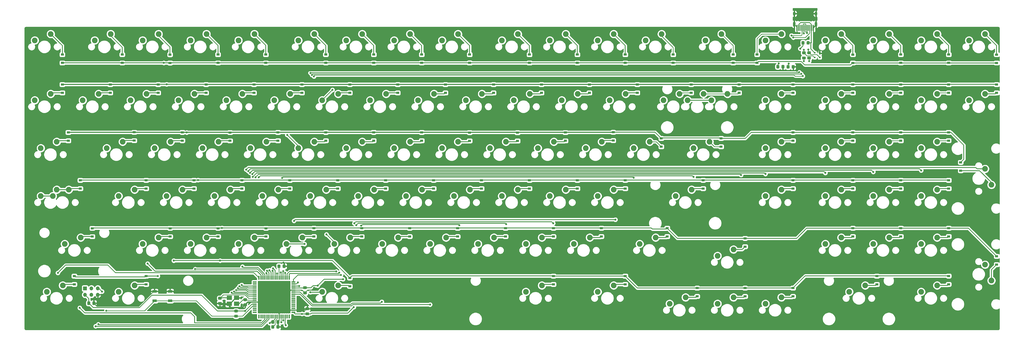
<source format=gbr>
%TF.GenerationSoftware,KiCad,Pcbnew,(5.1.6)-1*%
%TF.CreationDate,2020-07-26T12:10:15+02:00*%
%TF.ProjectId,Proyecto CFS,50726f79-6563-4746-9f20-4346532e6b69,rev?*%
%TF.SameCoordinates,Original*%
%TF.FileFunction,Copper,L2,Bot*%
%TF.FilePolarity,Positive*%
%FSLAX46Y46*%
G04 Gerber Fmt 4.6, Leading zero omitted, Abs format (unit mm)*
G04 Created by KiCad (PCBNEW (5.1.6)-1) date 2020-07-26 12:10:15*
%MOMM*%
%LPD*%
G01*
G04 APERTURE LIST*
%TA.AperFunction,SMDPad,CuDef*%
%ADD10R,0.600000X2.450000*%
%TD*%
%TA.AperFunction,SMDPad,CuDef*%
%ADD11R,0.300000X2.450000*%
%TD*%
%TA.AperFunction,ComponentPad*%
%ADD12O,1.000000X2.100000*%
%TD*%
%TA.AperFunction,ComponentPad*%
%ADD13O,1.000000X1.600000*%
%TD*%
%TA.AperFunction,ComponentPad*%
%ADD14C,2.250000*%
%TD*%
%TA.AperFunction,SMDPad,CuDef*%
%ADD15R,1.200000X0.900000*%
%TD*%
%TA.AperFunction,SMDPad,CuDef*%
%ADD16R,2.100000X1.800000*%
%TD*%
%TA.AperFunction,SMDPad,CuDef*%
%ADD17R,1.800000X1.100000*%
%TD*%
%TA.AperFunction,ComponentPad*%
%ADD18O,1.524000X1.524000*%
%TD*%
%TA.AperFunction,ComponentPad*%
%ADD19R,1.524000X1.524000*%
%TD*%
%TA.AperFunction,SMDPad,CuDef*%
%ADD20R,0.700000X1.000000*%
%TD*%
%TA.AperFunction,SMDPad,CuDef*%
%ADD21R,0.700000X0.600000*%
%TD*%
%TA.AperFunction,SMDPad,CuDef*%
%ADD22R,1.500000X0.550000*%
%TD*%
%TA.AperFunction,SMDPad,CuDef*%
%ADD23R,0.550000X1.500000*%
%TD*%
%TA.AperFunction,ViaPad*%
%ADD24C,0.800000*%
%TD*%
%TA.AperFunction,Conductor*%
%ADD25C,0.500000*%
%TD*%
%TA.AperFunction,Conductor*%
%ADD26C,0.375000*%
%TD*%
%TA.AperFunction,Conductor*%
%ADD27C,0.400000*%
%TD*%
%TA.AperFunction,Conductor*%
%ADD28C,0.250000*%
%TD*%
%TA.AperFunction,Conductor*%
%ADD29C,0.350000*%
%TD*%
%TA.AperFunction,Conductor*%
%ADD30C,0.254000*%
%TD*%
G04 APERTURE END LIST*
D10*
%TO.P,USB1,12*%
%TO.N,GND*%
X286675000Y-75800000D03*
%TO.P,USB1,1*%
X280225000Y-75800000D03*
%TO.P,USB1,11*%
%TO.N,VCC*%
X285900000Y-75800000D03*
%TO.P,USB1,2*%
X281000000Y-75800000D03*
D11*
%TO.P,USB1,3*%
%TO.N,Net-(USB1-Pad3)*%
X281700000Y-75800000D03*
%TO.P,USB1,10*%
%TO.N,Net-(RC7-Pad2)*%
X285200000Y-75800000D03*
%TO.P,USB1,4*%
%TO.N,Net-(RC6-Pad2)*%
X282200000Y-75800000D03*
%TO.P,USB1,9*%
%TO.N,Net-(USB1-Pad9)*%
X284700000Y-75800000D03*
%TO.P,USB1,5*%
%TO.N,Net-(RC1-Pad2)*%
X282700000Y-75800000D03*
%TO.P,USB1,8*%
%TO.N,Net-(RC2-Pad1)*%
X284200000Y-75800000D03*
%TO.P,USB1,7*%
%TO.N,Net-(RC1-Pad2)*%
X283700000Y-75800000D03*
%TO.P,USB1,6*%
%TO.N,Net-(RC2-Pad1)*%
X283200000Y-75800000D03*
D12*
%TO.P,USB1,13*%
%TO.N,GND*%
X279130000Y-74385000D03*
X287770000Y-74385000D03*
D13*
X279130000Y-70205000D03*
X287770000Y-70205000D03*
%TD*%
D14*
%TO.P,MX79,2*%
%TO.N,Net-(D77-Pad2)*%
X274002500Y-78263750D03*
%TO.P,MX79,1*%
%TO.N,COL-15*%
X267652500Y-80803750D03*
%TD*%
%TO.P,MX45,2*%
%TO.N,Net-(D44-Pad2)*%
X145415000Y-78263750D03*
%TO.P,MX45,1*%
%TO.N,COL-8*%
X139065000Y-80803750D03*
%TD*%
%TO.P,MX95,2*%
%TO.N,Net-(D93-Pad2)*%
X335915000Y-102076250D03*
%TO.P,MX95,1*%
%TO.N,COL-18*%
X329565000Y-104616250D03*
%TD*%
D15*
%TO.P,D101,2*%
%TO.N,Net-(D101-Pad2)*%
X359568750Y-169987500D03*
%TO.P,D101,1*%
%TO.N,ROW-4*%
X359568750Y-166687500D03*
%TD*%
%TO.P,D99,2*%
%TO.N,Net-(D99-Pad2)*%
X359575000Y-101650000D03*
%TO.P,D99,1*%
%TO.N,ROW-1*%
X359575000Y-98350000D03*
%TD*%
%TO.P,D97,2*%
%TO.N,Net-(D97-Pad2)*%
X340500000Y-177830000D03*
%TO.P,D97,1*%
%TO.N,ROW-5*%
X340500000Y-174530000D03*
%TD*%
%TO.P,D95,2*%
%TO.N,Net-(D95-Pad2)*%
X340518750Y-139751250D03*
%TO.P,D95,1*%
%TO.N,ROW-3*%
X340518750Y-136451250D03*
%TD*%
%TO.P,D85,2*%
%TO.N,Net-(D85-Pad2)*%
X302418750Y-158820000D03*
%TO.P,D85,1*%
%TO.N,ROW-4*%
X302418750Y-155520000D03*
%TD*%
%TO.P,D84,2*%
%TO.N,Net-(D84-Pad2)*%
X302418750Y-139780000D03*
%TO.P,D84,1*%
%TO.N,ROW-3*%
X302418750Y-136480000D03*
%TD*%
%TO.P,D82,2*%
%TO.N,Net-(D82-Pad2)*%
X302418750Y-101672500D03*
%TO.P,D82,1*%
%TO.N,ROW-1*%
X302418750Y-98372500D03*
%TD*%
%TO.P,D80,2*%
%TO.N,Net-(D80-Pad2)*%
X278606250Y-139762500D03*
%TO.P,D80,1*%
%TO.N,ROW-3*%
X278606250Y-136462500D03*
%TD*%
%TO.P,D78,2*%
%TO.N,Net-(D78-Pad2)*%
X278606250Y-101672500D03*
%TO.P,D78,1*%
%TO.N,ROW-1*%
X278606250Y-98372500D03*
%TD*%
%TO.P,D72,2*%
%TO.N,Net-(D72-Pad2)*%
X242887500Y-139751250D03*
%TO.P,D72,1*%
%TO.N,ROW-3*%
X242887500Y-136451250D03*
%TD*%
%TO.P,D64,2*%
%TO.N,Net-(D64-Pad2)*%
X228600000Y-158812500D03*
%TO.P,D64,1*%
%TO.N,ROW-4*%
X228600000Y-155512500D03*
%TD*%
%TO.P,D63,2*%
%TO.N,Net-(D63-Pad2)*%
X211931250Y-139751250D03*
%TO.P,D63,1*%
%TO.N,ROW-3*%
X211931250Y-136451250D03*
%TD*%
%TO.P,D61,2*%
%TO.N,Net-(D61-Pad2)*%
X197643750Y-101672500D03*
%TO.P,D61,1*%
%TO.N,ROW-1*%
X197643750Y-98372500D03*
%TD*%
%TO.P,D58,2*%
%TO.N,Net-(D58-Pad2)*%
X192881250Y-139751250D03*
%TO.P,D58,1*%
%TO.N,ROW-3*%
X192881250Y-136451250D03*
%TD*%
%TO.P,D56,2*%
%TO.N,Net-(D56-Pad2)*%
X178593750Y-101672500D03*
%TO.P,D56,1*%
%TO.N,ROW-1*%
X178593750Y-98372500D03*
%TD*%
%TO.P,D54,2*%
%TO.N,Net-(D54-Pad2)*%
X183356250Y-177862500D03*
%TO.P,D54,1*%
%TO.N,ROW-5*%
X183356250Y-174562500D03*
%TD*%
%TO.P,D53,2*%
%TO.N,Net-(D53-Pad2)*%
X183356250Y-158821250D03*
%TO.P,D53,1*%
%TO.N,ROW-4*%
X183356250Y-155521250D03*
%TD*%
%TO.P,D52,2*%
%TO.N,Net-(D52-Pad2)*%
X173831250Y-139751250D03*
%TO.P,D52,1*%
%TO.N,ROW-3*%
X173831250Y-136451250D03*
%TD*%
%TO.P,D50,2*%
%TO.N,Net-(D50-Pad2)*%
X159543750Y-101672500D03*
%TO.P,D50,1*%
%TO.N,ROW-1*%
X159543750Y-98372500D03*
%TD*%
%TO.P,D48,2*%
%TO.N,Net-(D48-Pad2)*%
X164306250Y-158830000D03*
%TO.P,D48,1*%
%TO.N,ROW-4*%
X164306250Y-155530000D03*
%TD*%
%TO.P,D45,2*%
%TO.N,Net-(D45-Pad2)*%
X140420000Y-101670000D03*
%TO.P,D45,1*%
%TO.N,ROW-1*%
X140420000Y-98370000D03*
%TD*%
%TO.P,D43,2*%
%TO.N,Net-(D43-Pad2)*%
X145256250Y-158830000D03*
%TO.P,D43,1*%
%TO.N,ROW-4*%
X145256250Y-155530000D03*
%TD*%
%TO.P,D42,2*%
%TO.N,Net-(D42-Pad2)*%
X135731250Y-139751250D03*
%TO.P,D42,1*%
%TO.N,ROW-3*%
X135731250Y-136451250D03*
%TD*%
%TO.P,D40,2*%
%TO.N,Net-(D40-Pad2)*%
X121443750Y-101672500D03*
%TO.P,D40,1*%
%TO.N,ROW-1*%
X121443750Y-98372500D03*
%TD*%
%TO.P,D38,2*%
%TO.N,Net-(D38-Pad2)*%
X126206250Y-158821250D03*
%TO.P,D38,1*%
%TO.N,ROW-4*%
X126206250Y-155521250D03*
%TD*%
%TO.P,D37,2*%
%TO.N,Net-(D37-Pad2)*%
X116681250Y-139751250D03*
%TO.P,D37,1*%
%TO.N,ROW-3*%
X116681250Y-136451250D03*
%TD*%
%TO.P,D35,2*%
%TO.N,Net-(D35-Pad2)*%
X102393750Y-101672500D03*
%TO.P,D35,1*%
%TO.N,ROW-1*%
X102393750Y-98372500D03*
%TD*%
%TO.P,D31,2*%
%TO.N,Net-(D31-Pad2)*%
X97631250Y-139751250D03*
%TO.P,D31,1*%
%TO.N,ROW-3*%
X97631250Y-136451250D03*
%TD*%
%TO.P,D29,2*%
%TO.N,Net-(D29-Pad2)*%
X83343750Y-101672500D03*
%TO.P,D29,1*%
%TO.N,ROW-1*%
X83343750Y-98372500D03*
%TD*%
%TO.P,D27,2*%
%TO.N,Net-(D27-Pad2)*%
X88106250Y-158821250D03*
%TO.P,D27,1*%
%TO.N,ROW-4*%
X88106250Y-155521250D03*
%TD*%
%TO.P,D26,2*%
%TO.N,Net-(D26-Pad2)*%
X78525000Y-139750000D03*
%TO.P,D26,1*%
%TO.N,ROW-3*%
X78525000Y-136450000D03*
%TD*%
%TO.P,D24,2*%
%TO.N,Net-(D24-Pad2)*%
X64293750Y-101672500D03*
%TO.P,D24,1*%
%TO.N,ROW-1*%
X64293750Y-98372500D03*
%TD*%
%TO.P,D22,2*%
%TO.N,Net-(D22-Pad2)*%
X69056250Y-158850000D03*
%TO.P,D22,1*%
%TO.N,ROW-4*%
X69056250Y-155550000D03*
%TD*%
%TO.P,D21,2*%
%TO.N,Net-(D21-Pad2)*%
X59531250Y-139751250D03*
%TO.P,D21,1*%
%TO.N,ROW-3*%
X59531250Y-136451250D03*
%TD*%
%TO.P,D19,2*%
%TO.N,Net-(D19-Pad2)*%
X45243750Y-101672500D03*
%TO.P,D19,1*%
%TO.N,ROW-1*%
X45243750Y-98372500D03*
%TD*%
%TO.P,D17,2*%
%TO.N,Net-(D17-Pad2)*%
X21431250Y-177862500D03*
%TO.P,D17,1*%
%TO.N,ROW-5*%
X21431250Y-174562500D03*
%TD*%
%TO.P,D16,2*%
%TO.N,Net-(D16-Pad2)*%
X50006250Y-158850000D03*
%TO.P,D16,1*%
%TO.N,ROW-4*%
X50006250Y-155550000D03*
%TD*%
%TO.P,D15,2*%
%TO.N,Net-(D15-Pad2)*%
X40411250Y-139751250D03*
%TO.P,D15,1*%
%TO.N,ROW-3*%
X40411250Y-136451250D03*
%TD*%
%TO.P,D13,2*%
%TO.N,Net-(D13-Pad2)*%
X26193750Y-101672500D03*
%TO.P,D13,1*%
%TO.N,ROW-1*%
X26193750Y-98372500D03*
%TD*%
%TO.P,D11,2*%
%TO.N,Net-(D11-Pad2)*%
X30956250Y-158850000D03*
%TO.P,D11,1*%
%TO.N,ROW-4*%
X30956250Y-155550000D03*
%TD*%
%TO.P,D10,2*%
%TO.N,Net-(D10-Pad2)*%
X21431250Y-139751250D03*
%TO.P,D10,1*%
%TO.N,ROW-3*%
X21431250Y-136451250D03*
%TD*%
%TO.P,D8,2*%
%TO.N,Net-(D8-Pad2)*%
X7143750Y-101672500D03*
%TO.P,D8,1*%
%TO.N,ROW-1*%
X7143750Y-98372500D03*
%TD*%
%TO.P,D6,2*%
%TO.N,Net-(D6-Pad2)*%
X-7143750Y-177862500D03*
%TO.P,D6,1*%
%TO.N,ROW-5*%
X-7143750Y-174562500D03*
%TD*%
%TO.P,D5,2*%
%TO.N,Net-(D5-Pad2)*%
X0Y-158850000D03*
%TO.P,D5,1*%
%TO.N,ROW-4*%
X0Y-155550000D03*
%TD*%
%TO.P,D4,2*%
%TO.N,Net-(D4-Pad2)*%
X-4762500Y-139762500D03*
%TO.P,D4,1*%
%TO.N,ROW-3*%
X-4762500Y-136462500D03*
%TD*%
%TO.P,D2,2*%
%TO.N,Net-(D2-Pad2)*%
X-11906250Y-101662500D03*
%TO.P,D2,1*%
%TO.N,ROW-1*%
X-11906250Y-98362500D03*
%TD*%
D16*
%TO.P,Y1,4*%
%TO.N,GND*%
X54500000Y-185525000D03*
%TO.P,Y1,3*%
%TO.N,XTAL2*%
X57400000Y-185525000D03*
%TO.P,Y1,2*%
%TO.N,GND*%
X57400000Y-183225000D03*
%TO.P,Y1,1*%
%TO.N,XTAL1*%
X54500000Y-183225000D03*
%TD*%
%TO.P,F1,2*%
%TO.N,VCC*%
%TA.AperFunction,SMDPad,CuDef*%
G36*
G01*
X284062500Y-82225001D02*
X284062500Y-81324999D01*
G75*
G02*
X284312499Y-81075000I249999J0D01*
G01*
X284962501Y-81075000D01*
G75*
G02*
X285212500Y-81324999I0J-249999D01*
G01*
X285212500Y-82225001D01*
G75*
G02*
X284962501Y-82475000I-249999J0D01*
G01*
X284312499Y-82475000D01*
G75*
G02*
X284062500Y-82225001I0J249999D01*
G01*
G37*
%TD.AperFunction*%
%TO.P,F1,1*%
%TO.N,+5V*%
%TA.AperFunction,SMDPad,CuDef*%
G36*
G01*
X282012500Y-82225001D02*
X282012500Y-81324999D01*
G75*
G02*
X282262499Y-81075000I249999J0D01*
G01*
X282912501Y-81075000D01*
G75*
G02*
X283162500Y-81324999I0J-249999D01*
G01*
X283162500Y-82225001D01*
G75*
G02*
X282912501Y-82475000I-249999J0D01*
G01*
X282262499Y-82475000D01*
G75*
G02*
X282012500Y-82225001I0J249999D01*
G01*
G37*
%TD.AperFunction*%
%TD*%
D14*
%TO.P,MX103,2*%
%TO.N,Net-(D101-Pad2)*%
X357505000Y-176371250D03*
%TO.P,MX103,1*%
%TO.N,COL-19*%
X354965000Y-170021250D03*
%TD*%
%TO.P,MX102,2*%
%TO.N,Net-(D100-Pad2)*%
X357505000Y-138271250D03*
%TO.P,MX102,1*%
%TO.N,COL-19*%
X354965000Y-131921250D03*
%TD*%
%TO.P,MX88,2*%
%TO.N,Net-(D86-Pad2)*%
X307340000Y-178276250D03*
%TO.P,MX88,1*%
%TO.N,COL-16*%
X300990000Y-180816250D03*
%TD*%
%TO.P,MX104,2*%
%TO.N,Net-(D102-Pad2)*%
X274002500Y-183038750D03*
%TO.P,MX104,1*%
%TO.N,COL-14*%
X267652500Y-185578750D03*
%TD*%
%TO.P,MX39,2*%
%TO.N,Net-(D38-Pad2)*%
X121602500Y-159226250D03*
%TO.P,MX39,1*%
%TO.N,COL-6*%
X115252500Y-161766250D03*
%TD*%
%TO.P,MX43,2*%
%TO.N,Net-(D42-Pad2)*%
X131127500Y-140176250D03*
%TO.P,MX43,1*%
%TO.N,COL-7*%
X124777500Y-142716250D03*
%TD*%
%TO.P,MX34,2*%
%TO.N,Net-(D33-Pad2)*%
X97790000Y-178276250D03*
%TO.P,MX34,1*%
%TO.N,COL-5*%
X91440000Y-180816250D03*
%TD*%
%TO.P,MX33,2*%
%TO.N,Net-(D32-Pad2)*%
X102552500Y-159226250D03*
%TO.P,MX33,1*%
%TO.N,COL-5*%
X96202500Y-161766250D03*
%TD*%
%TO.P,MX32,2*%
%TO.N,Net-(D31-Pad2)*%
X93027500Y-140176250D03*
%TO.P,MX32,1*%
%TO.N,COL-5*%
X86677500Y-142716250D03*
%TD*%
%TO.P,MX48,2*%
%TO.N,Net-(D47-Pad2)*%
X150177500Y-140176250D03*
%TO.P,MX48,1*%
%TO.N,COL-8*%
X143827500Y-142716250D03*
%TD*%
%TO.P,MX31,2*%
%TO.N,Net-(D30-Pad2)*%
X88265000Y-121126250D03*
%TO.P,MX31,1*%
%TO.N,COL-5*%
X81915000Y-123666250D03*
%TD*%
%TO.P,MX44,2*%
%TO.N,Net-(D43-Pad2)*%
X140652500Y-159226250D03*
%TO.P,MX44,1*%
%TO.N,COL-7*%
X134302500Y-161766250D03*
%TD*%
%TO.P,MX40,2*%
%TO.N,Net-(D39-Pad2)*%
X126365000Y-78263750D03*
%TO.P,MX40,1*%
%TO.N,COL-7*%
X120015000Y-80803750D03*
%TD*%
%TO.P,MX36,2*%
%TO.N,Net-(D35-Pad2)*%
X97790000Y-102076250D03*
%TO.P,MX36,1*%
%TO.N,COL-6*%
X91440000Y-104616250D03*
%TD*%
%TO.P,MX46,2*%
%TO.N,Net-(D45-Pad2)*%
X135890000Y-102076250D03*
%TO.P,MX46,1*%
%TO.N,COL-8*%
X129540000Y-104616250D03*
%TD*%
%TO.P,MX41,2*%
%TO.N,Net-(D40-Pad2)*%
X116840000Y-102076250D03*
%TO.P,MX41,1*%
%TO.N,COL-7*%
X110490000Y-104616250D03*
%TD*%
%TO.P,MX42,2*%
%TO.N,Net-(D41-Pad2)*%
X126365000Y-121126250D03*
%TO.P,MX42,1*%
%TO.N,COL-7*%
X120015000Y-123666250D03*
%TD*%
%TO.P,MX38,2*%
%TO.N,Net-(D37-Pad2)*%
X112077500Y-140176250D03*
%TO.P,MX38,1*%
%TO.N,COL-6*%
X105727500Y-142716250D03*
%TD*%
%TO.P,MX35,2*%
%TO.N,Net-(D34-Pad2)*%
X107315000Y-78263750D03*
%TO.P,MX35,1*%
%TO.N,COL-6*%
X100965000Y-80803750D03*
%TD*%
%TO.P,MX37,2*%
%TO.N,Net-(D36-Pad2)*%
X107315000Y-121126250D03*
%TO.P,MX37,1*%
%TO.N,COL-6*%
X100965000Y-123666250D03*
%TD*%
%TO.P,MX47,2*%
%TO.N,Net-(D46-Pad2)*%
X145415000Y-121126250D03*
%TO.P,MX47,1*%
%TO.N,COL-8*%
X139065000Y-123666250D03*
%TD*%
%TO.P,MX89,2*%
%TO.N,Net-(D87-Pad2)*%
X316865000Y-78263750D03*
%TO.P,MX89,1*%
%TO.N,COL-17*%
X310515000Y-80803750D03*
%TD*%
%TO.P,MX87,2*%
%TO.N,Net-(D85-Pad2)*%
X297815000Y-159226250D03*
%TO.P,MX87,1*%
%TO.N,COL-16*%
X291465000Y-161766250D03*
%TD*%
%TO.P,MX100,2*%
%TO.N,Net-(D98-Pad2)*%
X354965000Y-78263750D03*
%TO.P,MX100,1*%
%TO.N,COL-19*%
X348615000Y-80803750D03*
%TD*%
%TO.P,MX94,2*%
%TO.N,Net-(D92-Pad2)*%
X335915000Y-78263750D03*
%TO.P,MX94,1*%
%TO.N,COL-18*%
X329565000Y-80803750D03*
%TD*%
%TO.P,MX86,2*%
%TO.N,Net-(D84-Pad2)*%
X297815000Y-140176250D03*
%TO.P,MX86,1*%
%TO.N,COL-16*%
X291465000Y-142716250D03*
%TD*%
%TO.P,MX101,2*%
%TO.N,Net-(D99-Pad2)*%
X354965000Y-102076250D03*
%TO.P,MX101,1*%
%TO.N,COL-19*%
X348615000Y-104616250D03*
%TD*%
%TO.P,MX97,2*%
%TO.N,Net-(D95-Pad2)*%
X335915000Y-140176250D03*
%TO.P,MX97,1*%
%TO.N,COL-18*%
X329565000Y-142716250D03*
%TD*%
%TO.P,MX99,2*%
%TO.N,Net-(D97-Pad2)*%
X335915000Y-178276250D03*
%TO.P,MX99,1*%
%TO.N,COL-18*%
X329565000Y-180816250D03*
%TD*%
%TO.P,MX93,2*%
%TO.N,Net-(D91-Pad2)*%
X316865000Y-159226250D03*
%TO.P,MX93,1*%
%TO.N,COL-17*%
X310515000Y-161766250D03*
%TD*%
%TO.P,MX98,2*%
%TO.N,Net-(D96-Pad2)*%
X335915000Y-159226250D03*
%TO.P,MX98,1*%
%TO.N,COL-18*%
X329565000Y-161766250D03*
%TD*%
%TO.P,MX92,2*%
%TO.N,Net-(D90-Pad2)*%
X316865000Y-140176250D03*
%TO.P,MX92,1*%
%TO.N,COL-17*%
X310515000Y-142716250D03*
%TD*%
%TO.P,MX96,2*%
%TO.N,Net-(D94-Pad2)*%
X335915000Y-121126250D03*
%TO.P,MX96,1*%
%TO.N,COL-18*%
X329565000Y-123666250D03*
%TD*%
%TO.P,MX90,2*%
%TO.N,Net-(D88-Pad2)*%
X316865000Y-102076250D03*
%TO.P,MX90,1*%
%TO.N,COL-17*%
X310515000Y-104616250D03*
%TD*%
%TO.P,MX91,2*%
%TO.N,Net-(D89-Pad2)*%
X316865000Y-121126250D03*
%TO.P,MX91,1*%
%TO.N,COL-17*%
X310515000Y-123666250D03*
%TD*%
D17*
%TO.P,SW1,2*%
%TO.N,RESET*%
X24750000Y-184350000D03*
X30950000Y-184350000D03*
%TO.P,SW1,1*%
%TO.N,GND*%
X24750000Y-180650000D03*
X30950000Y-180650000D03*
%TD*%
D14*
%TO.P,MX72,2*%
%TO.N,Net-(D71-Pad2)*%
X245427500Y-121126250D03*
%TO.P,MX72,1*%
%TO.N,COL-13*%
X239077500Y-123666250D03*
%TD*%
%TO.P,MX4,2*%
%TO.N,Net-(D4-Pad2)*%
X-14128750Y-140176250D03*
%TO.P,MX4,1*%
%TO.N,COL-0*%
X-20478750Y-142716250D03*
%TD*%
%TO.P,MX60,2*%
%TO.N,Net-(D59-Pad2)*%
X197802500Y-159226250D03*
%TO.P,MX60,1*%
%TO.N,COL-10*%
X191452500Y-161766250D03*
%TD*%
%TO.P,MX51,2*%
%TO.N,Net-(D50-Pad2)*%
X154940000Y-102076250D03*
%TO.P,MX51,1*%
%TO.N,COL-9*%
X148590000Y-104616250D03*
%TD*%
%TO.P,MX50,2*%
%TO.N,Net-(D49-Pad2)*%
X169227500Y-78263750D03*
%TO.P,MX50,1*%
%TO.N,COL-9*%
X162877500Y-80803750D03*
%TD*%
%TO.P,MX59,2*%
%TO.N,Net-(D58-Pad2)*%
X188277500Y-140176250D03*
%TO.P,MX59,1*%
%TO.N,COL-10*%
X181927500Y-142716250D03*
%TD*%
%TO.P,MX57,2*%
%TO.N,Net-(D56-Pad2)*%
X173990000Y-102076250D03*
%TO.P,MX57,1*%
%TO.N,COL-10*%
X167640000Y-104616250D03*
%TD*%
%TO.P,MX49,2*%
%TO.N,Net-(D48-Pad2)*%
X159702500Y-159226250D03*
%TO.P,MX49,1*%
%TO.N,COL-8*%
X153352500Y-161766250D03*
%TD*%
%TO.P,MX66,2*%
%TO.N,Net-(D65-Pad2)*%
X207327500Y-178276250D03*
%TO.P,MX66,1*%
%TO.N,COL-11*%
X200977500Y-180816250D03*
%TD*%
%TO.P,MX55,2*%
%TO.N,Net-(D54-Pad2)*%
X178752500Y-178276250D03*
%TO.P,MX55,1*%
%TO.N,COL-9*%
X172402500Y-180816250D03*
%TD*%
%TO.P,MX63,2*%
%TO.N,Net-(D62-Pad2)*%
X202565000Y-121126250D03*
%TO.P,MX63,1*%
%TO.N,COL-11*%
X196215000Y-123666250D03*
%TD*%
%TO.P,MX58,2*%
%TO.N,Net-(D57-Pad2)*%
X183515000Y-121126250D03*
%TO.P,MX58,1*%
%TO.N,COL-10*%
X177165000Y-123666250D03*
%TD*%
%TO.P,MX64,2*%
%TO.N,Net-(D63-Pad2)*%
X207327500Y-140176250D03*
%TO.P,MX64,1*%
%TO.N,COL-11*%
X200977500Y-142716250D03*
%TD*%
%TO.P,MX54,2*%
%TO.N,Net-(D53-Pad2)*%
X178752500Y-159226250D03*
%TO.P,MX54,1*%
%TO.N,COL-9*%
X172402500Y-161766250D03*
%TD*%
%TO.P,MX65,2*%
%TO.N,Net-(D64-Pad2)*%
X223996250Y-159226250D03*
%TO.P,MX65,1*%
%TO.N,COL-11*%
X217646250Y-161766250D03*
%TD*%
%TO.P,MX56,2*%
%TO.N,Net-(D55-Pad2)*%
X188277500Y-78263750D03*
%TO.P,MX56,1*%
%TO.N,COL-10*%
X181927500Y-80803750D03*
%TD*%
%TO.P,MX53,2*%
%TO.N,Net-(D52-Pad2)*%
X169227500Y-140176250D03*
%TO.P,MX53,1*%
%TO.N,COL-9*%
X162877500Y-142716250D03*
%TD*%
%TO.P,MX61,2*%
%TO.N,Net-(D60-Pad2)*%
X207327500Y-78263750D03*
%TO.P,MX61,1*%
%TO.N,COL-11*%
X200977500Y-80803750D03*
%TD*%
%TO.P,MX62,2*%
%TO.N,Net-(D61-Pad2)*%
X193040000Y-102076250D03*
%TO.P,MX62,1*%
%TO.N,COL-11*%
X186690000Y-104616250D03*
%TD*%
%TO.P,MX52,2*%
%TO.N,Net-(D51-Pad2)*%
X164465000Y-121126250D03*
%TO.P,MX52,1*%
%TO.N,COL-9*%
X158115000Y-123666250D03*
%TD*%
%TO.P,MX85,2*%
%TO.N,Net-(D83-Pad2)*%
X297815000Y-121126250D03*
%TO.P,MX85,1*%
%TO.N,COL-16*%
X291465000Y-123666250D03*
%TD*%
%TO.P,MX81,2*%
%TO.N,Net-(D79-Pad2)*%
X274002500Y-121126250D03*
%TO.P,MX81,1*%
%TO.N,COL-15*%
X267652500Y-123666250D03*
%TD*%
%TO.P,MX76,2*%
%TO.N,Net-(D75-Pad2)*%
X250190000Y-78263750D03*
%TO.P,MX76,1*%
%TO.N,COL-14*%
X243840000Y-80803750D03*
%TD*%
%TO.P,MX82,2*%
%TO.N,Net-(D80-Pad2)*%
X274002500Y-140176250D03*
%TO.P,MX82,1*%
%TO.N,COL-15*%
X267652500Y-142716250D03*
%TD*%
%TO.P,MX69,2*%
%TO.N,Net-(D68-Pad2)*%
X221615000Y-121126250D03*
%TO.P,MX69,1*%
%TO.N,COL-12*%
X215265000Y-123666250D03*
%TD*%
%TO.P,MX83,2*%
%TO.N,Net-(D81-Pad2)*%
X297815000Y-78263750D03*
%TO.P,MX83,1*%
%TO.N,COL-16*%
X291465000Y-80803750D03*
%TD*%
%TO.P,MX78,2*%
%TO.N,Net-(D76-Pad2)*%
X252571250Y-102076250D03*
%TO.P,MX78,1*%
%TO.N,COL-14*%
X246221250Y-104616250D03*
%TD*%
%TO.P,MX80,2*%
%TO.N,Net-(D78-Pad2)*%
X274002500Y-102076250D03*
%TO.P,MX80,1*%
%TO.N,COL-15*%
X267652500Y-104616250D03*
%TD*%
%TO.P,MX84,2*%
%TO.N,Net-(D82-Pad2)*%
X297815000Y-102076250D03*
%TO.P,MX84,1*%
%TO.N,COL-16*%
X291465000Y-104616250D03*
%TD*%
%TO.P,MX77,2*%
%TO.N,Net-(D76-Pad2)*%
X243046250Y-102076250D03*
%TO.P,MX77,1*%
%TO.N,COL-14*%
X236696250Y-104616250D03*
%TD*%
%TO.P,MX73,2*%
%TO.N,Net-(D72-Pad2)*%
X238283750Y-140176250D03*
%TO.P,MX73,1*%
%TO.N,COL-13*%
X231933750Y-142716250D03*
%TD*%
%TO.P,MX74,2*%
%TO.N,Net-(D73-Pad2)*%
X254952500Y-163988750D03*
%TO.P,MX74,1*%
%TO.N,COL-13*%
X248602500Y-166528750D03*
%TD*%
%TO.P,MX71,2*%
%TO.N,Net-(D70-Pad2)*%
X233521250Y-102076250D03*
%TO.P,MX71,1*%
%TO.N,COL-13*%
X227171250Y-104616250D03*
%TD*%
%TO.P,MX70,2*%
%TO.N,Net-(D69-Pad2)*%
X235902500Y-183038750D03*
%TO.P,MX70,1*%
%TO.N,COL-12*%
X229552500Y-185578750D03*
%TD*%
%TO.P,MX68,2*%
%TO.N,Net-(D67-Pad2)*%
X212090000Y-102076250D03*
%TO.P,MX68,1*%
%TO.N,COL-12*%
X205740000Y-104616250D03*
%TD*%
%TO.P,MX75,2*%
%TO.N,Net-(D74-Pad2)*%
X254952500Y-183038750D03*
%TO.P,MX75,1*%
%TO.N,COL-13*%
X248602500Y-185578750D03*
%TD*%
%TO.P,MX67,2*%
%TO.N,Net-(D66-Pad2)*%
X226377500Y-78263750D03*
%TO.P,MX67,1*%
%TO.N,COL-12*%
X220027500Y-80803750D03*
%TD*%
%TO.P,MX10,2*%
%TO.N,Net-(D9-Pad2)*%
X12065000Y-121126250D03*
%TO.P,MX10,1*%
%TO.N,COL-1*%
X5715000Y-123666250D03*
%TD*%
%TO.P,MX3,2*%
%TO.N,Net-(D3-Pad2)*%
X-14128750Y-121126250D03*
%TO.P,MX3,1*%
%TO.N,COL-0*%
X-20478750Y-123666250D03*
%TD*%
%TO.P,MX1,2*%
%TO.N,Net-(D1-Pad2)*%
X-16510000Y-78263750D03*
%TO.P,MX1,1*%
%TO.N,COL-0*%
X-22860000Y-80803750D03*
%TD*%
%TO.P,MX11,2*%
%TO.N,Net-(D10-Pad2)*%
X16827500Y-140176250D03*
%TO.P,MX11,1*%
%TO.N,COL-1*%
X10477500Y-142716250D03*
%TD*%
%TO.P,MX2,2*%
%TO.N,Net-(D2-Pad2)*%
X-16510000Y-102076250D03*
%TO.P,MX2,1*%
%TO.N,COL-0*%
X-22860000Y-104616250D03*
%TD*%
%TO.P,MX6,2*%
%TO.N,Net-(D6-Pad2)*%
X-11747500Y-178276250D03*
%TO.P,MX6,1*%
%TO.N,COL-0*%
X-18097500Y-180816250D03*
%TD*%
%TO.P,MX12,2*%
%TO.N,Net-(D11-Pad2)*%
X26352500Y-159226250D03*
%TO.P,MX12,1*%
%TO.N,COL-1*%
X20002500Y-161766250D03*
%TD*%
%TO.P,MX5,2*%
%TO.N,Net-(D5-Pad2)*%
X-4603750Y-159226250D03*
%TO.P,MX5,1*%
%TO.N,COL-0*%
X-10953750Y-161766250D03*
%TD*%
%TO.P,MX8,2*%
%TO.N,Net-(D7-Pad2)*%
X7302500Y-78263750D03*
%TO.P,MX8,1*%
%TO.N,COL-1*%
X952500Y-80803750D03*
%TD*%
%TO.P,MX9,2*%
%TO.N,Net-(D8-Pad2)*%
X2540000Y-102076250D03*
%TO.P,MX9,1*%
%TO.N,COL-1*%
X-3810000Y-104616250D03*
%TD*%
%TO.P,MX7,2*%
%TO.N,Net-(D4-Pad2)*%
X-9366250Y-140176250D03*
%TO.P,MX7,1*%
%TO.N,COL-0*%
X-15716250Y-142716250D03*
%TD*%
%TO.P,MX26,2*%
%TO.N,Net-(D25-Pad2)*%
X69215000Y-121126250D03*
%TO.P,MX26,1*%
%TO.N,COL-4*%
X62865000Y-123666250D03*
%TD*%
%TO.P,MX16,2*%
%TO.N,Net-(D15-Pad2)*%
X35877500Y-140176250D03*
%TO.P,MX16,1*%
%TO.N,COL-2*%
X29527500Y-142716250D03*
%TD*%
%TO.P,MX15,2*%
%TO.N,Net-(D14-Pad2)*%
X31115000Y-121126250D03*
%TO.P,MX15,1*%
%TO.N,COL-2*%
X24765000Y-123666250D03*
%TD*%
%TO.P,MX14,2*%
%TO.N,Net-(D13-Pad2)*%
X21590000Y-102076250D03*
%TO.P,MX14,1*%
%TO.N,COL-2*%
X15240000Y-104616250D03*
%TD*%
%TO.P,MX13,2*%
%TO.N,Net-(D12-Pad2)*%
X26352500Y-78263750D03*
%TO.P,MX13,1*%
%TO.N,COL-2*%
X20002500Y-80803750D03*
%TD*%
%TO.P,MX23,2*%
%TO.N,Net-(D22-Pad2)*%
X64452500Y-159226250D03*
%TO.P,MX23,1*%
%TO.N,COL-3*%
X58102500Y-161766250D03*
%TD*%
%TO.P,MX21,2*%
%TO.N,Net-(D20-Pad2)*%
X50165000Y-121126250D03*
%TO.P,MX21,1*%
%TO.N,COL-3*%
X43815000Y-123666250D03*
%TD*%
%TO.P,MX29,2*%
%TO.N,Net-(D28-Pad2)*%
X88265000Y-78263750D03*
%TO.P,MX29,1*%
%TO.N,COL-5*%
X81915000Y-80803750D03*
%TD*%
%TO.P,MX24,2*%
%TO.N,Net-(D23-Pad2)*%
X64452500Y-78263750D03*
%TO.P,MX24,1*%
%TO.N,COL-4*%
X58102500Y-80803750D03*
%TD*%
%TO.P,MX17,2*%
%TO.N,Net-(D16-Pad2)*%
X45402500Y-159226250D03*
%TO.P,MX17,1*%
%TO.N,COL-2*%
X39052500Y-161766250D03*
%TD*%
%TO.P,MX20,2*%
%TO.N,Net-(D19-Pad2)*%
X40640000Y-102076250D03*
%TO.P,MX20,1*%
%TO.N,COL-3*%
X34290000Y-104616250D03*
%TD*%
%TO.P,MX28,2*%
%TO.N,Net-(D27-Pad2)*%
X83502500Y-159226250D03*
%TO.P,MX28,1*%
%TO.N,COL-4*%
X77152500Y-161766250D03*
%TD*%
%TO.P,MX25,2*%
%TO.N,Net-(D24-Pad2)*%
X59690000Y-102076250D03*
%TO.P,MX25,1*%
%TO.N,COL-4*%
X53340000Y-104616250D03*
%TD*%
%TO.P,MX22,2*%
%TO.N,Net-(D21-Pad2)*%
X54927500Y-140176250D03*
%TO.P,MX22,1*%
%TO.N,COL-3*%
X48577500Y-142716250D03*
%TD*%
%TO.P,MX30,2*%
%TO.N,Net-(D29-Pad2)*%
X78740000Y-102076250D03*
%TO.P,MX30,1*%
%TO.N,COL-5*%
X72390000Y-104616250D03*
%TD*%
%TO.P,MX19,2*%
%TO.N,Net-(D18-Pad2)*%
X45402500Y-78263750D03*
%TO.P,MX19,1*%
%TO.N,COL-3*%
X39052500Y-80803750D03*
%TD*%
%TO.P,MX18,2*%
%TO.N,Net-(D17-Pad2)*%
X16827500Y-178276250D03*
%TO.P,MX18,1*%
%TO.N,COL-1*%
X10477500Y-180816250D03*
%TD*%
%TO.P,MX27,2*%
%TO.N,Net-(D26-Pad2)*%
X73977500Y-140176250D03*
%TO.P,MX27,1*%
%TO.N,COL-4*%
X67627500Y-142716250D03*
%TD*%
D15*
%TO.P,D102,2*%
%TO.N,Net-(D102-Pad2)*%
X278606250Y-182625000D03*
%TO.P,D102,1*%
%TO.N,ROW-5*%
X278606250Y-179325000D03*
%TD*%
D18*
%TO.P,J1,6*%
%TO.N,GND*%
X2190000Y-182000000D03*
%TO.P,J1,4*%
%TO.N,MOSI*%
X-350000Y-182000000D03*
%TO.P,J1,2*%
%TO.N,+5V*%
X-2890000Y-182000000D03*
D19*
%TO.P,J1,1*%
%TO.N,MISO*%
X-2890000Y-179460000D03*
D18*
%TO.P,J1,3*%
%TO.N,SCK*%
X-350000Y-179460000D03*
%TO.P,J1,5*%
%TO.N,RESET*%
X2190000Y-179460000D03*
%TD*%
D20*
%TO.P,U2,1*%
%TO.N,GND*%
X289250000Y-85925000D03*
D21*
%TO.P,U2,4*%
%TO.N,VCC*%
X287250000Y-85725000D03*
%TO.P,U2,2*%
%TO.N,Net-(RC2-Pad1)*%
X289250000Y-87625000D03*
%TO.P,U2,3*%
%TO.N,Net-(RC1-Pad2)*%
X287250000Y-87625000D03*
%TD*%
D22*
%TO.P,U1,64*%
%TO.N,+5V*%
X79975000Y-188925000D03*
%TO.P,U1,63*%
%TO.N,GND*%
X79975000Y-188125000D03*
%TO.P,U1,62*%
%TO.N,Net-(U1-Pad62)*%
X79975000Y-187325000D03*
%TO.P,U1,61*%
%TO.N,Net-(U1-Pad61)*%
X79975000Y-186525000D03*
%TO.P,U1,60*%
%TO.N,Net-(U1-Pad60)*%
X79975000Y-185725000D03*
%TO.P,U1,59*%
%TO.N,Net-(U1-Pad59)*%
X79975000Y-184925000D03*
%TO.P,U1,58*%
%TO.N,Net-(U1-Pad58)*%
X79975000Y-184125000D03*
%TO.P,U1,57*%
%TO.N,Net-(U1-Pad57)*%
X79975000Y-183325000D03*
%TO.P,U1,56*%
%TO.N,Net-(U1-Pad56)*%
X79975000Y-182525000D03*
%TO.P,U1,55*%
%TO.N,COL-7*%
X79975000Y-181725000D03*
%TO.P,U1,54*%
%TO.N,COL-6*%
X79975000Y-180925000D03*
%TO.P,U1,53*%
%TO.N,GND*%
X79975000Y-180125000D03*
%TO.P,U1,52*%
%TO.N,+5V*%
X79975000Y-179325000D03*
%TO.P,U1,51*%
%TO.N,COL-5*%
X79975000Y-178525000D03*
%TO.P,U1,50*%
%TO.N,COL-4*%
X79975000Y-177725000D03*
%TO.P,U1,49*%
%TO.N,COL-8*%
X79975000Y-176925000D03*
D23*
%TO.P,U1,48*%
%TO.N,COL-9*%
X78275000Y-175225000D03*
%TO.P,U1,47*%
%TO.N,COL-10*%
X77475000Y-175225000D03*
%TO.P,U1,46*%
%TO.N,COL-11*%
X76675000Y-175225000D03*
%TO.P,U1,45*%
%TO.N,COL-12*%
X75875000Y-175225000D03*
%TO.P,U1,44*%
%TO.N,COL-13*%
X75075000Y-175225000D03*
%TO.P,U1,43*%
%TO.N,Net-(RC4-Pad1)*%
X74275000Y-175225000D03*
%TO.P,U1,42*%
%TO.N,COL-14*%
X73475000Y-175225000D03*
%TO.P,U1,41*%
%TO.N,COL-15*%
X72675000Y-175225000D03*
%TO.P,U1,40*%
%TO.N,COL-16*%
X71875000Y-175225000D03*
%TO.P,U1,39*%
%TO.N,COL-17*%
X71075000Y-175225000D03*
%TO.P,U1,38*%
%TO.N,COL-18*%
X70275000Y-175225000D03*
%TO.P,U1,37*%
%TO.N,COL-19*%
X69475000Y-175225000D03*
%TO.P,U1,36*%
%TO.N,COL-3*%
X68675000Y-175225000D03*
%TO.P,U1,35*%
%TO.N,COL-2*%
X67875000Y-175225000D03*
%TO.P,U1,34*%
%TO.N,COL-1*%
X67075000Y-175225000D03*
%TO.P,U1,33*%
%TO.N,COL-0*%
X66275000Y-175225000D03*
D22*
%TO.P,U1,32*%
%TO.N,Net-(U1-Pad32)*%
X64575000Y-176925000D03*
%TO.P,U1,31*%
%TO.N,Net-(U1-Pad31)*%
X64575000Y-177725000D03*
%TO.P,U1,30*%
%TO.N,ROW-0*%
X64575000Y-178525000D03*
%TO.P,U1,29*%
%TO.N,ROW-1*%
X64575000Y-179325000D03*
%TO.P,U1,28*%
%TO.N,ROW-2*%
X64575000Y-180125000D03*
%TO.P,U1,27*%
%TO.N,ROW-3*%
X64575000Y-180925000D03*
%TO.P,U1,26*%
%TO.N,ROW-4*%
X64575000Y-181725000D03*
%TO.P,U1,25*%
%TO.N,ROW-5*%
X64575000Y-182525000D03*
%TO.P,U1,24*%
%TO.N,XTAL1*%
X64575000Y-183325000D03*
%TO.P,U1,23*%
%TO.N,XTAL2*%
X64575000Y-184125000D03*
%TO.P,U1,22*%
%TO.N,GND*%
X64575000Y-184925000D03*
%TO.P,U1,21*%
%TO.N,+5V*%
X64575000Y-185725000D03*
%TO.P,U1,20*%
%TO.N,RESET*%
X64575000Y-186525000D03*
%TO.P,U1,19*%
%TO.N,Net-(U1-Pad19)*%
X64575000Y-187325000D03*
%TO.P,U1,18*%
%TO.N,Net-(U1-Pad18)*%
X64575000Y-188125000D03*
%TO.P,U1,17*%
%TO.N,Net-(U1-Pad17)*%
X64575000Y-188925000D03*
D23*
%TO.P,U1,16*%
%TO.N,Net-(U1-Pad16)*%
X66275000Y-190625000D03*
%TO.P,U1,15*%
%TO.N,Net-(U1-Pad15)*%
X67075000Y-190625000D03*
%TO.P,U1,14*%
%TO.N,Net-(U1-Pad14)*%
X67875000Y-190625000D03*
%TO.P,U1,13*%
%TO.N,MISO*%
X68675000Y-190625000D03*
%TO.P,U1,12*%
%TO.N,MOSI*%
X69475000Y-190625000D03*
%TO.P,U1,11*%
%TO.N,SCK*%
X70275000Y-190625000D03*
%TO.P,U1,10*%
%TO.N,Net-(U1-Pad10)*%
X71075000Y-190625000D03*
%TO.P,U1,9*%
%TO.N,Net-(U1-Pad9)*%
X71875000Y-190625000D03*
%TO.P,U1,8*%
%TO.N,+5V*%
X72675000Y-190625000D03*
%TO.P,U1,7*%
%TO.N,Net-(C2-Pad1)*%
X73475000Y-190625000D03*
%TO.P,U1,6*%
%TO.N,GND*%
X74275000Y-190625000D03*
%TO.P,U1,5*%
%TO.N,D+*%
X75075000Y-190625000D03*
%TO.P,U1,4*%
%TO.N,D-*%
X75875000Y-190625000D03*
%TO.P,U1,3*%
%TO.N,+5V*%
X76675000Y-190625000D03*
%TO.P,U1,2*%
%TO.N,Net-(U1-Pad2)*%
X77475000Y-190625000D03*
%TO.P,U1,1*%
%TO.N,Net-(U1-Pad1)*%
X78275000Y-190625000D03*
%TD*%
%TO.P,RC7,2*%
%TO.N,Net-(RC7-Pad2)*%
%TA.AperFunction,SMDPad,CuDef*%
G36*
G01*
X277224999Y-90874999D02*
X277224999Y-91775001D01*
G75*
G02*
X276975000Y-92025000I-249999J0D01*
G01*
X276324998Y-92025000D01*
G75*
G02*
X276074999Y-91775001I0J249999D01*
G01*
X276074999Y-90874999D01*
G75*
G02*
X276324998Y-90625000I249999J0D01*
G01*
X276975000Y-90625000D01*
G75*
G02*
X277224999Y-90874999I0J-249999D01*
G01*
G37*
%TD.AperFunction*%
%TO.P,RC7,1*%
%TO.N,GND*%
%TA.AperFunction,SMDPad,CuDef*%
G36*
G01*
X279274999Y-90874999D02*
X279274999Y-91775001D01*
G75*
G02*
X279025000Y-92025000I-249999J0D01*
G01*
X278374998Y-92025000D01*
G75*
G02*
X278124999Y-91775001I0J249999D01*
G01*
X278124999Y-90874999D01*
G75*
G02*
X278374998Y-90625000I249999J0D01*
G01*
X279025000Y-90625000D01*
G75*
G02*
X279274999Y-90874999I0J-249999D01*
G01*
G37*
%TD.AperFunction*%
%TD*%
%TO.P,RC6,2*%
%TO.N,Net-(RC6-Pad2)*%
%TA.AperFunction,SMDPad,CuDef*%
G36*
G01*
X273150000Y-90824999D02*
X273150000Y-91725001D01*
G75*
G02*
X272900001Y-91975000I-249999J0D01*
G01*
X272249999Y-91975000D01*
G75*
G02*
X272000000Y-91725001I0J249999D01*
G01*
X272000000Y-90824999D01*
G75*
G02*
X272249999Y-90575000I249999J0D01*
G01*
X272900001Y-90575000D01*
G75*
G02*
X273150000Y-90824999I0J-249999D01*
G01*
G37*
%TD.AperFunction*%
%TO.P,RC6,1*%
%TO.N,GND*%
%TA.AperFunction,SMDPad,CuDef*%
G36*
G01*
X275200000Y-90824999D02*
X275200000Y-91725001D01*
G75*
G02*
X274950001Y-91975000I-249999J0D01*
G01*
X274299999Y-91975000D01*
G75*
G02*
X274050000Y-91725001I0J249999D01*
G01*
X274050000Y-90824999D01*
G75*
G02*
X274299999Y-90575000I249999J0D01*
G01*
X274950001Y-90575000D01*
G75*
G02*
X275200000Y-90824999I0J-249999D01*
G01*
G37*
%TD.AperFunction*%
%TD*%
%TO.P,RC4,2*%
%TO.N,GND*%
%TA.AperFunction,SMDPad,CuDef*%
G36*
G01*
X75700000Y-171100001D02*
X75700000Y-170199999D01*
G75*
G02*
X75949999Y-169950000I249999J0D01*
G01*
X76600001Y-169950000D01*
G75*
G02*
X76850000Y-170199999I0J-249999D01*
G01*
X76850000Y-171100001D01*
G75*
G02*
X76600001Y-171350000I-249999J0D01*
G01*
X75949999Y-171350000D01*
G75*
G02*
X75700000Y-171100001I0J249999D01*
G01*
G37*
%TD.AperFunction*%
%TO.P,RC4,1*%
%TO.N,Net-(RC4-Pad1)*%
%TA.AperFunction,SMDPad,CuDef*%
G36*
G01*
X73650000Y-171100001D02*
X73650000Y-170199999D01*
G75*
G02*
X73899999Y-169950000I249999J0D01*
G01*
X74550001Y-169950000D01*
G75*
G02*
X74800000Y-170199999I0J-249999D01*
G01*
X74800000Y-171100001D01*
G75*
G02*
X74550001Y-171350000I-249999J0D01*
G01*
X73899999Y-171350000D01*
G75*
G02*
X73650000Y-171100001I0J249999D01*
G01*
G37*
%TD.AperFunction*%
%TD*%
%TO.P,RC3,2*%
%TO.N,RESET*%
%TA.AperFunction,SMDPad,CuDef*%
G36*
G01*
X56724999Y-189925001D02*
X57625001Y-189925001D01*
G75*
G02*
X57875000Y-190175000I0J-249999D01*
G01*
X57875000Y-190825002D01*
G75*
G02*
X57625001Y-191075001I-249999J0D01*
G01*
X56724999Y-191075001D01*
G75*
G02*
X56475000Y-190825002I0J249999D01*
G01*
X56475000Y-190175000D01*
G75*
G02*
X56724999Y-189925001I249999J0D01*
G01*
G37*
%TD.AperFunction*%
%TO.P,RC3,1*%
%TO.N,+5V*%
%TA.AperFunction,SMDPad,CuDef*%
G36*
G01*
X56724999Y-187875001D02*
X57625001Y-187875001D01*
G75*
G02*
X57875000Y-188125000I0J-249999D01*
G01*
X57875000Y-188775002D01*
G75*
G02*
X57625001Y-189025001I-249999J0D01*
G01*
X56724999Y-189025001D01*
G75*
G02*
X56475000Y-188775002I0J249999D01*
G01*
X56475000Y-188125000D01*
G75*
G02*
X56724999Y-187875001I249999J0D01*
G01*
G37*
%TD.AperFunction*%
%TD*%
%TO.P,RC2,2*%
%TO.N,D+*%
%TA.AperFunction,SMDPad,CuDef*%
G36*
G01*
X284574999Y-87225000D02*
X285475001Y-87225000D01*
G75*
G02*
X285725000Y-87474999I0J-249999D01*
G01*
X285725000Y-88125001D01*
G75*
G02*
X285475001Y-88375000I-249999J0D01*
G01*
X284574999Y-88375000D01*
G75*
G02*
X284325000Y-88125001I0J249999D01*
G01*
X284325000Y-87474999D01*
G75*
G02*
X284574999Y-87225000I249999J0D01*
G01*
G37*
%TD.AperFunction*%
%TO.P,RC2,1*%
%TO.N,Net-(RC2-Pad1)*%
%TA.AperFunction,SMDPad,CuDef*%
G36*
G01*
X284574999Y-85175000D02*
X285475001Y-85175000D01*
G75*
G02*
X285725000Y-85424999I0J-249999D01*
G01*
X285725000Y-86075001D01*
G75*
G02*
X285475001Y-86325000I-249999J0D01*
G01*
X284574999Y-86325000D01*
G75*
G02*
X284325000Y-86075001I0J249999D01*
G01*
X284325000Y-85424999D01*
G75*
G02*
X284574999Y-85175000I249999J0D01*
G01*
G37*
%TD.AperFunction*%
%TD*%
%TO.P,RC1,2*%
%TO.N,Net-(RC1-Pad2)*%
%TA.AperFunction,SMDPad,CuDef*%
G36*
G01*
X283400001Y-86325001D02*
X282499999Y-86325001D01*
G75*
G02*
X282250000Y-86075002I0J249999D01*
G01*
X282250000Y-85425000D01*
G75*
G02*
X282499999Y-85175001I249999J0D01*
G01*
X283400001Y-85175001D01*
G75*
G02*
X283650000Y-85425000I0J-249999D01*
G01*
X283650000Y-86075002D01*
G75*
G02*
X283400001Y-86325001I-249999J0D01*
G01*
G37*
%TD.AperFunction*%
%TO.P,RC1,1*%
%TO.N,D-*%
%TA.AperFunction,SMDPad,CuDef*%
G36*
G01*
X283400001Y-88375001D02*
X282499999Y-88375001D01*
G75*
G02*
X282250000Y-88125002I0J249999D01*
G01*
X282250000Y-87475000D01*
G75*
G02*
X282499999Y-87225001I249999J0D01*
G01*
X283400001Y-87225001D01*
G75*
G02*
X283650000Y-87475000I0J-249999D01*
G01*
X283650000Y-88125002D01*
G75*
G02*
X283400001Y-88375001I-249999J0D01*
G01*
G37*
%TD.AperFunction*%
%TD*%
D15*
%TO.P,D100,2*%
%TO.N,Net-(D100-Pad2)*%
X345281250Y-132618750D03*
%TO.P,D100,1*%
%TO.N,ROW-2*%
X345281250Y-129318750D03*
%TD*%
%TO.P,D98,2*%
%TO.N,Net-(D98-Pad2)*%
X359560000Y-86470000D03*
%TO.P,D98,1*%
%TO.N,ROW-0*%
X359560000Y-89770000D03*
%TD*%
%TO.P,D96,2*%
%TO.N,Net-(D96-Pad2)*%
X340518750Y-158812500D03*
%TO.P,D96,1*%
%TO.N,ROW-4*%
X340518750Y-155512500D03*
%TD*%
%TO.P,D94,2*%
%TO.N,Net-(D94-Pad2)*%
X340475000Y-120675000D03*
%TO.P,D94,1*%
%TO.N,ROW-2*%
X340475000Y-117375000D03*
%TD*%
%TO.P,D93,2*%
%TO.N,Net-(D93-Pad2)*%
X340518750Y-101680000D03*
%TO.P,D93,1*%
%TO.N,ROW-1*%
X340518750Y-98380000D03*
%TD*%
%TO.P,D92,2*%
%TO.N,Net-(D92-Pad2)*%
X340518750Y-86456250D03*
%TO.P,D92,1*%
%TO.N,ROW-0*%
X340518750Y-89756250D03*
%TD*%
%TO.P,D91,2*%
%TO.N,Net-(D91-Pad2)*%
X321468750Y-158812500D03*
%TO.P,D91,1*%
%TO.N,ROW-4*%
X321468750Y-155512500D03*
%TD*%
%TO.P,D90,2*%
%TO.N,Net-(D90-Pad2)*%
X321468750Y-139762500D03*
%TO.P,D90,1*%
%TO.N,ROW-3*%
X321468750Y-136462500D03*
%TD*%
%TO.P,D89,2*%
%TO.N,Net-(D89-Pad2)*%
X321468750Y-120712500D03*
%TO.P,D89,1*%
%TO.N,ROW-2*%
X321468750Y-117412500D03*
%TD*%
%TO.P,D88,2*%
%TO.N,Net-(D88-Pad2)*%
X321468750Y-101662500D03*
%TO.P,D88,1*%
%TO.N,ROW-1*%
X321468750Y-98362500D03*
%TD*%
%TO.P,D87,2*%
%TO.N,Net-(D87-Pad2)*%
X321468750Y-86456250D03*
%TO.P,D87,1*%
%TO.N,ROW-0*%
X321468750Y-89756250D03*
%TD*%
%TO.P,D86,2*%
%TO.N,Net-(D86-Pad2)*%
X311943750Y-177862500D03*
%TO.P,D86,1*%
%TO.N,ROW-5*%
X311943750Y-174562500D03*
%TD*%
%TO.P,D83,2*%
%TO.N,Net-(D83-Pad2)*%
X302418750Y-120720000D03*
%TO.P,D83,1*%
%TO.N,ROW-2*%
X302418750Y-117420000D03*
%TD*%
%TO.P,D81,2*%
%TO.N,Net-(D81-Pad2)*%
X302410000Y-86470000D03*
%TO.P,D81,1*%
%TO.N,ROW-0*%
X302410000Y-89770000D03*
%TD*%
%TO.P,D79,2*%
%TO.N,Net-(D79-Pad2)*%
X278606250Y-120710000D03*
%TO.P,D79,1*%
%TO.N,ROW-2*%
X278606250Y-117410000D03*
%TD*%
%TO.P,D77,2*%
%TO.N,Net-(D77-Pad2)*%
X264318750Y-86456250D03*
%TO.P,D77,1*%
%TO.N,ROW-0*%
X264318750Y-89756250D03*
%TD*%
%TO.P,D76,2*%
%TO.N,Net-(D76-Pad2)*%
X257175000Y-101662500D03*
%TO.P,D76,1*%
%TO.N,ROW-1*%
X257175000Y-98362500D03*
%TD*%
%TO.P,D75,2*%
%TO.N,Net-(D75-Pad2)*%
X254810000Y-86450000D03*
%TO.P,D75,1*%
%TO.N,ROW-0*%
X254810000Y-89750000D03*
%TD*%
%TO.P,D74,2*%
%TO.N,Net-(D74-Pad2)*%
X259556250Y-182625000D03*
%TO.P,D74,1*%
%TO.N,ROW-5*%
X259556250Y-179325000D03*
%TD*%
%TO.P,D73,2*%
%TO.N,Net-(D73-Pad2)*%
X259556250Y-162843750D03*
%TO.P,D73,1*%
%TO.N,ROW-4*%
X259556250Y-159543750D03*
%TD*%
%TO.P,D71,2*%
%TO.N,Net-(D71-Pad2)*%
X250031250Y-123093750D03*
%TO.P,D71,1*%
%TO.N,ROW-2*%
X250031250Y-119793750D03*
%TD*%
%TO.P,D70,2*%
%TO.N,Net-(D70-Pad2)*%
X238125000Y-101662500D03*
%TO.P,D70,1*%
%TO.N,ROW-1*%
X238125000Y-98362500D03*
%TD*%
%TO.P,D69,2*%
%TO.N,Net-(D69-Pad2)*%
X240506250Y-182625000D03*
%TO.P,D69,1*%
%TO.N,ROW-5*%
X240506250Y-179325000D03*
%TD*%
%TO.P,D68,2*%
%TO.N,Net-(D68-Pad2)*%
X226218750Y-123093750D03*
%TO.P,D68,1*%
%TO.N,ROW-2*%
X226218750Y-119793750D03*
%TD*%
%TO.P,D67,2*%
%TO.N,Net-(D67-Pad2)*%
X216693750Y-101662500D03*
%TO.P,D67,1*%
%TO.N,ROW-1*%
X216693750Y-98362500D03*
%TD*%
%TO.P,D66,2*%
%TO.N,Net-(D66-Pad2)*%
X230981250Y-86456250D03*
%TO.P,D66,1*%
%TO.N,ROW-0*%
X230981250Y-89756250D03*
%TD*%
%TO.P,D65,2*%
%TO.N,Net-(D65-Pad2)*%
X211931250Y-177862500D03*
%TO.P,D65,1*%
%TO.N,ROW-5*%
X211931250Y-174562500D03*
%TD*%
%TO.P,D62,2*%
%TO.N,Net-(D62-Pad2)*%
X207140000Y-120640000D03*
%TO.P,D62,1*%
%TO.N,ROW-2*%
X207140000Y-117340000D03*
%TD*%
%TO.P,D60,2*%
%TO.N,Net-(D60-Pad2)*%
X211931250Y-86456250D03*
%TO.P,D60,1*%
%TO.N,ROW-0*%
X211931250Y-89756250D03*
%TD*%
%TO.P,D59,2*%
%TO.N,Net-(D59-Pad2)*%
X202406250Y-158812500D03*
%TO.P,D59,1*%
%TO.N,ROW-4*%
X202406250Y-155512500D03*
%TD*%
%TO.P,D57,2*%
%TO.N,Net-(D57-Pad2)*%
X188118750Y-120740000D03*
%TO.P,D57,1*%
%TO.N,ROW-2*%
X188118750Y-117440000D03*
%TD*%
%TO.P,D55,2*%
%TO.N,Net-(D55-Pad2)*%
X192881250Y-86456250D03*
%TO.P,D55,1*%
%TO.N,ROW-0*%
X192881250Y-89756250D03*
%TD*%
%TO.P,D51,2*%
%TO.N,Net-(D51-Pad2)*%
X169068750Y-120800000D03*
%TO.P,D51,1*%
%TO.N,ROW-2*%
X169068750Y-117500000D03*
%TD*%
%TO.P,D49,2*%
%TO.N,Net-(D49-Pad2)*%
X173831250Y-86456250D03*
%TO.P,D49,1*%
%TO.N,ROW-0*%
X173831250Y-89756250D03*
%TD*%
%TO.P,D47,2*%
%TO.N,Net-(D47-Pad2)*%
X154781250Y-139762500D03*
%TO.P,D47,1*%
%TO.N,ROW-3*%
X154781250Y-136462500D03*
%TD*%
%TO.P,D46,2*%
%TO.N,Net-(D46-Pad2)*%
X150018750Y-120770000D03*
%TO.P,D46,1*%
%TO.N,ROW-2*%
X150018750Y-117470000D03*
%TD*%
%TO.P,D44,2*%
%TO.N,Net-(D44-Pad2)*%
X150030000Y-86450000D03*
%TO.P,D44,1*%
%TO.N,ROW-0*%
X150030000Y-89750000D03*
%TD*%
%TO.P,D41,2*%
%TO.N,Net-(D41-Pad2)*%
X130968750Y-120712500D03*
%TO.P,D41,1*%
%TO.N,ROW-2*%
X130968750Y-117412500D03*
%TD*%
%TO.P,D39,2*%
%TO.N,Net-(D39-Pad2)*%
X130968750Y-86456250D03*
%TO.P,D39,1*%
%TO.N,ROW-0*%
X130968750Y-89756250D03*
%TD*%
%TO.P,D36,2*%
%TO.N,Net-(D36-Pad2)*%
X111890000Y-120680000D03*
%TO.P,D36,1*%
%TO.N,ROW-2*%
X111890000Y-117380000D03*
%TD*%
%TO.P,D34,2*%
%TO.N,Net-(D34-Pad2)*%
X111918750Y-86456250D03*
%TO.P,D34,1*%
%TO.N,ROW-0*%
X111918750Y-89756250D03*
%TD*%
%TO.P,D33,2*%
%TO.N,Net-(D33-Pad2)*%
X102393750Y-178593750D03*
%TO.P,D33,1*%
%TO.N,ROW-5*%
X102393750Y-175293750D03*
%TD*%
%TO.P,D32,2*%
%TO.N,Net-(D32-Pad2)*%
X107120000Y-158840000D03*
%TO.P,D32,1*%
%TO.N,ROW-4*%
X107120000Y-155540000D03*
%TD*%
%TO.P,D30,2*%
%TO.N,Net-(D30-Pad2)*%
X92868750Y-120690000D03*
%TO.P,D30,1*%
%TO.N,ROW-2*%
X92868750Y-117390000D03*
%TD*%
%TO.P,D28,2*%
%TO.N,Net-(D28-Pad2)*%
X92850000Y-86460000D03*
%TO.P,D28,1*%
%TO.N,ROW-0*%
X92850000Y-89760000D03*
%TD*%
%TO.P,D25,2*%
%TO.N,Net-(D25-Pad2)*%
X73818750Y-120712500D03*
%TO.P,D25,1*%
%TO.N,ROW-2*%
X73818750Y-117412500D03*
%TD*%
%TO.P,D23,2*%
%TO.N,Net-(D23-Pad2)*%
X69000000Y-86456250D03*
%TO.P,D23,1*%
%TO.N,ROW-0*%
X69000000Y-89756250D03*
%TD*%
%TO.P,D20,2*%
%TO.N,Net-(D20-Pad2)*%
X54768750Y-120750000D03*
%TO.P,D20,1*%
%TO.N,ROW-2*%
X54768750Y-117450000D03*
%TD*%
%TO.P,D18,2*%
%TO.N,Net-(D18-Pad2)*%
X49970000Y-86460000D03*
%TO.P,D18,1*%
%TO.N,ROW-0*%
X49970000Y-89760000D03*
%TD*%
%TO.P,D14,2*%
%TO.N,Net-(D14-Pad2)*%
X35790000Y-120680000D03*
%TO.P,D14,1*%
%TO.N,ROW-2*%
X35790000Y-117380000D03*
%TD*%
%TO.P,D12,2*%
%TO.N,Net-(D12-Pad2)*%
X30890000Y-86480000D03*
%TO.P,D12,1*%
%TO.N,ROW-0*%
X30890000Y-89780000D03*
%TD*%
%TO.P,D9,2*%
%TO.N,Net-(D9-Pad2)*%
X16668750Y-120660000D03*
%TO.P,D9,1*%
%TO.N,ROW-2*%
X16668750Y-117360000D03*
%TD*%
%TO.P,D7,2*%
%TO.N,Net-(D7-Pad2)*%
X11906250Y-86456250D03*
%TO.P,D7,1*%
%TO.N,ROW-0*%
X11906250Y-89756250D03*
%TD*%
%TO.P,D3,2*%
%TO.N,Net-(D3-Pad2)*%
X-9525000Y-120712500D03*
%TO.P,D3,1*%
%TO.N,ROW-2*%
X-9525000Y-117412500D03*
%TD*%
%TO.P,D1,2*%
%TO.N,Net-(D1-Pad2)*%
X-11906250Y-86456250D03*
%TO.P,D1,1*%
%TO.N,ROW-0*%
X-11906250Y-89756250D03*
%TD*%
%TO.P,C8,2*%
%TO.N,+5V*%
%TA.AperFunction,SMDPad,CuDef*%
G36*
G01*
X-825000Y-184899999D02*
X-825000Y-185800001D01*
G75*
G02*
X-1074999Y-186050000I-249999J0D01*
G01*
X-1725001Y-186050000D01*
G75*
G02*
X-1975000Y-185800001I0J249999D01*
G01*
X-1975000Y-184899999D01*
G75*
G02*
X-1725001Y-184650000I249999J0D01*
G01*
X-1074999Y-184650000D01*
G75*
G02*
X-825000Y-184899999I0J-249999D01*
G01*
G37*
%TD.AperFunction*%
%TO.P,C8,1*%
%TO.N,GND*%
%TA.AperFunction,SMDPad,CuDef*%
G36*
G01*
X1225000Y-184899999D02*
X1225000Y-185800001D01*
G75*
G02*
X975001Y-186050000I-249999J0D01*
G01*
X324999Y-186050000D01*
G75*
G02*
X75000Y-185800001I0J249999D01*
G01*
X75000Y-184899999D01*
G75*
G02*
X324999Y-184650000I249999J0D01*
G01*
X975001Y-184650000D01*
G75*
G02*
X1225000Y-184899999I0J-249999D01*
G01*
G37*
%TD.AperFunction*%
%TD*%
%TO.P,C7,2*%
%TO.N,+5V*%
%TA.AperFunction,SMDPad,CuDef*%
G36*
G01*
X85049999Y-189025001D02*
X85950001Y-189025001D01*
G75*
G02*
X86200000Y-189275000I0J-249999D01*
G01*
X86200000Y-189925002D01*
G75*
G02*
X85950001Y-190175001I-249999J0D01*
G01*
X85049999Y-190175001D01*
G75*
G02*
X84800000Y-189925002I0J249999D01*
G01*
X84800000Y-189275000D01*
G75*
G02*
X85049999Y-189025001I249999J0D01*
G01*
G37*
%TD.AperFunction*%
%TO.P,C7,1*%
%TO.N,GND*%
%TA.AperFunction,SMDPad,CuDef*%
G36*
G01*
X85049999Y-186975001D02*
X85950001Y-186975001D01*
G75*
G02*
X86200000Y-187225000I0J-249999D01*
G01*
X86200000Y-187875002D01*
G75*
G02*
X85950001Y-188125001I-249999J0D01*
G01*
X85049999Y-188125001D01*
G75*
G02*
X84800000Y-187875002I0J249999D01*
G01*
X84800000Y-187225000D01*
G75*
G02*
X85049999Y-186975001I249999J0D01*
G01*
G37*
%TD.AperFunction*%
%TD*%
%TO.P,C6,2*%
%TO.N,+5V*%
%TA.AperFunction,SMDPad,CuDef*%
G36*
G01*
X72350000Y-192374999D02*
X72350000Y-193275001D01*
G75*
G02*
X72100001Y-193525000I-249999J0D01*
G01*
X71449999Y-193525000D01*
G75*
G02*
X71200000Y-193275001I0J249999D01*
G01*
X71200000Y-192374999D01*
G75*
G02*
X71449999Y-192125000I249999J0D01*
G01*
X72100001Y-192125000D01*
G75*
G02*
X72350000Y-192374999I0J-249999D01*
G01*
G37*
%TD.AperFunction*%
%TO.P,C6,1*%
%TO.N,GND*%
%TA.AperFunction,SMDPad,CuDef*%
G36*
G01*
X74400000Y-192374999D02*
X74400000Y-193275001D01*
G75*
G02*
X74150001Y-193525000I-249999J0D01*
G01*
X73499999Y-193525000D01*
G75*
G02*
X73250000Y-193275001I0J249999D01*
G01*
X73250000Y-192374999D01*
G75*
G02*
X73499999Y-192125000I249999J0D01*
G01*
X74150001Y-192125000D01*
G75*
G02*
X74400000Y-192374999I0J-249999D01*
G01*
G37*
%TD.AperFunction*%
%TD*%
%TO.P,C5,2*%
%TO.N,+5V*%
%TA.AperFunction,SMDPad,CuDef*%
G36*
G01*
X85025001Y-179749999D02*
X84124999Y-179749999D01*
G75*
G02*
X83875000Y-179500000I0J249999D01*
G01*
X83875000Y-178849998D01*
G75*
G02*
X84124999Y-178599999I249999J0D01*
G01*
X85025001Y-178599999D01*
G75*
G02*
X85275000Y-178849998I0J-249999D01*
G01*
X85275000Y-179500000D01*
G75*
G02*
X85025001Y-179749999I-249999J0D01*
G01*
G37*
%TD.AperFunction*%
%TO.P,C5,1*%
%TO.N,GND*%
%TA.AperFunction,SMDPad,CuDef*%
G36*
G01*
X85025001Y-181799999D02*
X84124999Y-181799999D01*
G75*
G02*
X83875000Y-181550000I0J249999D01*
G01*
X83875000Y-180899998D01*
G75*
G02*
X84124999Y-180649999I249999J0D01*
G01*
X85025001Y-180649999D01*
G75*
G02*
X85275000Y-180899998I0J-249999D01*
G01*
X85275000Y-181550000D01*
G75*
G02*
X85025001Y-181799999I-249999J0D01*
G01*
G37*
%TD.AperFunction*%
%TD*%
%TO.P,C4,2*%
%TO.N,GND*%
%TA.AperFunction,SMDPad,CuDef*%
G36*
G01*
X60349999Y-185425000D02*
X61250001Y-185425000D01*
G75*
G02*
X61500000Y-185674999I0J-249999D01*
G01*
X61500000Y-186325001D01*
G75*
G02*
X61250001Y-186575000I-249999J0D01*
G01*
X60349999Y-186575000D01*
G75*
G02*
X60100000Y-186325001I0J249999D01*
G01*
X60100000Y-185674999D01*
G75*
G02*
X60349999Y-185425000I249999J0D01*
G01*
G37*
%TD.AperFunction*%
%TO.P,C4,1*%
%TO.N,XTAL2*%
%TA.AperFunction,SMDPad,CuDef*%
G36*
G01*
X60349999Y-183375000D02*
X61250001Y-183375000D01*
G75*
G02*
X61500000Y-183624999I0J-249999D01*
G01*
X61500000Y-184275001D01*
G75*
G02*
X61250001Y-184525000I-249999J0D01*
G01*
X60349999Y-184525000D01*
G75*
G02*
X60100000Y-184275001I0J249999D01*
G01*
X60100000Y-183624999D01*
G75*
G02*
X60349999Y-183375000I249999J0D01*
G01*
G37*
%TD.AperFunction*%
%TD*%
%TO.P,C3,2*%
%TO.N,GND*%
%TA.AperFunction,SMDPad,CuDef*%
G36*
G01*
X50299999Y-184850000D02*
X51200001Y-184850000D01*
G75*
G02*
X51450000Y-185099999I0J-249999D01*
G01*
X51450000Y-185750001D01*
G75*
G02*
X51200001Y-186000000I-249999J0D01*
G01*
X50299999Y-186000000D01*
G75*
G02*
X50050000Y-185750001I0J249999D01*
G01*
X50050000Y-185099999D01*
G75*
G02*
X50299999Y-184850000I249999J0D01*
G01*
G37*
%TD.AperFunction*%
%TO.P,C3,1*%
%TO.N,XTAL1*%
%TA.AperFunction,SMDPad,CuDef*%
G36*
G01*
X50299999Y-182800000D02*
X51200001Y-182800000D01*
G75*
G02*
X51450000Y-183049999I0J-249999D01*
G01*
X51450000Y-183700001D01*
G75*
G02*
X51200001Y-183950000I-249999J0D01*
G01*
X50299999Y-183950000D01*
G75*
G02*
X50050000Y-183700001I0J249999D01*
G01*
X50050000Y-183049999D01*
G75*
G02*
X50299999Y-182800000I249999J0D01*
G01*
G37*
%TD.AperFunction*%
%TD*%
%TO.P,C2,2*%
%TO.N,GND*%
%TA.AperFunction,SMDPad,CuDef*%
G36*
G01*
X73250000Y-195225001D02*
X73250000Y-194324999D01*
G75*
G02*
X73499999Y-194075000I249999J0D01*
G01*
X74150001Y-194075000D01*
G75*
G02*
X74400000Y-194324999I0J-249999D01*
G01*
X74400000Y-195225001D01*
G75*
G02*
X74150001Y-195475000I-249999J0D01*
G01*
X73499999Y-195475000D01*
G75*
G02*
X73250000Y-195225001I0J249999D01*
G01*
G37*
%TD.AperFunction*%
%TO.P,C2,1*%
%TO.N,Net-(C2-Pad1)*%
%TA.AperFunction,SMDPad,CuDef*%
G36*
G01*
X71200000Y-195225001D02*
X71200000Y-194324999D01*
G75*
G02*
X71449999Y-194075000I249999J0D01*
G01*
X72100001Y-194075000D01*
G75*
G02*
X72350000Y-194324999I0J-249999D01*
G01*
X72350000Y-195225001D01*
G75*
G02*
X72100001Y-195475000I-249999J0D01*
G01*
X71449999Y-195475000D01*
G75*
G02*
X71200000Y-195225001I0J249999D01*
G01*
G37*
%TD.AperFunction*%
%TD*%
D24*
%TO.N,GND*%
X280225000Y-77775000D03*
X280200000Y-92900000D03*
X85800000Y-92900000D03*
X88225000Y-179250000D03*
X88800000Y-170500000D03*
X76000000Y-169200000D03*
X69600000Y-152400000D03*
X32700000Y-181200000D03*
X35875000Y-186300000D03*
X41500000Y-186300000D03*
X48475000Y-185500000D03*
%TO.N,+5V*%
X281475000Y-84100000D03*
X281075000Y-93475000D03*
X86725000Y-93750000D03*
X89600000Y-178375000D03*
X70575000Y-193275000D03*
X60724999Y-188450001D03*
X76900000Y-194125000D03*
X83400001Y-189600001D03*
X103975000Y-186900000D03*
X99700000Y-175800000D03*
%TO.N,ROW-0*%
X28443750Y-89756250D03*
X59400000Y-178100000D03*
%TO.N,ROW-1*%
X58500000Y-178600000D03*
X29572249Y-98272249D03*
%TO.N,ROW-2*%
X57900000Y-179400000D03*
X37560000Y-117440000D03*
%TO.N,ROW-3*%
X42072249Y-136372249D03*
X57192885Y-180107115D03*
%TO.N,ROW-4*%
X56400000Y-180724970D03*
X51563069Y-155436931D03*
%TO.N,ROW-5*%
X55400000Y-181200000D03*
X50800000Y-168400000D03*
X32400000Y-168400000D03*
X26037500Y-174562500D03*
%TO.N,RESET*%
X3875000Y-180700000D03*
X5600000Y-188325000D03*
%TO.N,MOSI*%
X2400000Y-193725000D03*
%TO.N,SCK*%
X1325000Y-194500000D03*
%TO.N,MISO*%
X-5000000Y-187200000D03*
%TO.N,COL-0*%
X-13700000Y-173300000D03*
%TO.N,COL-1*%
X22000000Y-169600000D03*
%TO.N,COL-2*%
X40900000Y-171800000D03*
%TO.N,COL-3*%
X59700000Y-170800000D03*
%TO.N,COL-4*%
X81800000Y-177100000D03*
X84400000Y-161800000D03*
%TO.N,COL-5*%
X77500000Y-118400000D03*
X93100000Y-158000000D03*
X82300000Y-178500000D03*
X86700000Y-181000000D03*
%TO.N,COL-6*%
X95500000Y-100500000D03*
X115100000Y-184800000D03*
%TO.N,COL-7*%
X134300000Y-185900000D03*
%TO.N,COL-8*%
X98900000Y-174100000D03*
X106900000Y-154489998D03*
X145943125Y-154356875D03*
%TO.N,COL-9*%
X98200000Y-173200000D03*
X105000000Y-154300000D03*
X164568125Y-153931875D03*
%TO.N,COL-10*%
X104200000Y-153600000D03*
X183243125Y-153556875D03*
X97027771Y-172724990D03*
%TO.N,COL-11*%
X76700000Y-173300000D03*
X80200000Y-152600000D03*
X207990000Y-152110000D03*
%TO.N,COL-12*%
X75500000Y-135500000D03*
X215265000Y-135465000D03*
X75940734Y-172649201D03*
%TO.N,COL-13*%
X75000000Y-173100000D03*
X66200000Y-135300000D03*
X239077500Y-135077500D03*
%TO.N,COL-14*%
X73500000Y-173500000D03*
X64900000Y-135300000D03*
X257955626Y-134344374D03*
%TO.N,COL-15*%
X63800000Y-135100000D03*
X267652500Y-133947500D03*
X71887508Y-171483539D03*
%TO.N,COL-16*%
X63600000Y-134000000D03*
X291465000Y-133535000D03*
X71651624Y-172455333D03*
%TO.N,COL-17*%
X310515000Y-133115000D03*
X62751992Y-133469995D03*
X70437177Y-172235766D03*
%TO.N,COL-18*%
X62000000Y-132800000D03*
X329565000Y-132535000D03*
X69452217Y-172408619D03*
%TO.N,COL-19*%
X69200000Y-173400000D03*
X61200000Y-132200000D03*
%TO.N,Net-(RC1-Pad2)*%
X282950000Y-84575000D03*
X282925010Y-78000000D03*
%TO.N,D-*%
X282925000Y-89075000D03*
X281875000Y-94125000D03*
X87325000Y-94550000D03*
X75887490Y-192150000D03*
%TO.N,D+*%
X285025000Y-89075000D03*
X282500000Y-95000000D03*
X88150000Y-95150000D03*
X75175000Y-192950000D03*
%TO.N,Net-(RC2-Pad1)*%
X284225000Y-77850000D03*
X284700000Y-84500000D03*
%TO.N,Net-(RC6-Pad2)*%
X278000000Y-78875000D03*
X272972052Y-89975010D03*
%TO.N,Net-(RC7-Pad2)*%
X276925000Y-90025000D03*
X278725010Y-79675000D03*
%TD*%
D25*
%TO.N,GND*%
X55200000Y-185875000D02*
X53950000Y-185875000D01*
X51200000Y-185875000D02*
X50750000Y-185425000D01*
X53950000Y-185875000D02*
X51200000Y-185875000D01*
X61875000Y-184925000D02*
X60800000Y-186000000D01*
X64575000Y-184925000D02*
X61875000Y-184925000D01*
X279130000Y-74385000D02*
X279130000Y-70205000D01*
X279130000Y-70205000D02*
X287770000Y-70205000D01*
X287770000Y-70205000D02*
X287770000Y-74385000D01*
X287770000Y-74705000D02*
X286675000Y-75800000D01*
X287770000Y-74385000D02*
X287770000Y-74705000D01*
D26*
X280200000Y-92900000D02*
X279225000Y-92900000D01*
X88225000Y-179250000D02*
X87350000Y-180125000D01*
X278699999Y-92774999D02*
X278825000Y-92900000D01*
X278699999Y-91325000D02*
X278699999Y-92774999D01*
X279225000Y-92900000D02*
X278825000Y-92900000D01*
X76275000Y-170650000D02*
X88650000Y-170650000D01*
X88650000Y-170650000D02*
X88800000Y-170500000D01*
X274625000Y-91275000D02*
X274625000Y-92800000D01*
X274625000Y-92800000D02*
X274525000Y-92900000D01*
X278825000Y-92900000D02*
X274525000Y-92900000D01*
X274525000Y-92900000D02*
X85800000Y-92900000D01*
X286700010Y-83375010D02*
X289250000Y-85925000D01*
X286700010Y-75825010D02*
X286700010Y-83375010D01*
X286675000Y-75800000D02*
X286700010Y-75825010D01*
D25*
X60786812Y-186000000D02*
X60800000Y-186000000D01*
X53950000Y-185875000D02*
X55200010Y-187125010D01*
X59661802Y-187125010D02*
X60786812Y-186000000D01*
X55200010Y-187125010D02*
X59661802Y-187125010D01*
D26*
X85674999Y-180125000D02*
X84575000Y-181224999D01*
X87350000Y-180125000D02*
X85674999Y-180125000D01*
X83475001Y-180125000D02*
X79975000Y-180125000D01*
X84575000Y-181224999D02*
X83475001Y-180125000D01*
X74275000Y-192375000D02*
X74275000Y-190625000D01*
X73825000Y-192825000D02*
X74275000Y-192375000D01*
X73825000Y-192825000D02*
X73825000Y-194775000D01*
X75650000Y-184925000D02*
X64575000Y-184925000D01*
X78850000Y-188125000D02*
X75650000Y-184925000D01*
X79975000Y-188125000D02*
X78850000Y-188125000D01*
X79052498Y-180125000D02*
X79975000Y-180125000D01*
X74275000Y-184902498D02*
X79052498Y-180125000D01*
X74275000Y-190625000D02*
X74275000Y-184902498D01*
X84925001Y-188125000D02*
X85500000Y-187550001D01*
X79975000Y-188125000D02*
X84925001Y-188125000D01*
X1850000Y-186550000D02*
X650000Y-185350000D01*
X18550000Y-186550000D02*
X1850000Y-186550000D01*
X24750000Y-180650000D02*
X24450000Y-180650000D01*
X24450000Y-180650000D02*
X18550000Y-186550000D01*
X650000Y-183540000D02*
X2190000Y-182000000D01*
X650000Y-185350000D02*
X650000Y-183540000D01*
X24750000Y-180650000D02*
X30950000Y-180650000D01*
D27*
X76275000Y-170650000D02*
X76275000Y-169475000D01*
X76275000Y-169475000D02*
X76000000Y-169200000D01*
X57029998Y-183225000D02*
X57400000Y-183225000D01*
X54729998Y-185525000D02*
X57029998Y-183225000D01*
X54500000Y-185525000D02*
X54729998Y-185525000D01*
X30950000Y-180650000D02*
X32150000Y-180650000D01*
X32150000Y-180650000D02*
X32700000Y-181200000D01*
X35875000Y-186300000D02*
X41500000Y-186300000D01*
X50675000Y-185500000D02*
X50750000Y-185425000D01*
X48475000Y-185500000D02*
X50675000Y-185500000D01*
D26*
X280225000Y-75480000D02*
X279130000Y-74385000D01*
X280225000Y-75800000D02*
X280225000Y-75480000D01*
X280225000Y-75800000D02*
X280225000Y-77775000D01*
D28*
%TO.N,Net-(C2-Pad1)*%
X72675010Y-193874990D02*
X71775000Y-194775000D01*
X72675010Y-192386800D02*
X72675010Y-193874990D01*
X73475000Y-191586810D02*
X72675010Y-192386800D01*
X73475000Y-190625000D02*
X73475000Y-191586810D01*
%TO.N,XTAL1*%
X62117878Y-183325000D02*
X60792868Y-181999990D01*
X52125010Y-181999990D02*
X50750000Y-183375000D01*
X64575000Y-183325000D02*
X62117878Y-183325000D01*
X60792868Y-181999990D02*
X52125010Y-181999990D01*
D29*
X50900000Y-183225000D02*
X50750000Y-183375000D01*
X54500000Y-183225000D02*
X50900000Y-183225000D01*
D28*
%TO.N,XTAL2*%
X59875000Y-183950000D02*
X60800000Y-183950000D01*
X57950000Y-185875000D02*
X59875000Y-183950000D01*
X64400000Y-183950000D02*
X64575000Y-184125000D01*
X60975000Y-184125000D02*
X60800000Y-183950000D01*
X64575000Y-184125000D02*
X60975000Y-184125000D01*
D26*
%TO.N,+5V*%
X281075000Y-93475000D02*
X280850000Y-93700000D01*
X280850000Y-93700000D02*
X86775000Y-93700000D01*
X86775000Y-93700000D02*
X86725000Y-93750000D01*
X89600000Y-178375000D02*
X87825000Y-178375000D01*
X87825000Y-178375000D02*
X86950000Y-179250000D01*
X80050000Y-179250000D02*
X79975000Y-179325000D01*
X60724999Y-188450001D02*
X57175000Y-188450001D01*
X63450000Y-185725000D02*
X60724999Y-188450001D01*
X64575000Y-185725000D02*
X63450000Y-185725000D01*
X84650001Y-179250000D02*
X84575000Y-179174999D01*
X86950000Y-179250000D02*
X84650001Y-179250000D01*
X84424999Y-179325000D02*
X79975000Y-179325000D01*
X84575000Y-179174999D02*
X84424999Y-179325000D01*
X71775000Y-192825000D02*
X71775000Y-192562010D01*
X71775000Y-192562010D02*
X72675000Y-191662010D01*
X72675000Y-191662010D02*
X72675000Y-190625000D01*
X80650001Y-189600001D02*
X79975000Y-188925000D01*
X85500000Y-189600001D02*
X80650001Y-189600001D01*
X-1400000Y-183490000D02*
X-2890000Y-182000000D01*
X-1400000Y-185350000D02*
X-1400000Y-183490000D01*
X43475000Y-182200000D02*
X23713188Y-182200000D01*
X18788177Y-187125011D02*
X375011Y-187125011D01*
X375011Y-187125011D02*
X-1400000Y-185350000D01*
X23713188Y-182200000D02*
X18788177Y-187125011D01*
X49725001Y-188450001D02*
X43475000Y-182200000D01*
X57175000Y-188450001D02*
X49725001Y-188450001D01*
X71775000Y-192825000D02*
X71025000Y-192825000D01*
X71025000Y-192825000D02*
X70575000Y-193275000D01*
X76675000Y-193900000D02*
X76900000Y-194125000D01*
X76675000Y-190625000D02*
X76675000Y-193900000D01*
X85500000Y-189600001D02*
X86824999Y-189600001D01*
X86824999Y-189600001D02*
X87175000Y-189250000D01*
X87175000Y-189250000D02*
X101625000Y-189250000D01*
X101625000Y-189250000D02*
X103975000Y-186900000D01*
X92175000Y-175800000D02*
X89600000Y-178375000D01*
X99700000Y-175800000D02*
X92175000Y-175800000D01*
X282587500Y-82987500D02*
X281475000Y-84100000D01*
X282587500Y-81775000D02*
X282587500Y-82987500D01*
D29*
%TO.N,Net-(D1-Pad2)*%
X-11906250Y-82867500D02*
X-16510000Y-78263750D01*
X-11906250Y-86456250D02*
X-11906250Y-82867500D01*
D28*
%TO.N,ROW-0*%
X264312500Y-89750000D02*
X264318750Y-89756250D01*
X321455000Y-89770000D02*
X321468750Y-89756250D01*
X359546250Y-89756250D02*
X359560000Y-89770000D01*
X230987500Y-89750000D02*
X230981250Y-89756250D01*
D29*
X130975000Y-89750000D02*
X130968750Y-89756250D01*
X302410000Y-89770000D02*
X359560000Y-89770000D01*
X301460000Y-90570000D02*
X283272998Y-90570000D01*
X283272998Y-90570000D02*
X281902998Y-89200000D01*
X302410000Y-89770000D02*
X302260000Y-89770000D01*
X302260000Y-89770000D02*
X301460000Y-90570000D01*
X281902998Y-89200000D02*
X264875000Y-89200000D01*
X264875000Y-89200000D02*
X264318750Y-89756250D01*
X264318750Y-89756250D02*
X28443750Y-89756250D01*
X28443750Y-89756250D02*
X-11906250Y-89756250D01*
X64575000Y-178525000D02*
X59825000Y-178525000D01*
X59825000Y-178525000D02*
X59400000Y-178100000D01*
%TO.N,Net-(D2-Pad2)*%
X-16096250Y-101662500D02*
X-16510000Y-102076250D01*
X-11906250Y-101662500D02*
X-16096250Y-101662500D01*
D28*
%TO.N,ROW-1*%
X7133750Y-98362500D02*
X7143750Y-98372500D01*
X-11906250Y-98362500D02*
X7133750Y-98362500D01*
X7143750Y-98372500D02*
X26193750Y-98372500D01*
X45243750Y-98372500D02*
X64293750Y-98372500D01*
X64293750Y-98372500D02*
X83343750Y-98372500D01*
X83343750Y-98372500D02*
X102393750Y-98372500D01*
X102393750Y-98372500D02*
X121443750Y-98372500D01*
X140417500Y-98372500D02*
X140420000Y-98370000D01*
X121443750Y-98372500D02*
X140417500Y-98372500D01*
X159541250Y-98370000D02*
X159543750Y-98372500D01*
X140420000Y-98370000D02*
X159541250Y-98370000D01*
X159543750Y-98372500D02*
X178593750Y-98372500D01*
X178593750Y-98372500D02*
X197643750Y-98372500D01*
X216683750Y-98372500D02*
X216693750Y-98362500D01*
X197643750Y-98372500D02*
X216683750Y-98372500D01*
X216734001Y-98322249D02*
X238084749Y-98322249D01*
X238084749Y-98322249D02*
X238125000Y-98362500D01*
X216693750Y-98362500D02*
X216734001Y-98322249D01*
X257134749Y-98322249D02*
X257175000Y-98362500D01*
X238165251Y-98322249D02*
X257134749Y-98322249D01*
X238125000Y-98362500D02*
X238165251Y-98322249D01*
X278596250Y-98362500D02*
X278606250Y-98372500D01*
X257175000Y-98362500D02*
X278596250Y-98362500D01*
X278606250Y-98372500D02*
X302418750Y-98372500D01*
X321458750Y-98372500D02*
X321468750Y-98362500D01*
X302418750Y-98372500D02*
X321458750Y-98372500D01*
X340501250Y-98362500D02*
X340518750Y-98380000D01*
X321468750Y-98362500D02*
X340501250Y-98362500D01*
D29*
X-11815999Y-98272249D02*
X-11906250Y-98362500D01*
X359575000Y-98350000D02*
X359497249Y-98272249D01*
X359497249Y-98272249D02*
X30172249Y-98272249D01*
X58975011Y-179075011D02*
X58500000Y-178600000D01*
X62025000Y-179325000D02*
X61775011Y-179075011D01*
X61775011Y-179075011D02*
X58975011Y-179075011D01*
X64575000Y-179325000D02*
X62025000Y-179325000D01*
X30172249Y-98272249D02*
X29572249Y-98272249D01*
X29572249Y-98272249D02*
X-11815999Y-98272249D01*
%TO.N,Net-(D3-Pad2)*%
X-13715000Y-120712500D02*
X-14128750Y-121126250D01*
X-9525000Y-120712500D02*
X-13715000Y-120712500D01*
D28*
%TO.N,ROW-2*%
X207040000Y-117440000D02*
X207140000Y-117340000D01*
X188118750Y-117440000D02*
X207040000Y-117440000D01*
X278606250Y-117410000D02*
X278286099Y-117730151D01*
X302408750Y-117410000D02*
X302418750Y-117420000D01*
X278606250Y-117410000D02*
X302408750Y-117410000D01*
X321461250Y-117420000D02*
X321468750Y-117412500D01*
X302418750Y-117420000D02*
X321461250Y-117420000D01*
X340437500Y-117412500D02*
X340475000Y-117375000D01*
X321468750Y-117412500D02*
X340437500Y-117412500D01*
X-9497500Y-117440000D02*
X-9525000Y-117412500D01*
D29*
X-9452500Y-117340000D02*
X-9525000Y-117412500D01*
X207140000Y-117340000D02*
X-9452500Y-117340000D01*
X223765000Y-117340000D02*
X226218750Y-119793750D01*
X207140000Y-117340000D02*
X223765000Y-117340000D01*
X226386251Y-119626249D02*
X249863749Y-119626249D01*
X249863749Y-119626249D02*
X250031250Y-119793750D01*
X226218750Y-119793750D02*
X226386251Y-119626249D01*
X250031250Y-119793750D02*
X259656250Y-119793750D01*
X262040000Y-117410000D02*
X278606250Y-117410000D01*
X259656250Y-119793750D02*
X262040000Y-117410000D01*
X340440000Y-117410000D02*
X340475000Y-117375000D01*
X278606250Y-117410000D02*
X340440000Y-117410000D01*
X346538901Y-122488901D02*
X346538901Y-128061099D01*
X346538901Y-128061099D02*
X345281250Y-129318750D01*
X341425000Y-117375000D02*
X346538901Y-122488901D01*
X340475000Y-117375000D02*
X341425000Y-117375000D01*
D28*
X188118750Y-117440000D02*
X37560000Y-117440000D01*
X37560000Y-117440000D02*
X-9497500Y-117440000D01*
D29*
X62025000Y-180125000D02*
X61525022Y-179625022D01*
X61525022Y-179625022D02*
X58125022Y-179625022D01*
X58125022Y-179625022D02*
X57900000Y-179400000D01*
X64575000Y-180125000D02*
X62025000Y-180125000D01*
%TO.N,Net-(D4-Pad2)*%
X-9366250Y-140176250D02*
X-14128750Y-140176250D01*
X-8952500Y-139762500D02*
X-9366250Y-140176250D01*
X-4762500Y-139762500D02*
X-8952500Y-139762500D01*
%TO.N,ROW-3*%
X-4672249Y-136372249D02*
X-4762500Y-136462500D01*
X340518750Y-136451250D02*
X340439749Y-136372249D01*
X340439749Y-136372249D02*
X42072249Y-136372249D01*
X42072249Y-136372249D02*
X-4672249Y-136372249D01*
X64575000Y-180925000D02*
X61980662Y-180925000D01*
X61230695Y-180175033D02*
X57260803Y-180175033D01*
X57260803Y-180175033D02*
X57192885Y-180107115D01*
X61980662Y-180925000D02*
X61230695Y-180175033D01*
%TO.N,Net-(D5-Pad2)*%
X-4227500Y-158850000D02*
X-4603750Y-159226250D01*
X0Y-158850000D02*
X-4227500Y-158850000D01*
%TO.N,ROW-4*%
X228232349Y-155880151D02*
X228600000Y-155512500D01*
X222700427Y-155880151D02*
X228232349Y-155880151D01*
X222242525Y-155422249D02*
X222700427Y-155880151D01*
X127751Y-155422249D02*
X222242525Y-155422249D01*
X0Y-155550000D02*
X127751Y-155422249D01*
X232631250Y-159543750D02*
X259556250Y-159543750D01*
X228600000Y-155512500D02*
X232631250Y-159543750D01*
X259556250Y-159543750D02*
X280031250Y-159543750D01*
X284055000Y-155520000D02*
X302418750Y-155520000D01*
X280031250Y-159543750D02*
X284055000Y-155520000D01*
X340511250Y-155520000D02*
X340518750Y-155512500D01*
X302418750Y-155520000D02*
X340511250Y-155520000D01*
X348393750Y-155512500D02*
X359568750Y-166687500D01*
X340518750Y-155512500D02*
X348393750Y-155512500D01*
X56624999Y-180949969D02*
X56400000Y-180724970D01*
X61227800Y-180949969D02*
X56624999Y-180949969D01*
X62002830Y-181725000D02*
X61227800Y-180949969D01*
X64575000Y-181725000D02*
X62002830Y-181725000D01*
%TO.N,Net-(D6-Pad2)*%
X-11333750Y-177862500D02*
X-11747500Y-178276250D01*
X-7143750Y-177862500D02*
X-11333750Y-177862500D01*
%TO.N,ROW-5*%
X312034001Y-174472249D02*
X311943750Y-174562500D01*
X340442249Y-174472249D02*
X312034001Y-174472249D01*
X340500000Y-174530000D02*
X340442249Y-174472249D01*
X283459001Y-174472249D02*
X278606250Y-179325000D01*
X311853499Y-174472249D02*
X283459001Y-174472249D01*
X311943750Y-174562500D02*
X311853499Y-174472249D01*
X278606250Y-179325000D02*
X259556250Y-179325000D01*
X259556250Y-179325000D02*
X240506250Y-179325000D01*
X216693750Y-179325000D02*
X211931250Y-174562500D01*
X240506250Y-179325000D02*
X216693750Y-179325000D01*
X211931250Y-174562500D02*
X183356250Y-174562500D01*
X103215251Y-174472249D02*
X102393750Y-175293750D01*
X183265999Y-174472249D02*
X103215251Y-174472249D01*
X183356250Y-174562500D02*
X183265999Y-174472249D01*
X-6776099Y-174930151D02*
X-7143750Y-174562500D01*
X21063599Y-174930151D02*
X-6776099Y-174930151D01*
X21431250Y-174562500D02*
X21063599Y-174930151D01*
X62024998Y-182525000D02*
X64575000Y-182525000D01*
X60999978Y-181499980D02*
X62024998Y-182525000D01*
X48500000Y-168400000D02*
X32450000Y-168400000D01*
X60999978Y-181499980D02*
X55699980Y-181499980D01*
X55699980Y-181499980D02*
X55400000Y-181200000D01*
X50800000Y-168400000D02*
X48500000Y-168400000D01*
X32450000Y-168400000D02*
X32400000Y-168400000D01*
X26037500Y-174562500D02*
X21431250Y-174562500D01*
X95500000Y-168400000D02*
X50800000Y-168400000D01*
X102393750Y-175293750D02*
X95500000Y-168400000D01*
%TO.N,Net-(D7-Pad2)*%
X7302500Y-78953748D02*
X7302500Y-78263750D01*
X11906250Y-83557498D02*
X7302500Y-78953748D01*
X11906250Y-86456250D02*
X11906250Y-83557498D01*
%TO.N,Net-(D8-Pad2)*%
X2943750Y-101672500D02*
X2540000Y-102076250D01*
X7143750Y-101672500D02*
X2943750Y-101672500D01*
%TO.N,Net-(D9-Pad2)*%
X12531250Y-120660000D02*
X12065000Y-121126250D01*
X16668750Y-120660000D02*
X12531250Y-120660000D01*
%TO.N,Net-(D10-Pad2)*%
X17252500Y-139751250D02*
X16827500Y-140176250D01*
X21431250Y-139751250D02*
X17252500Y-139751250D01*
%TO.N,Net-(D11-Pad2)*%
X26728750Y-158850000D02*
X26352500Y-159226250D01*
X30956250Y-158850000D02*
X26728750Y-158850000D01*
%TO.N,Net-(D12-Pad2)*%
X30890000Y-83491248D02*
X26352500Y-78953748D01*
X26352500Y-78953748D02*
X26352500Y-78263750D01*
X30890000Y-86480000D02*
X30890000Y-83491248D01*
%TO.N,Net-(D13-Pad2)*%
X21993750Y-101672500D02*
X21590000Y-102076250D01*
X26193750Y-101672500D02*
X21993750Y-101672500D01*
%TO.N,Net-(D14-Pad2)*%
X31561250Y-120680000D02*
X31115000Y-121126250D01*
X35790000Y-120680000D02*
X31561250Y-120680000D01*
%TO.N,Net-(D15-Pad2)*%
X36302500Y-139751250D02*
X35877500Y-140176250D01*
X40411250Y-139751250D02*
X36302500Y-139751250D01*
%TO.N,Net-(D16-Pad2)*%
X45778750Y-158850000D02*
X45402500Y-159226250D01*
X50006250Y-158850000D02*
X45778750Y-158850000D01*
%TO.N,Net-(D17-Pad2)*%
X17241250Y-177862500D02*
X16827500Y-178276250D01*
X21431250Y-177862500D02*
X17241250Y-177862500D01*
%TO.N,Net-(D18-Pad2)*%
X49970000Y-82831250D02*
X45402500Y-78263750D01*
X49970000Y-86460000D02*
X49970000Y-82831250D01*
%TO.N,Net-(D19-Pad2)*%
X41043750Y-101672500D02*
X40640000Y-102076250D01*
X45243750Y-101672500D02*
X41043750Y-101672500D01*
%TO.N,Net-(D20-Pad2)*%
X50541250Y-120750000D02*
X50165000Y-121126250D01*
X54768750Y-120750000D02*
X50541250Y-120750000D01*
%TO.N,Net-(D21-Pad2)*%
X55352500Y-139751250D02*
X54927500Y-140176250D01*
X59531250Y-139751250D02*
X55352500Y-139751250D01*
%TO.N,Net-(D22-Pad2)*%
X64828750Y-158850000D02*
X64452500Y-159226250D01*
X69056250Y-158850000D02*
X64828750Y-158850000D01*
%TO.N,Net-(D23-Pad2)*%
X69000000Y-82811250D02*
X64452500Y-78263750D01*
X69000000Y-86456250D02*
X69000000Y-82811250D01*
%TO.N,Net-(D24-Pad2)*%
X60093750Y-101672500D02*
X59690000Y-102076250D01*
X64293750Y-101672500D02*
X60093750Y-101672500D01*
%TO.N,Net-(D25-Pad2)*%
X69628750Y-120712500D02*
X69215000Y-121126250D01*
X73818750Y-120712500D02*
X69628750Y-120712500D01*
%TO.N,Net-(D26-Pad2)*%
X74403750Y-139750000D02*
X73977500Y-140176250D01*
X78525000Y-139750000D02*
X74403750Y-139750000D01*
%TO.N,Net-(D27-Pad2)*%
X83907500Y-158821250D02*
X83502500Y-159226250D01*
X88106250Y-158821250D02*
X83907500Y-158821250D01*
%TO.N,Net-(D28-Pad2)*%
X92850000Y-82848750D02*
X88265000Y-78263750D01*
X92850000Y-86460000D02*
X92850000Y-82848750D01*
%TO.N,Net-(D29-Pad2)*%
X79143750Y-101672500D02*
X78740000Y-102076250D01*
X83343750Y-101672500D02*
X79143750Y-101672500D01*
%TO.N,Net-(D30-Pad2)*%
X92432500Y-121126250D02*
X92868750Y-120690000D01*
X88265000Y-121126250D02*
X92432500Y-121126250D01*
%TO.N,Net-(D31-Pad2)*%
X93452500Y-139751250D02*
X93027500Y-140176250D01*
X97631250Y-139751250D02*
X93452500Y-139751250D01*
%TO.N,Net-(D32-Pad2)*%
X102938750Y-158840000D02*
X102552500Y-159226250D01*
X107120000Y-158840000D02*
X102938750Y-158840000D01*
%TO.N,Net-(D33-Pad2)*%
X102076250Y-178276250D02*
X102393750Y-178593750D01*
X97790000Y-178276250D02*
X102076250Y-178276250D01*
%TO.N,Net-(D34-Pad2)*%
X111918750Y-82867500D02*
X107315000Y-78263750D01*
X111918750Y-86456250D02*
X111918750Y-82867500D01*
%TO.N,Net-(D35-Pad2)*%
X98193750Y-101672500D02*
X97790000Y-102076250D01*
X102393750Y-101672500D02*
X98193750Y-101672500D01*
%TO.N,Net-(D36-Pad2)*%
X107315000Y-121126250D02*
X111601250Y-121126250D01*
X111890000Y-120837500D02*
X111890000Y-120680000D01*
X111601250Y-121126250D02*
X111890000Y-120837500D01*
%TO.N,Net-(D37-Pad2)*%
X112502500Y-139751250D02*
X112077500Y-140176250D01*
X116681250Y-139751250D02*
X112502500Y-139751250D01*
%TO.N,Net-(D38-Pad2)*%
X122007500Y-158821250D02*
X121602500Y-159226250D01*
X126206250Y-158821250D02*
X122007500Y-158821250D01*
%TO.N,Net-(D39-Pad2)*%
X130968750Y-82867500D02*
X130968750Y-86456250D01*
X126365000Y-78263750D02*
X130968750Y-82867500D01*
%TO.N,Net-(D40-Pad2)*%
X117243750Y-101672500D02*
X116840000Y-102076250D01*
X121443750Y-101672500D02*
X117243750Y-101672500D01*
%TO.N,Net-(D41-Pad2)*%
X130555000Y-121126250D02*
X130968750Y-120712500D01*
X126365000Y-121126250D02*
X130555000Y-121126250D01*
%TO.N,Net-(D42-Pad2)*%
X131552500Y-139751250D02*
X131127500Y-140176250D01*
X135731250Y-139751250D02*
X131552500Y-139751250D01*
%TO.N,Net-(D43-Pad2)*%
X141048750Y-158830000D02*
X140652500Y-159226250D01*
X145256250Y-158830000D02*
X141048750Y-158830000D01*
%TO.N,Net-(D44-Pad2)*%
X150030000Y-82878750D02*
X150030000Y-86450000D01*
X145415000Y-78263750D02*
X150030000Y-82878750D01*
%TO.N,Net-(D45-Pad2)*%
X140013750Y-102076250D02*
X140420000Y-101670000D01*
X135890000Y-102076250D02*
X140013750Y-102076250D01*
%TO.N,Net-(D46-Pad2)*%
X149662500Y-121126250D02*
X150018750Y-120770000D01*
X145415000Y-121126250D02*
X149662500Y-121126250D01*
%TO.N,Net-(D47-Pad2)*%
X150591250Y-139762500D02*
X150177500Y-140176250D01*
X154781250Y-139762500D02*
X150591250Y-139762500D01*
%TO.N,Net-(D48-Pad2)*%
X160098750Y-158830000D02*
X159702500Y-159226250D01*
X164306250Y-158830000D02*
X160098750Y-158830000D01*
%TO.N,Net-(D49-Pad2)*%
X173831250Y-82867500D02*
X173831250Y-86456250D01*
X169227500Y-78263750D02*
X173831250Y-82867500D01*
%TO.N,Net-(D50-Pad2)*%
X159140000Y-102076250D02*
X159543750Y-101672500D01*
X154940000Y-102076250D02*
X159140000Y-102076250D01*
%TO.N,Net-(D51-Pad2)*%
X168742500Y-121126250D02*
X169068750Y-120800000D01*
X164465000Y-121126250D02*
X168742500Y-121126250D01*
%TO.N,Net-(D52-Pad2)*%
X169652500Y-139751250D02*
X169227500Y-140176250D01*
X173831250Y-139751250D02*
X169652500Y-139751250D01*
%TO.N,Net-(D53-Pad2)*%
X179157500Y-158821250D02*
X178752500Y-159226250D01*
X183356250Y-158821250D02*
X179157500Y-158821250D01*
%TO.N,Net-(D54-Pad2)*%
X179166250Y-177862500D02*
X178752500Y-178276250D01*
X183356250Y-177862500D02*
X179166250Y-177862500D01*
%TO.N,Net-(D55-Pad2)*%
X192881250Y-82867500D02*
X192881250Y-86456250D01*
X188277500Y-78263750D02*
X192881250Y-82867500D01*
%TO.N,Net-(D56-Pad2)*%
X178190000Y-102076250D02*
X178593750Y-101672500D01*
X173990000Y-102076250D02*
X178190000Y-102076250D01*
%TO.N,Net-(D57-Pad2)*%
X187732500Y-121126250D02*
X188118750Y-120740000D01*
X183515000Y-121126250D02*
X187732500Y-121126250D01*
%TO.N,Net-(D58-Pad2)*%
X188702500Y-139751250D02*
X188277500Y-140176250D01*
X192881250Y-139751250D02*
X188702500Y-139751250D01*
%TO.N,Net-(D59-Pad2)*%
X201992500Y-159226250D02*
X202406250Y-158812500D01*
X197802500Y-159226250D02*
X201992500Y-159226250D01*
%TO.N,Net-(D60-Pad2)*%
X211931250Y-82867500D02*
X211931250Y-86456250D01*
X207327500Y-78263750D02*
X211931250Y-82867500D01*
%TO.N,Net-(D61-Pad2)*%
X197240000Y-102076250D02*
X197643750Y-101672500D01*
X193040000Y-102076250D02*
X197240000Y-102076250D01*
%TO.N,Net-(D62-Pad2)*%
X203051250Y-120640000D02*
X202565000Y-121126250D01*
X207140000Y-120640000D02*
X203051250Y-120640000D01*
%TO.N,Net-(D63-Pad2)*%
X207752500Y-139751250D02*
X207327500Y-140176250D01*
X211931250Y-139751250D02*
X207752500Y-139751250D01*
%TO.N,Net-(D64-Pad2)*%
X228186250Y-159226250D02*
X228600000Y-158812500D01*
X223996250Y-159226250D02*
X228186250Y-159226250D01*
%TO.N,Net-(D65-Pad2)*%
X207741250Y-177862500D02*
X207327500Y-178276250D01*
X211931250Y-177862500D02*
X207741250Y-177862500D01*
D28*
%TO.N,Net-(D66-Pad2)*%
X226377500Y-79027748D02*
X226377500Y-78263750D01*
X230981250Y-83631498D02*
X226377500Y-79027748D01*
X230981250Y-86456250D02*
X230981250Y-83631498D01*
D29*
%TO.N,Net-(D67-Pad2)*%
X212503750Y-101662500D02*
X212090000Y-102076250D01*
X216693750Y-101662500D02*
X212503750Y-101662500D01*
D28*
%TO.N,Net-(D68-Pad2)*%
X224251250Y-121126250D02*
X226218750Y-123093750D01*
X221615000Y-121126250D02*
X224251250Y-121126250D01*
D29*
%TO.N,Net-(D69-Pad2)*%
X240092500Y-183038750D02*
X240506250Y-182625000D01*
X235902500Y-183038750D02*
X240092500Y-183038750D01*
D28*
%TO.N,Net-(D70-Pad2)*%
X233935000Y-101662500D02*
X233521250Y-102076250D01*
X238125000Y-101662500D02*
X233935000Y-101662500D01*
%TO.N,Net-(D71-Pad2)*%
X247395000Y-123093750D02*
X245427500Y-121126250D01*
X250031250Y-123093750D02*
X247395000Y-123093750D01*
D29*
%TO.N,Net-(D72-Pad2)*%
X238708750Y-139751250D02*
X238283750Y-140176250D01*
X242887500Y-139751250D02*
X238708750Y-139751250D01*
%TO.N,Net-(D73-Pad2)*%
X258411250Y-163988750D02*
X259556250Y-162843750D01*
X254952500Y-163988750D02*
X258411250Y-163988750D01*
%TO.N,Net-(D74-Pad2)*%
X259142500Y-183038750D02*
X259556250Y-182625000D01*
X254952500Y-183038750D02*
X259142500Y-183038750D01*
D28*
%TO.N,Net-(D75-Pad2)*%
X254810000Y-82883750D02*
X250190000Y-78263750D01*
X254810000Y-86450000D02*
X254810000Y-82883750D01*
%TO.N,Net-(D76-Pad2)*%
X256761250Y-102076250D02*
X252571250Y-102076250D01*
X257175000Y-101662500D02*
X256761250Y-102076250D01*
X252571250Y-102076250D02*
X243046250Y-102076250D01*
%TO.N,Net-(D77-Pad2)*%
X264318750Y-86456250D02*
X264318750Y-80106250D01*
X266161250Y-78263750D02*
X274002500Y-78263750D01*
X264318750Y-80106250D02*
X266161250Y-78263750D01*
%TO.N,Net-(D78-Pad2)*%
X274406250Y-101672500D02*
X274002500Y-102076250D01*
X278606250Y-101672500D02*
X274406250Y-101672500D01*
%TO.N,Net-(D79-Pad2)*%
X274418750Y-120710000D02*
X274002500Y-121126250D01*
X278606250Y-120710000D02*
X274418750Y-120710000D01*
D29*
%TO.N,Net-(D80-Pad2)*%
X274416250Y-139762500D02*
X274002500Y-140176250D01*
X278606250Y-139762500D02*
X274416250Y-139762500D01*
%TO.N,Net-(D81-Pad2)*%
X302410000Y-82858750D02*
X302410000Y-86470000D01*
X297815000Y-78263750D02*
X302410000Y-82858750D01*
D28*
%TO.N,Net-(D82-Pad2)*%
X298218750Y-101672500D02*
X297815000Y-102076250D01*
X302418750Y-101672500D02*
X298218750Y-101672500D01*
%TO.N,Net-(D83-Pad2)*%
X298221250Y-120720000D02*
X297815000Y-121126250D01*
X302418750Y-120720000D02*
X298221250Y-120720000D01*
D29*
%TO.N,Net-(D84-Pad2)*%
X298211250Y-139780000D02*
X297815000Y-140176250D01*
X302418750Y-139780000D02*
X298211250Y-139780000D01*
%TO.N,Net-(D85-Pad2)*%
X302012500Y-159226250D02*
X302418750Y-158820000D01*
X297815000Y-159226250D02*
X302012500Y-159226250D01*
%TO.N,Net-(D86-Pad2)*%
X311530000Y-178276250D02*
X311943750Y-177862500D01*
X307340000Y-178276250D02*
X311530000Y-178276250D01*
%TO.N,Net-(D87-Pad2)*%
X321468750Y-82867500D02*
X321468750Y-86456250D01*
X316865000Y-78263750D02*
X321468750Y-82867500D01*
D28*
%TO.N,Net-(D88-Pad2)*%
X317278750Y-101662500D02*
X316865000Y-102076250D01*
X321468750Y-101662500D02*
X317278750Y-101662500D01*
%TO.N,Net-(D89-Pad2)*%
X317278750Y-120712500D02*
X316865000Y-121126250D01*
X321468750Y-120712500D02*
X317278750Y-120712500D01*
D29*
%TO.N,Net-(D90-Pad2)*%
X317278750Y-139762500D02*
X316865000Y-140176250D01*
X321468750Y-139762500D02*
X317278750Y-139762500D01*
%TO.N,Net-(D91-Pad2)*%
X321055000Y-159226250D02*
X321468750Y-158812500D01*
X316865000Y-159226250D02*
X321055000Y-159226250D01*
%TO.N,Net-(D92-Pad2)*%
X340518750Y-82867500D02*
X340518750Y-86456250D01*
X335915000Y-78263750D02*
X340518750Y-82867500D01*
D28*
%TO.N,Net-(D93-Pad2)*%
X336311250Y-101680000D02*
X335915000Y-102076250D01*
X340518750Y-101680000D02*
X336311250Y-101680000D01*
%TO.N,Net-(D94-Pad2)*%
X336366250Y-120675000D02*
X335915000Y-121126250D01*
X340475000Y-120675000D02*
X336366250Y-120675000D01*
D29*
%TO.N,Net-(D95-Pad2)*%
X336340000Y-139751250D02*
X335915000Y-140176250D01*
X340518750Y-139751250D02*
X336340000Y-139751250D01*
%TO.N,Net-(D96-Pad2)*%
X335915000Y-159226250D02*
X340201250Y-159226250D01*
X340518750Y-158908750D02*
X340518750Y-158812500D01*
X340201250Y-159226250D02*
X340518750Y-158908750D01*
%TO.N,Net-(D97-Pad2)*%
X340053750Y-178276250D02*
X340500000Y-177830000D01*
X335915000Y-178276250D02*
X340053750Y-178276250D01*
%TO.N,Net-(D98-Pad2)*%
X359560000Y-82858750D02*
X359560000Y-86470000D01*
X354965000Y-78263750D02*
X359560000Y-82858750D01*
%TO.N,Net-(D99-Pad2)*%
X359148750Y-102076250D02*
X359575000Y-101650000D01*
X354965000Y-102076250D02*
X359148750Y-102076250D01*
%TO.N,Net-(D100-Pad2)*%
X357505000Y-137305276D02*
X357505000Y-138271250D01*
X352818474Y-132618750D02*
X357505000Y-137305276D01*
X345281250Y-132618750D02*
X352818474Y-132618750D01*
%TO.N,Net-(D101-Pad2)*%
X357505000Y-172051250D02*
X359568750Y-169987500D01*
X357505000Y-176371250D02*
X357505000Y-172051250D01*
D26*
%TO.N,VCC*%
X285750000Y-84225000D02*
X287250000Y-85725000D01*
X285750000Y-81775000D02*
X285750000Y-84225000D01*
X284637500Y-81775000D02*
X285750000Y-81775000D01*
D27*
X285900000Y-81625000D02*
X285750000Y-81775000D01*
D26*
X285900000Y-74427498D02*
X285900000Y-75800000D01*
X285209990Y-73737488D02*
X285900000Y-74427498D01*
X281690011Y-73737488D02*
X285209990Y-73737488D01*
X281000000Y-74427498D02*
X281690011Y-73737488D01*
X281000000Y-75800000D02*
X281000000Y-74427498D01*
X285900000Y-75800000D02*
X285900000Y-81625000D01*
D28*
%TO.N,RESET*%
X30950000Y-184350000D02*
X41399979Y-184350000D01*
X47549981Y-190500001D02*
X44612490Y-187562510D01*
X41399979Y-184350000D02*
X44612490Y-187562510D01*
X57175000Y-190500001D02*
X47549981Y-190500001D01*
X44612490Y-187562510D02*
X44750000Y-187700021D01*
X24750000Y-184350000D02*
X30950000Y-184350000D01*
X2190000Y-179460000D02*
X2635000Y-179460000D01*
X2635000Y-179460000D02*
X3875000Y-180700000D01*
X20775000Y-188325000D02*
X24750000Y-184350000D01*
X5600000Y-188325000D02*
X20775000Y-188325000D01*
X57175000Y-190500001D02*
X59748001Y-190500001D01*
X59748001Y-190500001D02*
X63723002Y-186525000D01*
X63723002Y-186525000D02*
X64575000Y-186525000D01*
D29*
%TO.N,MOSI*%
X69475000Y-190625000D02*
X69475000Y-191725000D01*
X67219849Y-193980151D02*
X3880151Y-193980151D01*
X69475000Y-191725000D02*
X67219849Y-193980151D01*
X3880151Y-193980151D02*
X2655151Y-193980151D01*
X2655151Y-193980151D02*
X2400000Y-193725000D01*
%TO.N,SCK*%
X70275000Y-191725000D02*
X67469838Y-194530162D01*
X70275000Y-190625000D02*
X70275000Y-191725000D01*
X67469838Y-194530162D02*
X2130162Y-194530162D01*
X2130162Y-194530162D02*
X1355162Y-194530162D01*
X1355162Y-194530162D02*
X1325000Y-194500000D01*
%TO.N,MISO*%
X68675000Y-191725000D02*
X67200000Y-193200000D01*
X68675000Y-190625000D02*
X68675000Y-191725000D01*
X67200000Y-193200000D02*
X40700000Y-193200000D01*
X40700000Y-190705276D02*
X39194724Y-189200000D01*
X40700000Y-193200000D02*
X40700000Y-190705276D01*
X39194724Y-189200000D02*
X37005276Y-189200000D01*
X37005276Y-189200000D02*
X-3000000Y-189200000D01*
X-3000000Y-189200000D02*
X-5000000Y-187200000D01*
%TO.N,COL-0*%
X-15716250Y-142716250D02*
X-20478750Y-142716250D01*
X6192349Y-170192349D02*
X-10592349Y-170192349D01*
X64250000Y-173200000D02*
X9200000Y-173200000D01*
X9200000Y-173200000D02*
X6192349Y-170192349D01*
X66275000Y-175225000D02*
X64250000Y-173200000D01*
X-10592349Y-170192349D02*
X-13700000Y-173300000D01*
%TO.N,COL-1*%
X24975002Y-172575002D02*
X22000000Y-169600000D01*
X67075000Y-175225000D02*
X67075000Y-174125000D01*
X65525002Y-172575002D02*
X24975002Y-172575002D01*
X67075000Y-174125000D02*
X65525002Y-172575002D01*
%TO.N,COL-2*%
X67875000Y-175225000D02*
X67875000Y-173975000D01*
X67875000Y-173975000D02*
X65700000Y-171800000D01*
X65700000Y-171800000D02*
X47400000Y-171800000D01*
X47400000Y-171800000D02*
X40900000Y-171800000D01*
%TO.N,COL-3*%
X68675000Y-173975000D02*
X65900000Y-171200000D01*
X65900000Y-171200000D02*
X60100000Y-171200000D01*
X60100000Y-171200000D02*
X59700000Y-170800000D01*
X68675000Y-173975000D02*
X68675000Y-175225000D01*
%TO.N,COL-4*%
X79975000Y-177725000D02*
X81175000Y-177725000D01*
X81175000Y-177725000D02*
X81800000Y-177100000D01*
X77186250Y-161800000D02*
X77152500Y-161766250D01*
X84400000Y-161800000D02*
X77186250Y-161800000D01*
%TO.N,COL-5*%
X81915000Y-122815000D02*
X81915000Y-123666250D01*
X77500000Y-118400000D02*
X81915000Y-122815000D01*
X96202500Y-161102500D02*
X96202500Y-161766250D01*
X93100000Y-158000000D02*
X96202500Y-161102500D01*
X79975000Y-178525000D02*
X82275000Y-178525000D01*
X82275000Y-178525000D02*
X82300000Y-178500000D01*
X91256250Y-181000000D02*
X91440000Y-180816250D01*
X86700000Y-181000000D02*
X91256250Y-181000000D01*
%TO.N,COL-6*%
X91440000Y-104560000D02*
X91440000Y-104616250D01*
X95500000Y-100500000D02*
X91440000Y-104560000D01*
X87541089Y-185849989D02*
X102172179Y-185849989D01*
X82616100Y-180925000D02*
X87541089Y-185849989D01*
X79975000Y-180925000D02*
X82616100Y-180925000D01*
X102172179Y-185849989D02*
X102850011Y-185849989D01*
X102850011Y-185849989D02*
X103400000Y-185300000D01*
X103400000Y-185300000D02*
X114600000Y-185300000D01*
X114600000Y-185300000D02*
X115100000Y-184800000D01*
%TO.N,COL-7*%
X134200000Y-186000000D02*
X134300000Y-185900000D01*
X103077833Y-186400000D02*
X103577832Y-185900000D01*
X79975000Y-181725000D02*
X82638268Y-181725000D01*
X103577832Y-185900000D02*
X134300000Y-185900000D01*
X87313268Y-186400000D02*
X103077833Y-186400000D01*
X82638268Y-181725000D02*
X87313268Y-186400000D01*
%TO.N,COL-8*%
X79975000Y-176925000D02*
X79975000Y-175925000D01*
X79975000Y-175925000D02*
X81800000Y-174100000D01*
X81800000Y-174100000D02*
X98900000Y-174100000D01*
X106900000Y-154489998D02*
X107110002Y-154489998D01*
X107110002Y-154489998D02*
X107500000Y-154100000D01*
X107500000Y-154100000D02*
X145686250Y-154100000D01*
X145686250Y-154100000D02*
X145943125Y-154356875D01*
%TO.N,COL-9*%
X78275000Y-175225000D02*
X78275000Y-173825000D01*
X78275000Y-173825000D02*
X78600000Y-173500000D01*
X97900000Y-173500000D02*
X98200000Y-173200000D01*
X78600000Y-173500000D02*
X97900000Y-173500000D01*
X105000000Y-154300000D02*
X105750011Y-153549989D01*
X164186239Y-153549989D02*
X164568125Y-153931875D01*
X105750011Y-153549989D02*
X164186239Y-153549989D01*
%TO.N,COL-10*%
X77475000Y-173725000D02*
X78475010Y-172724990D01*
X78475010Y-172724990D02*
X97027771Y-172724990D01*
X77475000Y-175225000D02*
X77475000Y-173725000D01*
X104800022Y-152999978D02*
X182686228Y-152999978D01*
X104200000Y-153600000D02*
X104800022Y-152999978D01*
X182686228Y-152999978D02*
X183243125Y-153556875D01*
%TO.N,COL-11*%
X76675000Y-173325000D02*
X76700000Y-173300000D01*
X76675000Y-175225000D02*
X76675000Y-173325000D01*
X80200000Y-152600000D02*
X80690000Y-152110000D01*
X80690000Y-152110000D02*
X207990000Y-152110000D01*
%TO.N,COL-12*%
X215000000Y-135200000D02*
X215265000Y-135465000D01*
X75800000Y-135200000D02*
X215000000Y-135200000D01*
X75500000Y-135500000D02*
X75800000Y-135200000D01*
X75875000Y-172714935D02*
X75940734Y-172649201D01*
X75875000Y-175225000D02*
X75875000Y-172714935D01*
%TO.N,COL-13*%
X75075000Y-175225000D02*
X75075000Y-173175000D01*
X75075000Y-173175000D02*
X75000000Y-173100000D01*
X66850010Y-134649990D02*
X238649990Y-134649990D01*
X66200000Y-135300000D02*
X66850010Y-134649990D01*
X238649990Y-134649990D02*
X239077500Y-135077500D01*
%TO.N,COL-14*%
X236696250Y-104616250D02*
X246221250Y-104616250D01*
X73475000Y-175225000D02*
X73475000Y-173525000D01*
X73475000Y-173525000D02*
X73500000Y-173500000D01*
X64900000Y-135300000D02*
X66100021Y-134099979D01*
X66100021Y-134099979D02*
X257711231Y-134099979D01*
X257711231Y-134099979D02*
X257955626Y-134344374D01*
%TO.N,COL-15*%
X72675000Y-172271031D02*
X71887508Y-171483539D01*
X72675000Y-175225000D02*
X72675000Y-172271031D01*
X267254968Y-133549968D02*
X65350032Y-133549968D01*
X65350032Y-133549968D02*
X63800000Y-135100000D01*
X267652500Y-133947500D02*
X267254968Y-133549968D01*
%TO.N,COL-16*%
X71875000Y-172678709D02*
X71651624Y-172455333D01*
X71875000Y-175225000D02*
X71875000Y-172678709D01*
X63600000Y-134000000D02*
X64600043Y-132999957D01*
X64600043Y-132999957D02*
X290929957Y-132999957D01*
X290929957Y-132999957D02*
X291465000Y-133535000D01*
%TO.N,COL-17*%
X71075000Y-173020158D02*
X70437177Y-172382335D01*
X71075000Y-175225000D02*
X71075000Y-173020158D01*
X70437177Y-172382335D02*
X70437177Y-172235766D01*
X309849946Y-132449946D02*
X63772041Y-132449946D01*
X63772041Y-132449946D02*
X62751992Y-133469995D01*
X310515000Y-133115000D02*
X309849946Y-132449946D01*
%TO.N,COL-18*%
X70275000Y-175225000D02*
X70275000Y-173231402D01*
X70275000Y-173231402D02*
X69452217Y-172408619D01*
X328929935Y-131899935D02*
X329565000Y-132535000D01*
X62900065Y-131899935D02*
X328929935Y-131899935D01*
X62000000Y-132800000D02*
X62900065Y-131899935D01*
%TO.N,COL-19*%
X69475000Y-175225000D02*
X69475000Y-173675000D01*
X69475000Y-173675000D02*
X69200000Y-173400000D01*
X61200000Y-132200000D02*
X62050076Y-131349924D01*
X62050076Y-131349924D02*
X351273672Y-131349924D01*
X351844998Y-131921250D02*
X354965000Y-131921250D01*
X351273672Y-131349924D02*
X351844998Y-131921250D01*
D28*
%TO.N,Net-(RC1-Pad2)*%
X283700000Y-74339998D02*
X283700000Y-75800000D01*
X283610001Y-74249999D02*
X283700000Y-74339998D01*
X282775001Y-74249999D02*
X283610001Y-74249999D01*
X282700000Y-74325000D02*
X282775001Y-74249999D01*
X282700000Y-75800000D02*
X282700000Y-74325000D01*
X282950000Y-85750001D02*
X282950000Y-84575000D01*
X282700000Y-75800000D02*
X282700000Y-77774990D01*
X282700000Y-77774990D02*
X282925010Y-78000000D01*
X286524990Y-86899990D02*
X284099989Y-86899990D01*
X284099989Y-86899990D02*
X282950000Y-85750001D01*
X287250000Y-87625000D02*
X286524990Y-86899990D01*
%TO.N,D-*%
X282950000Y-87800001D02*
X282950000Y-89075000D01*
X281875000Y-94125000D02*
X281787490Y-94212510D01*
X281787490Y-94212510D02*
X87662490Y-94212510D01*
X87662490Y-94212510D02*
X87325000Y-94550000D01*
X75875000Y-192137510D02*
X75887490Y-192150000D01*
X75875000Y-190625000D02*
X75875000Y-192137510D01*
%TO.N,D+*%
X285025000Y-87800000D02*
X285025000Y-89075000D01*
X282500000Y-95000000D02*
X282475000Y-95025000D01*
X282475000Y-95025000D02*
X279437480Y-95025000D01*
X279437480Y-95025000D02*
X279075000Y-94662520D01*
X279075000Y-94662520D02*
X88312480Y-94662520D01*
X88312480Y-94662520D02*
X88150000Y-94825000D01*
X88150000Y-94825000D02*
X88150000Y-95150000D01*
X75075000Y-192850000D02*
X75075000Y-190625000D01*
X75175000Y-192950000D02*
X75075000Y-192850000D01*
%TO.N,Net-(RC2-Pad1)*%
X283200000Y-77275000D02*
X283200000Y-75800000D01*
X283275001Y-77350001D02*
X283200000Y-77275000D01*
X284124999Y-77350001D02*
X283275001Y-77350001D01*
X284200000Y-77275000D02*
X284124999Y-77350001D01*
X284200000Y-75800000D02*
X284200000Y-77275000D01*
X284200000Y-77275000D02*
X284200000Y-77825000D01*
X284200000Y-77825000D02*
X284225000Y-77850000D01*
X284700000Y-85425000D02*
X285025000Y-85750000D01*
X284700000Y-84500000D02*
X284700000Y-85425000D01*
X288074979Y-86449979D02*
X285724979Y-86449979D01*
X285724979Y-86449979D02*
X285025000Y-85750000D01*
X289250000Y-87625000D02*
X288074979Y-86449979D01*
%TO.N,Net-(RC4-Pad1)*%
X74225000Y-175175000D02*
X74275000Y-175225000D01*
X74225000Y-170650000D02*
X74225000Y-175175000D01*
%TO.N,Net-(RC6-Pad2)*%
X278000000Y-78875000D02*
X281900000Y-78875000D01*
X282200000Y-78575000D02*
X282200000Y-75800000D01*
X281900000Y-78875000D02*
X282200000Y-78575000D01*
X272575000Y-90372062D02*
X272972052Y-89975010D01*
X272575000Y-91275000D02*
X272575000Y-90372062D01*
%TO.N,Net-(RC7-Pad2)*%
X276649999Y-90300001D02*
X276649999Y-91325000D01*
X276925000Y-90025000D02*
X276649999Y-90300001D01*
X283500000Y-79675000D02*
X278725010Y-79675000D01*
X285200000Y-77975000D02*
X283500000Y-79675000D01*
X285200000Y-75800000D02*
X285200000Y-77975000D01*
D29*
%TO.N,Net-(D102-Pad2)*%
X278192500Y-183038750D02*
X278606250Y-182625000D01*
X274002500Y-183038750D02*
X278192500Y-183038750D01*
%TD*%
D30*
%TO.N,GND*%
G36*
X63186928Y-188400000D02*
G01*
X63199188Y-188524482D01*
X63199345Y-188525000D01*
X63199188Y-188525518D01*
X63186928Y-188650000D01*
X63186928Y-189200000D01*
X63199188Y-189324482D01*
X63235498Y-189444180D01*
X63294463Y-189554494D01*
X63373815Y-189651185D01*
X63470506Y-189730537D01*
X63580820Y-189789502D01*
X63700518Y-189825812D01*
X63825000Y-189838072D01*
X65325000Y-189838072D01*
X65365962Y-189834038D01*
X65361928Y-189875000D01*
X65361928Y-190373000D01*
X60949803Y-190373000D01*
X63186928Y-188135876D01*
X63186928Y-188400000D01*
G37*
X63186928Y-188400000D02*
X63199188Y-188524482D01*
X63199345Y-188525000D01*
X63199188Y-188525518D01*
X63186928Y-188650000D01*
X63186928Y-189200000D01*
X63199188Y-189324482D01*
X63235498Y-189444180D01*
X63294463Y-189554494D01*
X63373815Y-189651185D01*
X63470506Y-189730537D01*
X63580820Y-189789502D01*
X63700518Y-189825812D01*
X63825000Y-189838072D01*
X65325000Y-189838072D01*
X65365962Y-189834038D01*
X65361928Y-189875000D01*
X65361928Y-190373000D01*
X60949803Y-190373000D01*
X63186928Y-188135876D01*
X63186928Y-188400000D01*
G36*
X79225000Y-189838072D02*
G01*
X79724882Y-189838072D01*
X80039840Y-190153031D01*
X80065592Y-190184410D01*
X80096971Y-190210162D01*
X80190834Y-190287193D01*
X80333721Y-190363568D01*
X80364814Y-190373000D01*
X79188072Y-190373000D01*
X79188072Y-189875000D01*
X79184038Y-189834038D01*
X79225000Y-189838072D01*
G37*
X79225000Y-189838072D02*
X79724882Y-189838072D01*
X80039840Y-190153031D01*
X80065592Y-190184410D01*
X80096971Y-190210162D01*
X80190834Y-190287193D01*
X80333721Y-190363568D01*
X80364814Y-190373000D01*
X79188072Y-190373000D01*
X79188072Y-189875000D01*
X79184038Y-189834038D01*
X79225000Y-189838072D01*
G36*
X77875518Y-176600812D02*
G01*
X78000000Y-176613072D01*
X78550000Y-176613072D01*
X78590962Y-176609038D01*
X78586928Y-176650000D01*
X78586928Y-177200000D01*
X78599188Y-177324482D01*
X78599345Y-177325000D01*
X78599188Y-177325518D01*
X78586928Y-177450000D01*
X78586928Y-178000000D01*
X78599188Y-178124482D01*
X78599345Y-178125000D01*
X78599188Y-178125518D01*
X78586928Y-178250000D01*
X78586928Y-178800000D01*
X78599188Y-178924482D01*
X78599345Y-178925000D01*
X78599188Y-178925518D01*
X78586928Y-179050000D01*
X78586928Y-179600000D01*
X78599188Y-179724482D01*
X78599546Y-179725663D01*
X78590000Y-179839250D01*
X78682083Y-179931333D01*
X78694463Y-179954494D01*
X78773815Y-180051185D01*
X78863759Y-180125000D01*
X78773815Y-180198815D01*
X78694463Y-180295506D01*
X78682083Y-180318667D01*
X78590000Y-180410750D01*
X78599546Y-180524337D01*
X78599188Y-180525518D01*
X78586928Y-180650000D01*
X78586928Y-181200000D01*
X78599188Y-181324482D01*
X78599345Y-181325000D01*
X78599188Y-181325518D01*
X78586928Y-181450000D01*
X78586928Y-182000000D01*
X78599188Y-182124482D01*
X78599345Y-182125000D01*
X78599188Y-182125518D01*
X78586928Y-182250000D01*
X78586928Y-182800000D01*
X78599188Y-182924482D01*
X78599345Y-182925000D01*
X78599188Y-182925518D01*
X78586928Y-183050000D01*
X78586928Y-183600000D01*
X78599188Y-183724482D01*
X78599345Y-183725000D01*
X78599188Y-183725518D01*
X78586928Y-183850000D01*
X78586928Y-184400000D01*
X78599188Y-184524482D01*
X78599345Y-184525000D01*
X78599188Y-184525518D01*
X78586928Y-184650000D01*
X78586928Y-185200000D01*
X78599188Y-185324482D01*
X78599345Y-185325000D01*
X78599188Y-185325518D01*
X78586928Y-185450000D01*
X78586928Y-186000000D01*
X78599188Y-186124482D01*
X78599345Y-186125000D01*
X78599188Y-186125518D01*
X78586928Y-186250000D01*
X78586928Y-186800000D01*
X78599188Y-186924482D01*
X78599345Y-186925000D01*
X78599188Y-186925518D01*
X78586928Y-187050000D01*
X78586928Y-187600000D01*
X78599188Y-187724482D01*
X78599546Y-187725663D01*
X78590000Y-187839250D01*
X78682083Y-187931333D01*
X78694463Y-187954494D01*
X78773815Y-188051185D01*
X78863759Y-188125000D01*
X78773815Y-188198815D01*
X78694463Y-188295506D01*
X78682083Y-188318667D01*
X78590000Y-188410750D01*
X78599546Y-188524337D01*
X78599188Y-188525518D01*
X78586928Y-188650000D01*
X78586928Y-189200000D01*
X78590962Y-189240962D01*
X78550000Y-189236928D01*
X78000000Y-189236928D01*
X77875518Y-189249188D01*
X77875000Y-189249345D01*
X77874482Y-189249188D01*
X77750000Y-189236928D01*
X77200000Y-189236928D01*
X77075518Y-189249188D01*
X77075000Y-189249345D01*
X77074482Y-189249188D01*
X76950000Y-189236928D01*
X76400000Y-189236928D01*
X76275518Y-189249188D01*
X76275000Y-189249345D01*
X76274482Y-189249188D01*
X76150000Y-189236928D01*
X75600000Y-189236928D01*
X75475518Y-189249188D01*
X75475000Y-189249345D01*
X75474482Y-189249188D01*
X75350000Y-189236928D01*
X74800000Y-189236928D01*
X74675518Y-189249188D01*
X74674337Y-189249546D01*
X74560750Y-189240000D01*
X74468667Y-189332083D01*
X74445506Y-189344463D01*
X74348815Y-189423815D01*
X74275000Y-189513759D01*
X74201185Y-189423815D01*
X74104494Y-189344463D01*
X74081333Y-189332083D01*
X73989250Y-189240000D01*
X73875663Y-189249546D01*
X73874482Y-189249188D01*
X73750000Y-189236928D01*
X73200000Y-189236928D01*
X73075518Y-189249188D01*
X73075000Y-189249345D01*
X73074482Y-189249188D01*
X72950000Y-189236928D01*
X72400000Y-189236928D01*
X72275518Y-189249188D01*
X72275000Y-189249345D01*
X72274482Y-189249188D01*
X72150000Y-189236928D01*
X71600000Y-189236928D01*
X71475518Y-189249188D01*
X71475000Y-189249345D01*
X71474482Y-189249188D01*
X71350000Y-189236928D01*
X70800000Y-189236928D01*
X70675518Y-189249188D01*
X70675000Y-189249345D01*
X70674482Y-189249188D01*
X70550000Y-189236928D01*
X70000000Y-189236928D01*
X69875518Y-189249188D01*
X69875000Y-189249345D01*
X69874482Y-189249188D01*
X69750000Y-189236928D01*
X69200000Y-189236928D01*
X69075518Y-189249188D01*
X69075000Y-189249345D01*
X69074482Y-189249188D01*
X68950000Y-189236928D01*
X68400000Y-189236928D01*
X68275518Y-189249188D01*
X68275000Y-189249345D01*
X68274482Y-189249188D01*
X68150000Y-189236928D01*
X67600000Y-189236928D01*
X67475518Y-189249188D01*
X67475000Y-189249345D01*
X67474482Y-189249188D01*
X67350000Y-189236928D01*
X66800000Y-189236928D01*
X66675518Y-189249188D01*
X66675000Y-189249345D01*
X66674482Y-189249188D01*
X66550000Y-189236928D01*
X66000000Y-189236928D01*
X65959038Y-189240962D01*
X65963072Y-189200000D01*
X65963072Y-188650000D01*
X65950812Y-188525518D01*
X65950655Y-188525000D01*
X65950812Y-188524482D01*
X65963072Y-188400000D01*
X65963072Y-187850000D01*
X65950812Y-187725518D01*
X65950655Y-187725000D01*
X65950812Y-187724482D01*
X65963072Y-187600000D01*
X65963072Y-187050000D01*
X65950812Y-186925518D01*
X65950655Y-186925000D01*
X65950812Y-186924482D01*
X65963072Y-186800000D01*
X65963072Y-186250000D01*
X65950812Y-186125518D01*
X65950655Y-186125000D01*
X65950812Y-186124482D01*
X65963072Y-186000000D01*
X65963072Y-185450000D01*
X65950812Y-185325518D01*
X65950454Y-185324337D01*
X65960000Y-185210750D01*
X65867917Y-185118667D01*
X65855537Y-185095506D01*
X65776185Y-184998815D01*
X65686241Y-184925000D01*
X65776185Y-184851185D01*
X65855537Y-184754494D01*
X65867917Y-184731333D01*
X65960000Y-184639250D01*
X65950454Y-184525663D01*
X65950812Y-184524482D01*
X65963072Y-184400000D01*
X65963072Y-183850000D01*
X65950812Y-183725518D01*
X65950655Y-183725000D01*
X65950812Y-183724482D01*
X65963072Y-183600000D01*
X65963072Y-183050000D01*
X65950812Y-182925518D01*
X65950655Y-182925000D01*
X65950812Y-182924482D01*
X65963072Y-182800000D01*
X65963072Y-182250000D01*
X65950812Y-182125518D01*
X65950655Y-182125000D01*
X65950812Y-182124482D01*
X65963072Y-182000000D01*
X65963072Y-181450000D01*
X65950812Y-181325518D01*
X65950655Y-181325000D01*
X65950812Y-181324482D01*
X65963072Y-181200000D01*
X65963072Y-180650000D01*
X65950812Y-180525518D01*
X65950655Y-180525000D01*
X65950812Y-180524482D01*
X65963072Y-180400000D01*
X65963072Y-179850000D01*
X65950812Y-179725518D01*
X65950655Y-179725000D01*
X65950812Y-179724482D01*
X65963072Y-179600000D01*
X65963072Y-179050000D01*
X65950812Y-178925518D01*
X65950655Y-178925000D01*
X65950812Y-178924482D01*
X65963072Y-178800000D01*
X65963072Y-178250000D01*
X65950812Y-178125518D01*
X65950655Y-178125000D01*
X65950812Y-178124482D01*
X65963072Y-178000000D01*
X65963072Y-177450000D01*
X65950812Y-177325518D01*
X65950655Y-177325000D01*
X65950812Y-177324482D01*
X65963072Y-177200000D01*
X65963072Y-176650000D01*
X65959038Y-176609038D01*
X66000000Y-176613072D01*
X66550000Y-176613072D01*
X66674482Y-176600812D01*
X66675000Y-176600655D01*
X66675518Y-176600812D01*
X66800000Y-176613072D01*
X67350000Y-176613072D01*
X67474482Y-176600812D01*
X67475000Y-176600655D01*
X67475518Y-176600812D01*
X67600000Y-176613072D01*
X68150000Y-176613072D01*
X68274482Y-176600812D01*
X68275000Y-176600655D01*
X68275518Y-176600812D01*
X68400000Y-176613072D01*
X68950000Y-176613072D01*
X69074482Y-176600812D01*
X69075000Y-176600655D01*
X69075518Y-176600812D01*
X69200000Y-176613072D01*
X69750000Y-176613072D01*
X69874482Y-176600812D01*
X69875000Y-176600655D01*
X69875518Y-176600812D01*
X70000000Y-176613072D01*
X70550000Y-176613072D01*
X70674482Y-176600812D01*
X70675000Y-176600655D01*
X70675518Y-176600812D01*
X70800000Y-176613072D01*
X71350000Y-176613072D01*
X71474482Y-176600812D01*
X71475000Y-176600655D01*
X71475518Y-176600812D01*
X71600000Y-176613072D01*
X72150000Y-176613072D01*
X72274482Y-176600812D01*
X72275000Y-176600655D01*
X72275518Y-176600812D01*
X72400000Y-176613072D01*
X72950000Y-176613072D01*
X73074482Y-176600812D01*
X73075000Y-176600655D01*
X73075518Y-176600812D01*
X73200000Y-176613072D01*
X73750000Y-176613072D01*
X73874482Y-176600812D01*
X73875000Y-176600655D01*
X73875518Y-176600812D01*
X74000000Y-176613072D01*
X74550000Y-176613072D01*
X74674482Y-176600812D01*
X74675000Y-176600655D01*
X74675518Y-176600812D01*
X74800000Y-176613072D01*
X75350000Y-176613072D01*
X75474482Y-176600812D01*
X75475000Y-176600655D01*
X75475518Y-176600812D01*
X75600000Y-176613072D01*
X76150000Y-176613072D01*
X76274482Y-176600812D01*
X76275000Y-176600655D01*
X76275518Y-176600812D01*
X76400000Y-176613072D01*
X76950000Y-176613072D01*
X77074482Y-176600812D01*
X77075000Y-176600655D01*
X77075518Y-176600812D01*
X77200000Y-176613072D01*
X77750000Y-176613072D01*
X77874482Y-176600812D01*
X77875000Y-176600655D01*
X77875518Y-176600812D01*
G37*
X77875518Y-176600812D02*
X78000000Y-176613072D01*
X78550000Y-176613072D01*
X78590962Y-176609038D01*
X78586928Y-176650000D01*
X78586928Y-177200000D01*
X78599188Y-177324482D01*
X78599345Y-177325000D01*
X78599188Y-177325518D01*
X78586928Y-177450000D01*
X78586928Y-178000000D01*
X78599188Y-178124482D01*
X78599345Y-178125000D01*
X78599188Y-178125518D01*
X78586928Y-178250000D01*
X78586928Y-178800000D01*
X78599188Y-178924482D01*
X78599345Y-178925000D01*
X78599188Y-178925518D01*
X78586928Y-179050000D01*
X78586928Y-179600000D01*
X78599188Y-179724482D01*
X78599546Y-179725663D01*
X78590000Y-179839250D01*
X78682083Y-179931333D01*
X78694463Y-179954494D01*
X78773815Y-180051185D01*
X78863759Y-180125000D01*
X78773815Y-180198815D01*
X78694463Y-180295506D01*
X78682083Y-180318667D01*
X78590000Y-180410750D01*
X78599546Y-180524337D01*
X78599188Y-180525518D01*
X78586928Y-180650000D01*
X78586928Y-181200000D01*
X78599188Y-181324482D01*
X78599345Y-181325000D01*
X78599188Y-181325518D01*
X78586928Y-181450000D01*
X78586928Y-182000000D01*
X78599188Y-182124482D01*
X78599345Y-182125000D01*
X78599188Y-182125518D01*
X78586928Y-182250000D01*
X78586928Y-182800000D01*
X78599188Y-182924482D01*
X78599345Y-182925000D01*
X78599188Y-182925518D01*
X78586928Y-183050000D01*
X78586928Y-183600000D01*
X78599188Y-183724482D01*
X78599345Y-183725000D01*
X78599188Y-183725518D01*
X78586928Y-183850000D01*
X78586928Y-184400000D01*
X78599188Y-184524482D01*
X78599345Y-184525000D01*
X78599188Y-184525518D01*
X78586928Y-184650000D01*
X78586928Y-185200000D01*
X78599188Y-185324482D01*
X78599345Y-185325000D01*
X78599188Y-185325518D01*
X78586928Y-185450000D01*
X78586928Y-186000000D01*
X78599188Y-186124482D01*
X78599345Y-186125000D01*
X78599188Y-186125518D01*
X78586928Y-186250000D01*
X78586928Y-186800000D01*
X78599188Y-186924482D01*
X78599345Y-186925000D01*
X78599188Y-186925518D01*
X78586928Y-187050000D01*
X78586928Y-187600000D01*
X78599188Y-187724482D01*
X78599546Y-187725663D01*
X78590000Y-187839250D01*
X78682083Y-187931333D01*
X78694463Y-187954494D01*
X78773815Y-188051185D01*
X78863759Y-188125000D01*
X78773815Y-188198815D01*
X78694463Y-188295506D01*
X78682083Y-188318667D01*
X78590000Y-188410750D01*
X78599546Y-188524337D01*
X78599188Y-188525518D01*
X78586928Y-188650000D01*
X78586928Y-189200000D01*
X78590962Y-189240962D01*
X78550000Y-189236928D01*
X78000000Y-189236928D01*
X77875518Y-189249188D01*
X77875000Y-189249345D01*
X77874482Y-189249188D01*
X77750000Y-189236928D01*
X77200000Y-189236928D01*
X77075518Y-189249188D01*
X77075000Y-189249345D01*
X77074482Y-189249188D01*
X76950000Y-189236928D01*
X76400000Y-189236928D01*
X76275518Y-189249188D01*
X76275000Y-189249345D01*
X76274482Y-189249188D01*
X76150000Y-189236928D01*
X75600000Y-189236928D01*
X75475518Y-189249188D01*
X75475000Y-189249345D01*
X75474482Y-189249188D01*
X75350000Y-189236928D01*
X74800000Y-189236928D01*
X74675518Y-189249188D01*
X74674337Y-189249546D01*
X74560750Y-189240000D01*
X74468667Y-189332083D01*
X74445506Y-189344463D01*
X74348815Y-189423815D01*
X74275000Y-189513759D01*
X74201185Y-189423815D01*
X74104494Y-189344463D01*
X74081333Y-189332083D01*
X73989250Y-189240000D01*
X73875663Y-189249546D01*
X73874482Y-189249188D01*
X73750000Y-189236928D01*
X73200000Y-189236928D01*
X73075518Y-189249188D01*
X73075000Y-189249345D01*
X73074482Y-189249188D01*
X72950000Y-189236928D01*
X72400000Y-189236928D01*
X72275518Y-189249188D01*
X72275000Y-189249345D01*
X72274482Y-189249188D01*
X72150000Y-189236928D01*
X71600000Y-189236928D01*
X71475518Y-189249188D01*
X71475000Y-189249345D01*
X71474482Y-189249188D01*
X71350000Y-189236928D01*
X70800000Y-189236928D01*
X70675518Y-189249188D01*
X70675000Y-189249345D01*
X70674482Y-189249188D01*
X70550000Y-189236928D01*
X70000000Y-189236928D01*
X69875518Y-189249188D01*
X69875000Y-189249345D01*
X69874482Y-189249188D01*
X69750000Y-189236928D01*
X69200000Y-189236928D01*
X69075518Y-189249188D01*
X69075000Y-189249345D01*
X69074482Y-189249188D01*
X68950000Y-189236928D01*
X68400000Y-189236928D01*
X68275518Y-189249188D01*
X68275000Y-189249345D01*
X68274482Y-189249188D01*
X68150000Y-189236928D01*
X67600000Y-189236928D01*
X67475518Y-189249188D01*
X67475000Y-189249345D01*
X67474482Y-189249188D01*
X67350000Y-189236928D01*
X66800000Y-189236928D01*
X66675518Y-189249188D01*
X66675000Y-189249345D01*
X66674482Y-189249188D01*
X66550000Y-189236928D01*
X66000000Y-189236928D01*
X65959038Y-189240962D01*
X65963072Y-189200000D01*
X65963072Y-188650000D01*
X65950812Y-188525518D01*
X65950655Y-188525000D01*
X65950812Y-188524482D01*
X65963072Y-188400000D01*
X65963072Y-187850000D01*
X65950812Y-187725518D01*
X65950655Y-187725000D01*
X65950812Y-187724482D01*
X65963072Y-187600000D01*
X65963072Y-187050000D01*
X65950812Y-186925518D01*
X65950655Y-186925000D01*
X65950812Y-186924482D01*
X65963072Y-186800000D01*
X65963072Y-186250000D01*
X65950812Y-186125518D01*
X65950655Y-186125000D01*
X65950812Y-186124482D01*
X65963072Y-186000000D01*
X65963072Y-185450000D01*
X65950812Y-185325518D01*
X65950454Y-185324337D01*
X65960000Y-185210750D01*
X65867917Y-185118667D01*
X65855537Y-185095506D01*
X65776185Y-184998815D01*
X65686241Y-184925000D01*
X65776185Y-184851185D01*
X65855537Y-184754494D01*
X65867917Y-184731333D01*
X65960000Y-184639250D01*
X65950454Y-184525663D01*
X65950812Y-184524482D01*
X65963072Y-184400000D01*
X65963072Y-183850000D01*
X65950812Y-183725518D01*
X65950655Y-183725000D01*
X65950812Y-183724482D01*
X65963072Y-183600000D01*
X65963072Y-183050000D01*
X65950812Y-182925518D01*
X65950655Y-182925000D01*
X65950812Y-182924482D01*
X65963072Y-182800000D01*
X65963072Y-182250000D01*
X65950812Y-182125518D01*
X65950655Y-182125000D01*
X65950812Y-182124482D01*
X65963072Y-182000000D01*
X65963072Y-181450000D01*
X65950812Y-181325518D01*
X65950655Y-181325000D01*
X65950812Y-181324482D01*
X65963072Y-181200000D01*
X65963072Y-180650000D01*
X65950812Y-180525518D01*
X65950655Y-180525000D01*
X65950812Y-180524482D01*
X65963072Y-180400000D01*
X65963072Y-179850000D01*
X65950812Y-179725518D01*
X65950655Y-179725000D01*
X65950812Y-179724482D01*
X65963072Y-179600000D01*
X65963072Y-179050000D01*
X65950812Y-178925518D01*
X65950655Y-178925000D01*
X65950812Y-178924482D01*
X65963072Y-178800000D01*
X65963072Y-178250000D01*
X65950812Y-178125518D01*
X65950655Y-178125000D01*
X65950812Y-178124482D01*
X65963072Y-178000000D01*
X65963072Y-177450000D01*
X65950812Y-177325518D01*
X65950655Y-177325000D01*
X65950812Y-177324482D01*
X65963072Y-177200000D01*
X65963072Y-176650000D01*
X65959038Y-176609038D01*
X66000000Y-176613072D01*
X66550000Y-176613072D01*
X66674482Y-176600812D01*
X66675000Y-176600655D01*
X66675518Y-176600812D01*
X66800000Y-176613072D01*
X67350000Y-176613072D01*
X67474482Y-176600812D01*
X67475000Y-176600655D01*
X67475518Y-176600812D01*
X67600000Y-176613072D01*
X68150000Y-176613072D01*
X68274482Y-176600812D01*
X68275000Y-176600655D01*
X68275518Y-176600812D01*
X68400000Y-176613072D01*
X68950000Y-176613072D01*
X69074482Y-176600812D01*
X69075000Y-176600655D01*
X69075518Y-176600812D01*
X69200000Y-176613072D01*
X69750000Y-176613072D01*
X69874482Y-176600812D01*
X69875000Y-176600655D01*
X69875518Y-176600812D01*
X70000000Y-176613072D01*
X70550000Y-176613072D01*
X70674482Y-176600812D01*
X70675000Y-176600655D01*
X70675518Y-176600812D01*
X70800000Y-176613072D01*
X71350000Y-176613072D01*
X71474482Y-176600812D01*
X71475000Y-176600655D01*
X71475518Y-176600812D01*
X71600000Y-176613072D01*
X72150000Y-176613072D01*
X72274482Y-176600812D01*
X72275000Y-176600655D01*
X72275518Y-176600812D01*
X72400000Y-176613072D01*
X72950000Y-176613072D01*
X73074482Y-176600812D01*
X73075000Y-176600655D01*
X73075518Y-176600812D01*
X73200000Y-176613072D01*
X73750000Y-176613072D01*
X73874482Y-176600812D01*
X73875000Y-176600655D01*
X73875518Y-176600812D01*
X74000000Y-176613072D01*
X74550000Y-176613072D01*
X74674482Y-176600812D01*
X74675000Y-176600655D01*
X74675518Y-176600812D01*
X74800000Y-176613072D01*
X75350000Y-176613072D01*
X75474482Y-176600812D01*
X75475000Y-176600655D01*
X75475518Y-176600812D01*
X75600000Y-176613072D01*
X76150000Y-176613072D01*
X76274482Y-176600812D01*
X76275000Y-176600655D01*
X76275518Y-176600812D01*
X76400000Y-176613072D01*
X76950000Y-176613072D01*
X77074482Y-176600812D01*
X77075000Y-176600655D01*
X77075518Y-176600812D01*
X77200000Y-176613072D01*
X77750000Y-176613072D01*
X77874482Y-176600812D01*
X77875000Y-176600655D01*
X77875518Y-176600812D01*
G36*
X52811928Y-184125000D02*
G01*
X52824188Y-184249482D01*
X52860498Y-184369180D01*
X52863609Y-184375000D01*
X52860498Y-184380820D01*
X52824188Y-184500518D01*
X52811928Y-184625000D01*
X52815000Y-185239250D01*
X52973750Y-185398000D01*
X54373000Y-185398000D01*
X54373000Y-185378000D01*
X54627000Y-185378000D01*
X54627000Y-185398000D01*
X54647000Y-185398000D01*
X54647000Y-185652000D01*
X54627000Y-185652000D01*
X54627000Y-186901250D01*
X54785750Y-187060000D01*
X55550000Y-187063072D01*
X55674482Y-187050812D01*
X55794180Y-187014502D01*
X55904494Y-186955537D01*
X55950000Y-186918191D01*
X55995506Y-186955537D01*
X56105820Y-187014502D01*
X56225518Y-187050812D01*
X56350000Y-187063072D01*
X58450000Y-187063072D01*
X58574482Y-187050812D01*
X58694180Y-187014502D01*
X58804494Y-186955537D01*
X58901185Y-186876185D01*
X58980537Y-186779494D01*
X59039502Y-186669180D01*
X59068071Y-186575000D01*
X59461928Y-186575000D01*
X59474188Y-186699482D01*
X59510498Y-186819180D01*
X59569463Y-186929494D01*
X59648815Y-187026185D01*
X59745506Y-187105537D01*
X59855820Y-187164502D01*
X59975518Y-187200812D01*
X60100000Y-187213072D01*
X60514250Y-187210000D01*
X60673000Y-187051250D01*
X60673000Y-186127000D01*
X59623750Y-186127000D01*
X59465000Y-186285750D01*
X59461928Y-186575000D01*
X59068071Y-186575000D01*
X59075812Y-186549482D01*
X59088072Y-186425000D01*
X59088072Y-185811729D01*
X59462063Y-185437738D01*
X59465000Y-185714250D01*
X59623750Y-185873000D01*
X60673000Y-185873000D01*
X60673000Y-185853000D01*
X60927000Y-185853000D01*
X60927000Y-185873000D01*
X60947000Y-185873000D01*
X60947000Y-186127000D01*
X60927000Y-186127000D01*
X60927000Y-187051250D01*
X60943780Y-187068030D01*
X60590291Y-187421519D01*
X60423101Y-187454775D01*
X60234743Y-187532796D01*
X60093007Y-187627501D01*
X58360030Y-187627501D01*
X58252962Y-187497039D01*
X58118387Y-187386596D01*
X57964851Y-187304529D01*
X57798255Y-187253993D01*
X57625001Y-187236929D01*
X56724999Y-187236929D01*
X56551745Y-187253993D01*
X56385149Y-187304529D01*
X56231613Y-187386596D01*
X56097038Y-187497039D01*
X55989970Y-187627501D01*
X50133250Y-187627501D01*
X50133250Y-186637455D01*
X50464250Y-186635000D01*
X50623000Y-186476250D01*
X50623000Y-185552000D01*
X50877000Y-185552000D01*
X50877000Y-186476250D01*
X51035750Y-186635000D01*
X51450000Y-186638072D01*
X51574482Y-186625812D01*
X51694180Y-186589502D01*
X51804494Y-186530537D01*
X51901185Y-186451185D01*
X51922674Y-186425000D01*
X52811928Y-186425000D01*
X52824188Y-186549482D01*
X52860498Y-186669180D01*
X52919463Y-186779494D01*
X52998815Y-186876185D01*
X53095506Y-186955537D01*
X53205820Y-187014502D01*
X53325518Y-187050812D01*
X53450000Y-187063072D01*
X54214250Y-187060000D01*
X54373000Y-186901250D01*
X54373000Y-185652000D01*
X52973750Y-185652000D01*
X52815000Y-185810750D01*
X52811928Y-186425000D01*
X51922674Y-186425000D01*
X51980537Y-186354494D01*
X52039502Y-186244180D01*
X52075812Y-186124482D01*
X52088072Y-186000000D01*
X52085000Y-185710750D01*
X51926250Y-185552000D01*
X50877000Y-185552000D01*
X50623000Y-185552000D01*
X50603000Y-185552000D01*
X50603000Y-185298000D01*
X50623000Y-185298000D01*
X50623000Y-185278000D01*
X50877000Y-185278000D01*
X50877000Y-185298000D01*
X51926250Y-185298000D01*
X52085000Y-185139250D01*
X52088072Y-184850000D01*
X52075812Y-184725518D01*
X52039502Y-184605820D01*
X51980537Y-184495506D01*
X51901185Y-184398815D01*
X51821406Y-184333342D01*
X51827962Y-184327962D01*
X51938405Y-184193387D01*
X52020472Y-184039851D01*
X52021944Y-184035000D01*
X52811928Y-184035000D01*
X52811928Y-184125000D01*
G37*
X52811928Y-184125000D02*
X52824188Y-184249482D01*
X52860498Y-184369180D01*
X52863609Y-184375000D01*
X52860498Y-184380820D01*
X52824188Y-184500518D01*
X52811928Y-184625000D01*
X52815000Y-185239250D01*
X52973750Y-185398000D01*
X54373000Y-185398000D01*
X54373000Y-185378000D01*
X54627000Y-185378000D01*
X54627000Y-185398000D01*
X54647000Y-185398000D01*
X54647000Y-185652000D01*
X54627000Y-185652000D01*
X54627000Y-186901250D01*
X54785750Y-187060000D01*
X55550000Y-187063072D01*
X55674482Y-187050812D01*
X55794180Y-187014502D01*
X55904494Y-186955537D01*
X55950000Y-186918191D01*
X55995506Y-186955537D01*
X56105820Y-187014502D01*
X56225518Y-187050812D01*
X56350000Y-187063072D01*
X58450000Y-187063072D01*
X58574482Y-187050812D01*
X58694180Y-187014502D01*
X58804494Y-186955537D01*
X58901185Y-186876185D01*
X58980537Y-186779494D01*
X59039502Y-186669180D01*
X59068071Y-186575000D01*
X59461928Y-186575000D01*
X59474188Y-186699482D01*
X59510498Y-186819180D01*
X59569463Y-186929494D01*
X59648815Y-187026185D01*
X59745506Y-187105537D01*
X59855820Y-187164502D01*
X59975518Y-187200812D01*
X60100000Y-187213072D01*
X60514250Y-187210000D01*
X60673000Y-187051250D01*
X60673000Y-186127000D01*
X59623750Y-186127000D01*
X59465000Y-186285750D01*
X59461928Y-186575000D01*
X59068071Y-186575000D01*
X59075812Y-186549482D01*
X59088072Y-186425000D01*
X59088072Y-185811729D01*
X59462063Y-185437738D01*
X59465000Y-185714250D01*
X59623750Y-185873000D01*
X60673000Y-185873000D01*
X60673000Y-185853000D01*
X60927000Y-185853000D01*
X60927000Y-185873000D01*
X60947000Y-185873000D01*
X60947000Y-186127000D01*
X60927000Y-186127000D01*
X60927000Y-187051250D01*
X60943780Y-187068030D01*
X60590291Y-187421519D01*
X60423101Y-187454775D01*
X60234743Y-187532796D01*
X60093007Y-187627501D01*
X58360030Y-187627501D01*
X58252962Y-187497039D01*
X58118387Y-187386596D01*
X57964851Y-187304529D01*
X57798255Y-187253993D01*
X57625001Y-187236929D01*
X56724999Y-187236929D01*
X56551745Y-187253993D01*
X56385149Y-187304529D01*
X56231613Y-187386596D01*
X56097038Y-187497039D01*
X55989970Y-187627501D01*
X50133250Y-187627501D01*
X50133250Y-186637455D01*
X50464250Y-186635000D01*
X50623000Y-186476250D01*
X50623000Y-185552000D01*
X50877000Y-185552000D01*
X50877000Y-186476250D01*
X51035750Y-186635000D01*
X51450000Y-186638072D01*
X51574482Y-186625812D01*
X51694180Y-186589502D01*
X51804494Y-186530537D01*
X51901185Y-186451185D01*
X51922674Y-186425000D01*
X52811928Y-186425000D01*
X52824188Y-186549482D01*
X52860498Y-186669180D01*
X52919463Y-186779494D01*
X52998815Y-186876185D01*
X53095506Y-186955537D01*
X53205820Y-187014502D01*
X53325518Y-187050812D01*
X53450000Y-187063072D01*
X54214250Y-187060000D01*
X54373000Y-186901250D01*
X54373000Y-185652000D01*
X52973750Y-185652000D01*
X52815000Y-185810750D01*
X52811928Y-186425000D01*
X51922674Y-186425000D01*
X51980537Y-186354494D01*
X52039502Y-186244180D01*
X52075812Y-186124482D01*
X52088072Y-186000000D01*
X52085000Y-185710750D01*
X51926250Y-185552000D01*
X50877000Y-185552000D01*
X50623000Y-185552000D01*
X50603000Y-185552000D01*
X50603000Y-185298000D01*
X50623000Y-185298000D01*
X50623000Y-185278000D01*
X50877000Y-185278000D01*
X50877000Y-185298000D01*
X51926250Y-185298000D01*
X52085000Y-185139250D01*
X52088072Y-184850000D01*
X52075812Y-184725518D01*
X52039502Y-184605820D01*
X51980537Y-184495506D01*
X51901185Y-184398815D01*
X51821406Y-184333342D01*
X51827962Y-184327962D01*
X51938405Y-184193387D01*
X52020472Y-184039851D01*
X52021944Y-184035000D01*
X52811928Y-184035000D01*
X52811928Y-184125000D01*
G36*
X63433478Y-184900149D02*
G01*
X63409611Y-184902500D01*
X63409602Y-184902500D01*
X63288762Y-184914402D01*
X63133720Y-184961433D01*
X62990833Y-185037808D01*
X62865591Y-185140591D01*
X62839835Y-185171975D01*
X62135000Y-185876810D01*
X62135000Y-185872998D01*
X61976252Y-185872998D01*
X62135000Y-185714250D01*
X62138072Y-185425000D01*
X62125812Y-185300518D01*
X62089502Y-185180820D01*
X62030537Y-185070506D01*
X61951185Y-184973815D01*
X61871406Y-184908342D01*
X61877962Y-184902962D01*
X61892703Y-184885000D01*
X63415019Y-184885000D01*
X63433478Y-184900149D01*
G37*
X63433478Y-184900149D02*
X63409611Y-184902500D01*
X63409602Y-184902500D01*
X63288762Y-184914402D01*
X63133720Y-184961433D01*
X62990833Y-185037808D01*
X62865591Y-185140591D01*
X62839835Y-185171975D01*
X62135000Y-185876810D01*
X62135000Y-185872998D01*
X61976252Y-185872998D01*
X62135000Y-185714250D01*
X62138072Y-185425000D01*
X62125812Y-185300518D01*
X62089502Y-185180820D01*
X62030537Y-185070506D01*
X61951185Y-184973815D01*
X61871406Y-184908342D01*
X61877962Y-184902962D01*
X61892703Y-184885000D01*
X63415019Y-184885000D01*
X63433478Y-184900149D01*
G36*
X60010149Y-182804528D02*
G01*
X59856613Y-182886595D01*
X59722038Y-182997038D01*
X59611595Y-183131613D01*
X59538691Y-183268006D01*
X59450723Y-183315026D01*
X59367083Y-183383668D01*
X59334999Y-183409999D01*
X59311201Y-183438997D01*
X59085769Y-183664430D01*
X59085000Y-183510750D01*
X58926250Y-183352000D01*
X57527000Y-183352000D01*
X57527000Y-183372000D01*
X57273000Y-183372000D01*
X57273000Y-183352000D01*
X57253000Y-183352000D01*
X57253000Y-183098000D01*
X57273000Y-183098000D01*
X57273000Y-183078000D01*
X57527000Y-183078000D01*
X57527000Y-183098000D01*
X58926250Y-183098000D01*
X59085000Y-182939250D01*
X59085897Y-182759990D01*
X60156972Y-182759990D01*
X60010149Y-182804528D01*
G37*
X60010149Y-182804528D02*
X59856613Y-182886595D01*
X59722038Y-182997038D01*
X59611595Y-183131613D01*
X59538691Y-183268006D01*
X59450723Y-183315026D01*
X59367083Y-183383668D01*
X59334999Y-183409999D01*
X59311201Y-183438997D01*
X59085769Y-183664430D01*
X59085000Y-183510750D01*
X58926250Y-183352000D01*
X57527000Y-183352000D01*
X57527000Y-183372000D01*
X57273000Y-183372000D01*
X57273000Y-183352000D01*
X57253000Y-183352000D01*
X57253000Y-183098000D01*
X57273000Y-183098000D01*
X57273000Y-183078000D01*
X57527000Y-183078000D01*
X57527000Y-183098000D01*
X58926250Y-183098000D01*
X59085000Y-182939250D01*
X59085897Y-182759990D01*
X60156972Y-182759990D01*
X60010149Y-182804528D01*
G36*
X65361928Y-175457441D02*
G01*
X65361928Y-175975000D01*
X65365962Y-176015962D01*
X65325000Y-176011928D01*
X63825000Y-176011928D01*
X63700518Y-176024188D01*
X63580820Y-176060498D01*
X63470506Y-176119463D01*
X63373815Y-176198815D01*
X63294463Y-176295506D01*
X63235498Y-176405820D01*
X63199188Y-176525518D01*
X63186928Y-176650000D01*
X63186928Y-177200000D01*
X63199188Y-177324482D01*
X63199345Y-177325000D01*
X63199188Y-177325518D01*
X63186928Y-177450000D01*
X63186928Y-177715000D01*
X60360804Y-177715000D01*
X60317205Y-177609744D01*
X60203937Y-177440226D01*
X60059774Y-177296063D01*
X59890256Y-177182795D01*
X59701898Y-177104774D01*
X59501939Y-177065000D01*
X59298061Y-177065000D01*
X59098102Y-177104774D01*
X58909744Y-177182795D01*
X58740226Y-177296063D01*
X58596063Y-177440226D01*
X58512692Y-177565000D01*
X58398061Y-177565000D01*
X58198102Y-177604774D01*
X58009744Y-177682795D01*
X57840226Y-177796063D01*
X57696063Y-177940226D01*
X57582795Y-178109744D01*
X57504774Y-178298102D01*
X57473271Y-178456481D01*
X57409744Y-178482795D01*
X57240226Y-178596063D01*
X57096063Y-178740226D01*
X56982795Y-178909744D01*
X56904774Y-179098102D01*
X56902487Y-179109602D01*
X56890987Y-179111889D01*
X56702629Y-179189910D01*
X56533111Y-179303178D01*
X56388948Y-179447341D01*
X56275680Y-179616859D01*
X56240667Y-179701386D01*
X56098102Y-179729744D01*
X55909744Y-179807765D01*
X55740226Y-179921033D01*
X55596063Y-180065196D01*
X55526157Y-180169817D01*
X55501939Y-180165000D01*
X55298061Y-180165000D01*
X55098102Y-180204774D01*
X54909744Y-180282795D01*
X54740226Y-180396063D01*
X54596063Y-180540226D01*
X54482795Y-180709744D01*
X54404774Y-180898102D01*
X54365000Y-181098061D01*
X54365000Y-181239990D01*
X52162335Y-181239990D01*
X52125010Y-181236314D01*
X52087685Y-181239990D01*
X52087677Y-181239990D01*
X51976024Y-181250987D01*
X51832763Y-181294444D01*
X51700734Y-181365016D01*
X51585009Y-181459989D01*
X51561211Y-181488987D01*
X50888271Y-182161928D01*
X50299999Y-182161928D01*
X50133250Y-182178351D01*
X50133250Y-174010000D01*
X63914488Y-174010000D01*
X65361928Y-175457441D01*
G37*
X65361928Y-175457441D02*
X65361928Y-175975000D01*
X65365962Y-176015962D01*
X65325000Y-176011928D01*
X63825000Y-176011928D01*
X63700518Y-176024188D01*
X63580820Y-176060498D01*
X63470506Y-176119463D01*
X63373815Y-176198815D01*
X63294463Y-176295506D01*
X63235498Y-176405820D01*
X63199188Y-176525518D01*
X63186928Y-176650000D01*
X63186928Y-177200000D01*
X63199188Y-177324482D01*
X63199345Y-177325000D01*
X63199188Y-177325518D01*
X63186928Y-177450000D01*
X63186928Y-177715000D01*
X60360804Y-177715000D01*
X60317205Y-177609744D01*
X60203937Y-177440226D01*
X60059774Y-177296063D01*
X59890256Y-177182795D01*
X59701898Y-177104774D01*
X59501939Y-177065000D01*
X59298061Y-177065000D01*
X59098102Y-177104774D01*
X58909744Y-177182795D01*
X58740226Y-177296063D01*
X58596063Y-177440226D01*
X58512692Y-177565000D01*
X58398061Y-177565000D01*
X58198102Y-177604774D01*
X58009744Y-177682795D01*
X57840226Y-177796063D01*
X57696063Y-177940226D01*
X57582795Y-178109744D01*
X57504774Y-178298102D01*
X57473271Y-178456481D01*
X57409744Y-178482795D01*
X57240226Y-178596063D01*
X57096063Y-178740226D01*
X56982795Y-178909744D01*
X56904774Y-179098102D01*
X56902487Y-179109602D01*
X56890987Y-179111889D01*
X56702629Y-179189910D01*
X56533111Y-179303178D01*
X56388948Y-179447341D01*
X56275680Y-179616859D01*
X56240667Y-179701386D01*
X56098102Y-179729744D01*
X55909744Y-179807765D01*
X55740226Y-179921033D01*
X55596063Y-180065196D01*
X55526157Y-180169817D01*
X55501939Y-180165000D01*
X55298061Y-180165000D01*
X55098102Y-180204774D01*
X54909744Y-180282795D01*
X54740226Y-180396063D01*
X54596063Y-180540226D01*
X54482795Y-180709744D01*
X54404774Y-180898102D01*
X54365000Y-181098061D01*
X54365000Y-181239990D01*
X52162335Y-181239990D01*
X52125010Y-181236314D01*
X52087685Y-181239990D01*
X52087677Y-181239990D01*
X51976024Y-181250987D01*
X51832763Y-181294444D01*
X51700734Y-181365016D01*
X51585009Y-181459989D01*
X51561211Y-181488987D01*
X50888271Y-182161928D01*
X50299999Y-182161928D01*
X50133250Y-182178351D01*
X50133250Y-174010000D01*
X63914488Y-174010000D01*
X65361928Y-175457441D01*
G36*
X286769997Y-69353322D02*
G01*
X286681585Y-69559013D01*
X286635000Y-69778000D01*
X286635000Y-70078000D01*
X287643000Y-70078000D01*
X287643000Y-70058000D01*
X287897000Y-70058000D01*
X287897000Y-70078000D01*
X287917000Y-70078000D01*
X287917000Y-70332000D01*
X287897000Y-70332000D01*
X287897000Y-71472954D01*
X288004250Y-71550331D01*
X288004250Y-72789669D01*
X287897000Y-72867046D01*
X287897000Y-74258000D01*
X287917000Y-74258000D01*
X287917000Y-74512000D01*
X287897000Y-74512000D01*
X287897000Y-75902954D01*
X288004250Y-75980331D01*
X288004250Y-76073000D01*
X287597250Y-76073000D01*
X287517644Y-75993394D01*
X287609668Y-75927002D01*
X287610000Y-75927002D01*
X287610000Y-75926762D01*
X287643000Y-75902954D01*
X287643000Y-74512000D01*
X287623000Y-74512000D01*
X287623000Y-74258000D01*
X287643000Y-74258000D01*
X287643000Y-72867046D01*
X287468126Y-72740881D01*
X287245024Y-72820724D01*
X287057236Y-72942631D01*
X286912884Y-73083206D01*
X286794731Y-73004259D01*
X286620022Y-72931892D01*
X286434552Y-72895000D01*
X286245448Y-72895000D01*
X286059978Y-72931892D01*
X285885269Y-73004259D01*
X285735224Y-73104516D01*
X285669157Y-73050296D01*
X285526270Y-72973921D01*
X285371228Y-72926890D01*
X285250388Y-72914988D01*
X285209990Y-72911009D01*
X285169592Y-72914988D01*
X281730399Y-72914988D01*
X281690011Y-72911010D01*
X281649620Y-72914988D01*
X281649613Y-72914988D01*
X281528773Y-72926890D01*
X281373731Y-72973921D01*
X281230844Y-73050296D01*
X281164776Y-73104516D01*
X281014731Y-73004259D01*
X280840022Y-72931892D01*
X280654552Y-72895000D01*
X280465448Y-72895000D01*
X280279978Y-72931892D01*
X280105269Y-73004259D01*
X279987116Y-73083206D01*
X279842764Y-72942631D01*
X279654976Y-72820724D01*
X279431874Y-72740881D01*
X279257000Y-72867046D01*
X279257000Y-74258000D01*
X279277000Y-74258000D01*
X279277000Y-74512000D01*
X279257000Y-74512000D01*
X279257000Y-75902954D01*
X279290000Y-75926762D01*
X279290000Y-75927002D01*
X279290332Y-75927002D01*
X279382356Y-75993394D01*
X279302750Y-76073000D01*
X278733250Y-76073000D01*
X278733250Y-75995165D01*
X278828126Y-76029119D01*
X279003000Y-75902954D01*
X279003000Y-74512000D01*
X278983000Y-74512000D01*
X278983000Y-74258000D01*
X279003000Y-74258000D01*
X279003000Y-72867046D01*
X278828126Y-72740881D01*
X278733250Y-72774835D01*
X278733250Y-71565165D01*
X278828126Y-71599119D01*
X279003000Y-71472954D01*
X279003000Y-70332000D01*
X279257000Y-70332000D01*
X279257000Y-71472954D01*
X279431874Y-71599119D01*
X279654976Y-71519276D01*
X279842764Y-71397369D01*
X280003161Y-71241169D01*
X280130003Y-71056678D01*
X280218415Y-70850987D01*
X280265000Y-70632000D01*
X280265000Y-70332000D01*
X286635000Y-70332000D01*
X286635000Y-70632000D01*
X286681585Y-70850987D01*
X286769997Y-71056678D01*
X286896839Y-71241169D01*
X287057236Y-71397369D01*
X287245024Y-71519276D01*
X287468126Y-71599119D01*
X287643000Y-71472954D01*
X287643000Y-70332000D01*
X286635000Y-70332000D01*
X280265000Y-70332000D01*
X279257000Y-70332000D01*
X279003000Y-70332000D01*
X278983000Y-70332000D01*
X278983000Y-70078000D01*
X279003000Y-70078000D01*
X279003000Y-70058000D01*
X279257000Y-70058000D01*
X279257000Y-70078000D01*
X280265000Y-70078000D01*
X280265000Y-69778000D01*
X280218415Y-69559013D01*
X280130003Y-69353322D01*
X280013074Y-69183250D01*
X286886926Y-69183250D01*
X286769997Y-69353322D01*
G37*
X286769997Y-69353322D02*
X286681585Y-69559013D01*
X286635000Y-69778000D01*
X286635000Y-70078000D01*
X287643000Y-70078000D01*
X287643000Y-70058000D01*
X287897000Y-70058000D01*
X287897000Y-70078000D01*
X287917000Y-70078000D01*
X287917000Y-70332000D01*
X287897000Y-70332000D01*
X287897000Y-71472954D01*
X288004250Y-71550331D01*
X288004250Y-72789669D01*
X287897000Y-72867046D01*
X287897000Y-74258000D01*
X287917000Y-74258000D01*
X287917000Y-74512000D01*
X287897000Y-74512000D01*
X287897000Y-75902954D01*
X288004250Y-75980331D01*
X288004250Y-76073000D01*
X287597250Y-76073000D01*
X287517644Y-75993394D01*
X287609668Y-75927002D01*
X287610000Y-75927002D01*
X287610000Y-75926762D01*
X287643000Y-75902954D01*
X287643000Y-74512000D01*
X287623000Y-74512000D01*
X287623000Y-74258000D01*
X287643000Y-74258000D01*
X287643000Y-72867046D01*
X287468126Y-72740881D01*
X287245024Y-72820724D01*
X287057236Y-72942631D01*
X286912884Y-73083206D01*
X286794731Y-73004259D01*
X286620022Y-72931892D01*
X286434552Y-72895000D01*
X286245448Y-72895000D01*
X286059978Y-72931892D01*
X285885269Y-73004259D01*
X285735224Y-73104516D01*
X285669157Y-73050296D01*
X285526270Y-72973921D01*
X285371228Y-72926890D01*
X285250388Y-72914988D01*
X285209990Y-72911009D01*
X285169592Y-72914988D01*
X281730399Y-72914988D01*
X281690011Y-72911010D01*
X281649620Y-72914988D01*
X281649613Y-72914988D01*
X281528773Y-72926890D01*
X281373731Y-72973921D01*
X281230844Y-73050296D01*
X281164776Y-73104516D01*
X281014731Y-73004259D01*
X280840022Y-72931892D01*
X280654552Y-72895000D01*
X280465448Y-72895000D01*
X280279978Y-72931892D01*
X280105269Y-73004259D01*
X279987116Y-73083206D01*
X279842764Y-72942631D01*
X279654976Y-72820724D01*
X279431874Y-72740881D01*
X279257000Y-72867046D01*
X279257000Y-74258000D01*
X279277000Y-74258000D01*
X279277000Y-74512000D01*
X279257000Y-74512000D01*
X279257000Y-75902954D01*
X279290000Y-75926762D01*
X279290000Y-75927002D01*
X279290332Y-75927002D01*
X279382356Y-75993394D01*
X279302750Y-76073000D01*
X278733250Y-76073000D01*
X278733250Y-75995165D01*
X278828126Y-76029119D01*
X279003000Y-75902954D01*
X279003000Y-74512000D01*
X278983000Y-74512000D01*
X278983000Y-74258000D01*
X279003000Y-74258000D01*
X279003000Y-72867046D01*
X278828126Y-72740881D01*
X278733250Y-72774835D01*
X278733250Y-71565165D01*
X278828126Y-71599119D01*
X279003000Y-71472954D01*
X279003000Y-70332000D01*
X279257000Y-70332000D01*
X279257000Y-71472954D01*
X279431874Y-71599119D01*
X279654976Y-71519276D01*
X279842764Y-71397369D01*
X280003161Y-71241169D01*
X280130003Y-71056678D01*
X280218415Y-70850987D01*
X280265000Y-70632000D01*
X280265000Y-70332000D01*
X286635000Y-70332000D01*
X286635000Y-70632000D01*
X286681585Y-70850987D01*
X286769997Y-71056678D01*
X286896839Y-71241169D01*
X287057236Y-71397369D01*
X287245024Y-71519276D01*
X287468126Y-71599119D01*
X287643000Y-71472954D01*
X287643000Y-70332000D01*
X286635000Y-70332000D01*
X280265000Y-70332000D01*
X279257000Y-70332000D01*
X279003000Y-70332000D01*
X278983000Y-70332000D01*
X278983000Y-70078000D01*
X279003000Y-70078000D01*
X279003000Y-70058000D01*
X279257000Y-70058000D01*
X279257000Y-70078000D01*
X280265000Y-70078000D01*
X280265000Y-69778000D01*
X280218415Y-69559013D01*
X280130003Y-69353322D01*
X280013074Y-69183250D01*
X286886926Y-69183250D01*
X286769997Y-69353322D01*
G36*
X288181595Y-68850148D02*
G01*
X288071874Y-68810881D01*
X287897000Y-68937046D01*
X287897000Y-70078000D01*
X287917000Y-70078000D01*
X287917000Y-70332000D01*
X287897000Y-70332000D01*
X287897000Y-71472954D01*
X288071874Y-71599119D01*
X288181596Y-71559852D01*
X288181596Y-72780148D01*
X288071874Y-72740881D01*
X287897000Y-72867046D01*
X287897000Y-74258000D01*
X287917000Y-74258000D01*
X287917000Y-74512000D01*
X287897000Y-74512000D01*
X287897000Y-75902954D01*
X288071874Y-76029119D01*
X288294976Y-75949276D01*
X288482764Y-75827369D01*
X288643161Y-75671169D01*
X288750183Y-75515507D01*
X288772489Y-75522274D01*
X288772497Y-75522275D01*
X288772511Y-75522279D01*
X288877088Y-75532579D01*
X288880469Y-75532912D01*
X288880470Y-75532912D01*
X288916595Y-75536470D01*
X288952699Y-75532914D01*
X360184042Y-75534999D01*
X360309632Y-75547313D01*
X360395854Y-75573345D01*
X360475377Y-75615628D01*
X360545172Y-75672552D01*
X360602579Y-75741945D01*
X360645418Y-75821172D01*
X360672050Y-75907209D01*
X360685001Y-76030424D01*
X360685001Y-85658760D01*
X360611185Y-85568815D01*
X360514494Y-85489463D01*
X360404180Y-85430498D01*
X360370000Y-85420130D01*
X360370000Y-82898537D01*
X360373919Y-82858749D01*
X360369561Y-82814499D01*
X360358280Y-82699962D01*
X360311963Y-82547277D01*
X360266484Y-82462192D01*
X360236749Y-82406560D01*
X360168074Y-82322880D01*
X360135528Y-82283222D01*
X360104619Y-82257856D01*
X356647558Y-78800796D01*
X356657364Y-78777123D01*
X356725000Y-78437095D01*
X356725000Y-78090405D01*
X356657364Y-77750377D01*
X356524692Y-77430077D01*
X356332081Y-77141815D01*
X356086935Y-76896669D01*
X355798673Y-76704058D01*
X355478373Y-76571386D01*
X355138345Y-76503750D01*
X354791655Y-76503750D01*
X354451627Y-76571386D01*
X354131327Y-76704058D01*
X353843065Y-76896669D01*
X353597919Y-77141815D01*
X353405308Y-77430077D01*
X353272636Y-77750377D01*
X353205000Y-78090405D01*
X353205000Y-78437095D01*
X353272636Y-78777123D01*
X353405308Y-79097423D01*
X353597919Y-79385685D01*
X353843065Y-79630831D01*
X354131327Y-79823442D01*
X354451627Y-79956114D01*
X354791655Y-80023750D01*
X355138345Y-80023750D01*
X355478373Y-79956114D01*
X355502046Y-79946308D01*
X357389487Y-81833750D01*
X357356278Y-81833750D01*
X357064549Y-81891779D01*
X356789747Y-82005606D01*
X356542431Y-82170857D01*
X356332107Y-82381181D01*
X356166856Y-82628497D01*
X356053029Y-82903299D01*
X355995000Y-83195028D01*
X355995000Y-83492472D01*
X356053029Y-83784201D01*
X356166856Y-84059003D01*
X356332107Y-84306319D01*
X356542431Y-84516643D01*
X356789747Y-84681894D01*
X357064549Y-84795721D01*
X357356278Y-84853750D01*
X357653722Y-84853750D01*
X357945451Y-84795721D01*
X358220253Y-84681894D01*
X358467569Y-84516643D01*
X358677893Y-84306319D01*
X358750000Y-84198403D01*
X358750001Y-85420129D01*
X358715820Y-85430498D01*
X358605506Y-85489463D01*
X358508815Y-85568815D01*
X358429463Y-85665506D01*
X358370498Y-85775820D01*
X358334188Y-85895518D01*
X358321928Y-86020000D01*
X358321928Y-86920000D01*
X358334188Y-87044482D01*
X358370498Y-87164180D01*
X358429463Y-87274494D01*
X358508815Y-87371185D01*
X358605506Y-87450537D01*
X358715820Y-87509502D01*
X358835518Y-87545812D01*
X358960000Y-87558072D01*
X360160000Y-87558072D01*
X360284482Y-87545812D01*
X360404180Y-87509502D01*
X360514494Y-87450537D01*
X360611185Y-87371185D01*
X360685001Y-87281240D01*
X360685001Y-88958760D01*
X360611185Y-88868815D01*
X360514494Y-88789463D01*
X360404180Y-88730498D01*
X360284482Y-88694188D01*
X360160000Y-88681928D01*
X358960000Y-88681928D01*
X358835518Y-88694188D01*
X358715820Y-88730498D01*
X358605506Y-88789463D01*
X358508815Y-88868815D01*
X358433982Y-88960000D01*
X341653694Y-88960000D01*
X341649287Y-88951756D01*
X341569935Y-88855065D01*
X341473244Y-88775713D01*
X341362930Y-88716748D01*
X341243232Y-88680438D01*
X341118750Y-88668178D01*
X339918750Y-88668178D01*
X339794268Y-88680438D01*
X339674570Y-88716748D01*
X339564256Y-88775713D01*
X339467565Y-88855065D01*
X339388213Y-88951756D01*
X339383806Y-88960000D01*
X322603694Y-88960000D01*
X322599287Y-88951756D01*
X322519935Y-88855065D01*
X322423244Y-88775713D01*
X322312930Y-88716748D01*
X322193232Y-88680438D01*
X322068750Y-88668178D01*
X320868750Y-88668178D01*
X320744268Y-88680438D01*
X320624570Y-88716748D01*
X320514256Y-88775713D01*
X320417565Y-88855065D01*
X320338213Y-88951756D01*
X320333806Y-88960000D01*
X303536018Y-88960000D01*
X303461185Y-88868815D01*
X303364494Y-88789463D01*
X303254180Y-88730498D01*
X303134482Y-88694188D01*
X303010000Y-88681928D01*
X301810000Y-88681928D01*
X301685518Y-88694188D01*
X301565820Y-88730498D01*
X301455506Y-88789463D01*
X301358815Y-88868815D01*
X301279463Y-88965506D01*
X301220498Y-89075820D01*
X301184188Y-89195518D01*
X301171928Y-89320000D01*
X301171928Y-89712560D01*
X301124488Y-89760000D01*
X285803711Y-89760000D01*
X285828937Y-89734774D01*
X285942205Y-89565256D01*
X286020226Y-89376898D01*
X286060000Y-89176939D01*
X286060000Y-88973061D01*
X286028393Y-88814159D01*
X286102962Y-88752962D01*
X286213405Y-88618387D01*
X286295472Y-88464851D01*
X286346008Y-88298255D01*
X286351218Y-88245360D01*
X286369463Y-88279494D01*
X286448815Y-88376185D01*
X286545506Y-88455537D01*
X286655820Y-88514502D01*
X286775518Y-88550812D01*
X286900000Y-88563072D01*
X287600000Y-88563072D01*
X287724482Y-88550812D01*
X287844180Y-88514502D01*
X287954494Y-88455537D01*
X288051185Y-88376185D01*
X288130537Y-88279494D01*
X288189502Y-88169180D01*
X288225812Y-88049482D01*
X288238072Y-87925000D01*
X288238072Y-87687874D01*
X288261928Y-87711730D01*
X288261928Y-87925000D01*
X288274188Y-88049482D01*
X288310498Y-88169180D01*
X288369463Y-88279494D01*
X288448815Y-88376185D01*
X288545506Y-88455537D01*
X288655820Y-88514502D01*
X288775518Y-88550812D01*
X288900000Y-88563072D01*
X289600000Y-88563072D01*
X289724482Y-88550812D01*
X289844180Y-88514502D01*
X289954494Y-88455537D01*
X290051185Y-88376185D01*
X290130537Y-88279494D01*
X290189502Y-88169180D01*
X290225812Y-88049482D01*
X290238072Y-87925000D01*
X290238072Y-87325000D01*
X290225812Y-87200518D01*
X290189502Y-87080820D01*
X290130537Y-86970506D01*
X290052158Y-86875000D01*
X290130537Y-86779494D01*
X290189502Y-86669180D01*
X290225812Y-86549482D01*
X290238072Y-86425000D01*
X290235000Y-86210750D01*
X290076250Y-86052000D01*
X289377000Y-86052000D01*
X289377000Y-86072000D01*
X289123000Y-86072000D01*
X289123000Y-86052000D01*
X289103000Y-86052000D01*
X289103000Y-85798000D01*
X289123000Y-85798000D01*
X289123000Y-84948750D01*
X289377000Y-84948750D01*
X289377000Y-85798000D01*
X290076250Y-85798000D01*
X290235000Y-85639250D01*
X290238072Y-85425000D01*
X290225812Y-85300518D01*
X290189502Y-85180820D01*
X290130537Y-85070506D01*
X290051185Y-84973815D01*
X289954494Y-84894463D01*
X289844180Y-84835498D01*
X289724482Y-84799188D01*
X289600000Y-84786928D01*
X289535750Y-84790000D01*
X289377000Y-84948750D01*
X289123000Y-84948750D01*
X288964250Y-84790000D01*
X288900000Y-84786928D01*
X288775518Y-84799188D01*
X288655820Y-84835498D01*
X288545506Y-84894463D01*
X288448815Y-84973815D01*
X288369463Y-85070506D01*
X288310498Y-85180820D01*
X288274188Y-85300518D01*
X288261928Y-85425000D01*
X288265000Y-85639250D01*
X288373579Y-85747829D01*
X288367226Y-85744433D01*
X288238072Y-85705255D01*
X288238072Y-85425000D01*
X288225812Y-85300518D01*
X288189502Y-85180820D01*
X288130537Y-85070506D01*
X288051185Y-84973815D01*
X287954494Y-84894463D01*
X287844180Y-84835498D01*
X287724482Y-84799188D01*
X287600000Y-84786928D01*
X287475118Y-84786928D01*
X286572500Y-83884310D01*
X286572500Y-83195028D01*
X288685000Y-83195028D01*
X288685000Y-83492472D01*
X288743029Y-83784201D01*
X288856856Y-84059003D01*
X289022107Y-84306319D01*
X289232431Y-84516643D01*
X289479747Y-84681894D01*
X289754549Y-84795721D01*
X290046278Y-84853750D01*
X290343722Y-84853750D01*
X290635451Y-84795721D01*
X290910253Y-84681894D01*
X291157569Y-84516643D01*
X291367893Y-84306319D01*
X291533144Y-84059003D01*
X291646971Y-83784201D01*
X291705000Y-83492472D01*
X291705000Y-83195028D01*
X291683080Y-83084826D01*
X292646100Y-83084826D01*
X292646100Y-83602674D01*
X292747127Y-84110572D01*
X292945299Y-84589001D01*
X293233000Y-85019576D01*
X293599174Y-85385750D01*
X294029749Y-85673451D01*
X294508178Y-85871623D01*
X295016076Y-85972650D01*
X295533924Y-85972650D01*
X296041822Y-85871623D01*
X296520251Y-85673451D01*
X296950826Y-85385750D01*
X297317000Y-85019576D01*
X297604701Y-84589001D01*
X297802873Y-84110572D01*
X297903900Y-83602674D01*
X297903900Y-83084826D01*
X297802873Y-82576928D01*
X297604701Y-82098499D01*
X297317000Y-81667924D01*
X296950826Y-81301750D01*
X296520251Y-81014049D01*
X296041822Y-80815877D01*
X295533924Y-80714850D01*
X295016076Y-80714850D01*
X294508178Y-80815877D01*
X294029749Y-81014049D01*
X293599174Y-81301750D01*
X293233000Y-81667924D01*
X292945299Y-82098499D01*
X292747127Y-82576928D01*
X292646100Y-83084826D01*
X291683080Y-83084826D01*
X291646971Y-82903299D01*
X291533144Y-82628497D01*
X291489882Y-82563750D01*
X291638345Y-82563750D01*
X291978373Y-82496114D01*
X292298673Y-82363442D01*
X292586935Y-82170831D01*
X292832081Y-81925685D01*
X293024692Y-81637423D01*
X293157364Y-81317123D01*
X293225000Y-80977095D01*
X293225000Y-80630405D01*
X293157364Y-80290377D01*
X293024692Y-79970077D01*
X292832081Y-79681815D01*
X292586935Y-79436669D01*
X292298673Y-79244058D01*
X291978373Y-79111386D01*
X291638345Y-79043750D01*
X291291655Y-79043750D01*
X290951627Y-79111386D01*
X290631327Y-79244058D01*
X290343065Y-79436669D01*
X290097919Y-79681815D01*
X289905308Y-79970077D01*
X289772636Y-80290377D01*
X289705000Y-80630405D01*
X289705000Y-80977095D01*
X289772636Y-81317123D01*
X289905308Y-81637423D01*
X290037638Y-81835469D01*
X289754549Y-81891779D01*
X289479747Y-82005606D01*
X289232431Y-82170857D01*
X289022107Y-82381181D01*
X288856856Y-82628497D01*
X288743029Y-82903299D01*
X288685000Y-83195028D01*
X286572500Y-83195028D01*
X286572500Y-82121773D01*
X286597636Y-82091145D01*
X286675172Y-81946086D01*
X286722918Y-81788688D01*
X286739040Y-81625001D01*
X286722918Y-81461312D01*
X286722500Y-81459934D01*
X286722500Y-78090405D01*
X296055000Y-78090405D01*
X296055000Y-78437095D01*
X296122636Y-78777123D01*
X296255308Y-79097423D01*
X296447919Y-79385685D01*
X296693065Y-79630831D01*
X296981327Y-79823442D01*
X297301627Y-79956114D01*
X297641655Y-80023750D01*
X297988345Y-80023750D01*
X298328373Y-79956114D01*
X298352046Y-79946308D01*
X300239487Y-81833750D01*
X300206278Y-81833750D01*
X299914549Y-81891779D01*
X299639747Y-82005606D01*
X299392431Y-82170857D01*
X299182107Y-82381181D01*
X299016856Y-82628497D01*
X298903029Y-82903299D01*
X298845000Y-83195028D01*
X298845000Y-83492472D01*
X298903029Y-83784201D01*
X299016856Y-84059003D01*
X299182107Y-84306319D01*
X299392431Y-84516643D01*
X299639747Y-84681894D01*
X299914549Y-84795721D01*
X300206278Y-84853750D01*
X300503722Y-84853750D01*
X300795451Y-84795721D01*
X301070253Y-84681894D01*
X301317569Y-84516643D01*
X301527893Y-84306319D01*
X301600000Y-84198403D01*
X301600001Y-85420129D01*
X301565820Y-85430498D01*
X301455506Y-85489463D01*
X301358815Y-85568815D01*
X301279463Y-85665506D01*
X301220498Y-85775820D01*
X301184188Y-85895518D01*
X301171928Y-86020000D01*
X301171928Y-86920000D01*
X301184188Y-87044482D01*
X301220498Y-87164180D01*
X301279463Y-87274494D01*
X301358815Y-87371185D01*
X301455506Y-87450537D01*
X301565820Y-87509502D01*
X301685518Y-87545812D01*
X301810000Y-87558072D01*
X303010000Y-87558072D01*
X303134482Y-87545812D01*
X303254180Y-87509502D01*
X303364494Y-87450537D01*
X303461185Y-87371185D01*
X303540537Y-87274494D01*
X303599502Y-87164180D01*
X303635812Y-87044482D01*
X303648072Y-86920000D01*
X303648072Y-86020000D01*
X303635812Y-85895518D01*
X303599502Y-85775820D01*
X303540537Y-85665506D01*
X303461185Y-85568815D01*
X303364494Y-85489463D01*
X303254180Y-85430498D01*
X303220000Y-85420130D01*
X303220000Y-83195028D01*
X307735000Y-83195028D01*
X307735000Y-83492472D01*
X307793029Y-83784201D01*
X307906856Y-84059003D01*
X308072107Y-84306319D01*
X308282431Y-84516643D01*
X308529747Y-84681894D01*
X308804549Y-84795721D01*
X309096278Y-84853750D01*
X309393722Y-84853750D01*
X309685451Y-84795721D01*
X309960253Y-84681894D01*
X310207569Y-84516643D01*
X310417893Y-84306319D01*
X310583144Y-84059003D01*
X310696971Y-83784201D01*
X310755000Y-83492472D01*
X310755000Y-83195028D01*
X310733080Y-83084826D01*
X311696100Y-83084826D01*
X311696100Y-83602674D01*
X311797127Y-84110572D01*
X311995299Y-84589001D01*
X312283000Y-85019576D01*
X312649174Y-85385750D01*
X313079749Y-85673451D01*
X313558178Y-85871623D01*
X314066076Y-85972650D01*
X314583924Y-85972650D01*
X315091822Y-85871623D01*
X315570251Y-85673451D01*
X316000826Y-85385750D01*
X316367000Y-85019576D01*
X316654701Y-84589001D01*
X316852873Y-84110572D01*
X316953900Y-83602674D01*
X316953900Y-83084826D01*
X316852873Y-82576928D01*
X316654701Y-82098499D01*
X316367000Y-81667924D01*
X316000826Y-81301750D01*
X315570251Y-81014049D01*
X315091822Y-80815877D01*
X314583924Y-80714850D01*
X314066076Y-80714850D01*
X313558178Y-80815877D01*
X313079749Y-81014049D01*
X312649174Y-81301750D01*
X312283000Y-81667924D01*
X311995299Y-82098499D01*
X311797127Y-82576928D01*
X311696100Y-83084826D01*
X310733080Y-83084826D01*
X310696971Y-82903299D01*
X310583144Y-82628497D01*
X310539882Y-82563750D01*
X310688345Y-82563750D01*
X311028373Y-82496114D01*
X311348673Y-82363442D01*
X311636935Y-82170831D01*
X311882081Y-81925685D01*
X312074692Y-81637423D01*
X312207364Y-81317123D01*
X312275000Y-80977095D01*
X312275000Y-80630405D01*
X312207364Y-80290377D01*
X312074692Y-79970077D01*
X311882081Y-79681815D01*
X311636935Y-79436669D01*
X311348673Y-79244058D01*
X311028373Y-79111386D01*
X310688345Y-79043750D01*
X310341655Y-79043750D01*
X310001627Y-79111386D01*
X309681327Y-79244058D01*
X309393065Y-79436669D01*
X309147919Y-79681815D01*
X308955308Y-79970077D01*
X308822636Y-80290377D01*
X308755000Y-80630405D01*
X308755000Y-80977095D01*
X308822636Y-81317123D01*
X308955308Y-81637423D01*
X309087638Y-81835469D01*
X308804549Y-81891779D01*
X308529747Y-82005606D01*
X308282431Y-82170857D01*
X308072107Y-82381181D01*
X307906856Y-82628497D01*
X307793029Y-82903299D01*
X307735000Y-83195028D01*
X303220000Y-83195028D01*
X303220000Y-82898537D01*
X303223919Y-82858749D01*
X303219561Y-82814499D01*
X303208280Y-82699962D01*
X303161963Y-82547277D01*
X303116484Y-82462192D01*
X303086749Y-82406560D01*
X303018074Y-82322880D01*
X302985528Y-82283222D01*
X302954619Y-82257856D01*
X299497558Y-78800796D01*
X299507364Y-78777123D01*
X299575000Y-78437095D01*
X299575000Y-78090405D01*
X315105000Y-78090405D01*
X315105000Y-78437095D01*
X315172636Y-78777123D01*
X315305308Y-79097423D01*
X315497919Y-79385685D01*
X315743065Y-79630831D01*
X316031327Y-79823442D01*
X316351627Y-79956114D01*
X316691655Y-80023750D01*
X317038345Y-80023750D01*
X317378373Y-79956114D01*
X317402046Y-79946308D01*
X319289487Y-81833750D01*
X319256278Y-81833750D01*
X318964549Y-81891779D01*
X318689747Y-82005606D01*
X318442431Y-82170857D01*
X318232107Y-82381181D01*
X318066856Y-82628497D01*
X317953029Y-82903299D01*
X317895000Y-83195028D01*
X317895000Y-83492472D01*
X317953029Y-83784201D01*
X318066856Y-84059003D01*
X318232107Y-84306319D01*
X318442431Y-84516643D01*
X318689747Y-84681894D01*
X318964549Y-84795721D01*
X319256278Y-84853750D01*
X319553722Y-84853750D01*
X319845451Y-84795721D01*
X320120253Y-84681894D01*
X320367569Y-84516643D01*
X320577893Y-84306319D01*
X320658750Y-84185307D01*
X320658751Y-85406379D01*
X320624570Y-85416748D01*
X320514256Y-85475713D01*
X320417565Y-85555065D01*
X320338213Y-85651756D01*
X320279248Y-85762070D01*
X320242938Y-85881768D01*
X320230678Y-86006250D01*
X320230678Y-86906250D01*
X320242938Y-87030732D01*
X320279248Y-87150430D01*
X320338213Y-87260744D01*
X320417565Y-87357435D01*
X320514256Y-87436787D01*
X320624570Y-87495752D01*
X320744268Y-87532062D01*
X320868750Y-87544322D01*
X322068750Y-87544322D01*
X322193232Y-87532062D01*
X322312930Y-87495752D01*
X322423244Y-87436787D01*
X322519935Y-87357435D01*
X322599287Y-87260744D01*
X322658252Y-87150430D01*
X322694562Y-87030732D01*
X322706822Y-86906250D01*
X322706822Y-86006250D01*
X322694562Y-85881768D01*
X322658252Y-85762070D01*
X322599287Y-85651756D01*
X322519935Y-85555065D01*
X322423244Y-85475713D01*
X322312930Y-85416748D01*
X322278750Y-85406380D01*
X322278750Y-83195028D01*
X326785000Y-83195028D01*
X326785000Y-83492472D01*
X326843029Y-83784201D01*
X326956856Y-84059003D01*
X327122107Y-84306319D01*
X327332431Y-84516643D01*
X327579747Y-84681894D01*
X327854549Y-84795721D01*
X328146278Y-84853750D01*
X328443722Y-84853750D01*
X328735451Y-84795721D01*
X329010253Y-84681894D01*
X329257569Y-84516643D01*
X329467893Y-84306319D01*
X329633144Y-84059003D01*
X329746971Y-83784201D01*
X329805000Y-83492472D01*
X329805000Y-83195028D01*
X329783080Y-83084826D01*
X330746100Y-83084826D01*
X330746100Y-83602674D01*
X330847127Y-84110572D01*
X331045299Y-84589001D01*
X331333000Y-85019576D01*
X331699174Y-85385750D01*
X332129749Y-85673451D01*
X332608178Y-85871623D01*
X333116076Y-85972650D01*
X333633924Y-85972650D01*
X334141822Y-85871623D01*
X334620251Y-85673451D01*
X335050826Y-85385750D01*
X335417000Y-85019576D01*
X335704701Y-84589001D01*
X335902873Y-84110572D01*
X336003900Y-83602674D01*
X336003900Y-83084826D01*
X335902873Y-82576928D01*
X335704701Y-82098499D01*
X335417000Y-81667924D01*
X335050826Y-81301750D01*
X334620251Y-81014049D01*
X334141822Y-80815877D01*
X333633924Y-80714850D01*
X333116076Y-80714850D01*
X332608178Y-80815877D01*
X332129749Y-81014049D01*
X331699174Y-81301750D01*
X331333000Y-81667924D01*
X331045299Y-82098499D01*
X330847127Y-82576928D01*
X330746100Y-83084826D01*
X329783080Y-83084826D01*
X329746971Y-82903299D01*
X329633144Y-82628497D01*
X329589882Y-82563750D01*
X329738345Y-82563750D01*
X330078373Y-82496114D01*
X330398673Y-82363442D01*
X330686935Y-82170831D01*
X330932081Y-81925685D01*
X331124692Y-81637423D01*
X331257364Y-81317123D01*
X331325000Y-80977095D01*
X331325000Y-80630405D01*
X331257364Y-80290377D01*
X331124692Y-79970077D01*
X330932081Y-79681815D01*
X330686935Y-79436669D01*
X330398673Y-79244058D01*
X330078373Y-79111386D01*
X329738345Y-79043750D01*
X329391655Y-79043750D01*
X329051627Y-79111386D01*
X328731327Y-79244058D01*
X328443065Y-79436669D01*
X328197919Y-79681815D01*
X328005308Y-79970077D01*
X327872636Y-80290377D01*
X327805000Y-80630405D01*
X327805000Y-80977095D01*
X327872636Y-81317123D01*
X328005308Y-81637423D01*
X328137638Y-81835469D01*
X327854549Y-81891779D01*
X327579747Y-82005606D01*
X327332431Y-82170857D01*
X327122107Y-82381181D01*
X326956856Y-82628497D01*
X326843029Y-82903299D01*
X326785000Y-83195028D01*
X322278750Y-83195028D01*
X322278750Y-82907288D01*
X322282669Y-82867500D01*
X322277449Y-82814499D01*
X322267030Y-82708712D01*
X322224126Y-82567277D01*
X322220713Y-82556026D01*
X322145499Y-82415311D01*
X322130111Y-82396561D01*
X322044278Y-82291972D01*
X322013369Y-82266606D01*
X318547558Y-78800796D01*
X318557364Y-78777123D01*
X318625000Y-78437095D01*
X318625000Y-78090405D01*
X334155000Y-78090405D01*
X334155000Y-78437095D01*
X334222636Y-78777123D01*
X334355308Y-79097423D01*
X334547919Y-79385685D01*
X334793065Y-79630831D01*
X335081327Y-79823442D01*
X335401627Y-79956114D01*
X335741655Y-80023750D01*
X336088345Y-80023750D01*
X336428373Y-79956114D01*
X336452046Y-79946308D01*
X338339487Y-81833750D01*
X338306278Y-81833750D01*
X338014549Y-81891779D01*
X337739747Y-82005606D01*
X337492431Y-82170857D01*
X337282107Y-82381181D01*
X337116856Y-82628497D01*
X337003029Y-82903299D01*
X336945000Y-83195028D01*
X336945000Y-83492472D01*
X337003029Y-83784201D01*
X337116856Y-84059003D01*
X337282107Y-84306319D01*
X337492431Y-84516643D01*
X337739747Y-84681894D01*
X338014549Y-84795721D01*
X338306278Y-84853750D01*
X338603722Y-84853750D01*
X338895451Y-84795721D01*
X339170253Y-84681894D01*
X339417569Y-84516643D01*
X339627893Y-84306319D01*
X339708750Y-84185307D01*
X339708751Y-85406379D01*
X339674570Y-85416748D01*
X339564256Y-85475713D01*
X339467565Y-85555065D01*
X339388213Y-85651756D01*
X339329248Y-85762070D01*
X339292938Y-85881768D01*
X339280678Y-86006250D01*
X339280678Y-86906250D01*
X339292938Y-87030732D01*
X339329248Y-87150430D01*
X339388213Y-87260744D01*
X339467565Y-87357435D01*
X339564256Y-87436787D01*
X339674570Y-87495752D01*
X339794268Y-87532062D01*
X339918750Y-87544322D01*
X341118750Y-87544322D01*
X341243232Y-87532062D01*
X341362930Y-87495752D01*
X341473244Y-87436787D01*
X341569935Y-87357435D01*
X341649287Y-87260744D01*
X341708252Y-87150430D01*
X341744562Y-87030732D01*
X341756822Y-86906250D01*
X341756822Y-86006250D01*
X341744562Y-85881768D01*
X341708252Y-85762070D01*
X341649287Y-85651756D01*
X341569935Y-85555065D01*
X341473244Y-85475713D01*
X341362930Y-85416748D01*
X341328750Y-85406380D01*
X341328750Y-83195028D01*
X345835000Y-83195028D01*
X345835000Y-83492472D01*
X345893029Y-83784201D01*
X346006856Y-84059003D01*
X346172107Y-84306319D01*
X346382431Y-84516643D01*
X346629747Y-84681894D01*
X346904549Y-84795721D01*
X347196278Y-84853750D01*
X347493722Y-84853750D01*
X347785451Y-84795721D01*
X348060253Y-84681894D01*
X348307569Y-84516643D01*
X348517893Y-84306319D01*
X348683144Y-84059003D01*
X348796971Y-83784201D01*
X348855000Y-83492472D01*
X348855000Y-83195028D01*
X348833080Y-83084826D01*
X349796100Y-83084826D01*
X349796100Y-83602674D01*
X349897127Y-84110572D01*
X350095299Y-84589001D01*
X350383000Y-85019576D01*
X350749174Y-85385750D01*
X351179749Y-85673451D01*
X351658178Y-85871623D01*
X352166076Y-85972650D01*
X352683924Y-85972650D01*
X353191822Y-85871623D01*
X353670251Y-85673451D01*
X354100826Y-85385750D01*
X354467000Y-85019576D01*
X354754701Y-84589001D01*
X354952873Y-84110572D01*
X355053900Y-83602674D01*
X355053900Y-83084826D01*
X354952873Y-82576928D01*
X354754701Y-82098499D01*
X354467000Y-81667924D01*
X354100826Y-81301750D01*
X353670251Y-81014049D01*
X353191822Y-80815877D01*
X352683924Y-80714850D01*
X352166076Y-80714850D01*
X351658178Y-80815877D01*
X351179749Y-81014049D01*
X350749174Y-81301750D01*
X350383000Y-81667924D01*
X350095299Y-82098499D01*
X349897127Y-82576928D01*
X349796100Y-83084826D01*
X348833080Y-83084826D01*
X348796971Y-82903299D01*
X348683144Y-82628497D01*
X348639882Y-82563750D01*
X348788345Y-82563750D01*
X349128373Y-82496114D01*
X349448673Y-82363442D01*
X349736935Y-82170831D01*
X349982081Y-81925685D01*
X350174692Y-81637423D01*
X350307364Y-81317123D01*
X350375000Y-80977095D01*
X350375000Y-80630405D01*
X350307364Y-80290377D01*
X350174692Y-79970077D01*
X349982081Y-79681815D01*
X349736935Y-79436669D01*
X349448673Y-79244058D01*
X349128373Y-79111386D01*
X348788345Y-79043750D01*
X348441655Y-79043750D01*
X348101627Y-79111386D01*
X347781327Y-79244058D01*
X347493065Y-79436669D01*
X347247919Y-79681815D01*
X347055308Y-79970077D01*
X346922636Y-80290377D01*
X346855000Y-80630405D01*
X346855000Y-80977095D01*
X346922636Y-81317123D01*
X347055308Y-81637423D01*
X347187638Y-81835469D01*
X346904549Y-81891779D01*
X346629747Y-82005606D01*
X346382431Y-82170857D01*
X346172107Y-82381181D01*
X346006856Y-82628497D01*
X345893029Y-82903299D01*
X345835000Y-83195028D01*
X341328750Y-83195028D01*
X341328750Y-82907288D01*
X341332669Y-82867500D01*
X341327449Y-82814499D01*
X341317030Y-82708712D01*
X341274126Y-82567277D01*
X341270713Y-82556026D01*
X341195499Y-82415311D01*
X341180111Y-82396561D01*
X341094278Y-82291972D01*
X341063369Y-82266606D01*
X337597558Y-78800796D01*
X337607364Y-78777123D01*
X337675000Y-78437095D01*
X337675000Y-78090405D01*
X337607364Y-77750377D01*
X337474692Y-77430077D01*
X337282081Y-77141815D01*
X337036935Y-76896669D01*
X336748673Y-76704058D01*
X336428373Y-76571386D01*
X336088345Y-76503750D01*
X335741655Y-76503750D01*
X335401627Y-76571386D01*
X335081327Y-76704058D01*
X334793065Y-76896669D01*
X334547919Y-77141815D01*
X334355308Y-77430077D01*
X334222636Y-77750377D01*
X334155000Y-78090405D01*
X318625000Y-78090405D01*
X318557364Y-77750377D01*
X318424692Y-77430077D01*
X318232081Y-77141815D01*
X317986935Y-76896669D01*
X317698673Y-76704058D01*
X317378373Y-76571386D01*
X317038345Y-76503750D01*
X316691655Y-76503750D01*
X316351627Y-76571386D01*
X316031327Y-76704058D01*
X315743065Y-76896669D01*
X315497919Y-77141815D01*
X315305308Y-77430077D01*
X315172636Y-77750377D01*
X315105000Y-78090405D01*
X299575000Y-78090405D01*
X299507364Y-77750377D01*
X299374692Y-77430077D01*
X299182081Y-77141815D01*
X298936935Y-76896669D01*
X298648673Y-76704058D01*
X298328373Y-76571386D01*
X297988345Y-76503750D01*
X297641655Y-76503750D01*
X297301627Y-76571386D01*
X296981327Y-76704058D01*
X296693065Y-76896669D01*
X296447919Y-77141815D01*
X296255308Y-77430077D01*
X296122636Y-77750377D01*
X296055000Y-78090405D01*
X286722500Y-78090405D01*
X286722500Y-77660000D01*
X286802002Y-77660000D01*
X286802002Y-77501252D01*
X286960750Y-77660000D01*
X286975000Y-77663072D01*
X287099482Y-77650812D01*
X287219180Y-77614502D01*
X287329494Y-77555537D01*
X287426185Y-77476185D01*
X287505537Y-77379494D01*
X287564502Y-77269180D01*
X287600812Y-77149482D01*
X287613072Y-77025000D01*
X287610000Y-76085750D01*
X287517644Y-75993394D01*
X287609668Y-75927002D01*
X287610000Y-75927002D01*
X287610000Y-75926762D01*
X287643000Y-75902954D01*
X287643000Y-74512000D01*
X287623000Y-74512000D01*
X287623000Y-74258000D01*
X287643000Y-74258000D01*
X287643000Y-72867046D01*
X287468126Y-72740881D01*
X287245024Y-72820724D01*
X287057236Y-72942631D01*
X286912884Y-73083206D01*
X286794731Y-73004259D01*
X286620022Y-72931892D01*
X286434552Y-72895000D01*
X286245448Y-72895000D01*
X286059978Y-72931892D01*
X285885269Y-73004259D01*
X285735224Y-73104516D01*
X285669157Y-73050296D01*
X285526270Y-72973921D01*
X285371228Y-72926890D01*
X285250388Y-72914988D01*
X285209990Y-72911009D01*
X285169592Y-72914988D01*
X281730399Y-72914988D01*
X281690011Y-72911010D01*
X281649620Y-72914988D01*
X281649613Y-72914988D01*
X281528773Y-72926890D01*
X281373731Y-72973921D01*
X281230844Y-73050296D01*
X281164776Y-73104516D01*
X281014731Y-73004259D01*
X280840022Y-72931892D01*
X280654552Y-72895000D01*
X280465448Y-72895000D01*
X280279978Y-72931892D01*
X280105269Y-73004259D01*
X279987116Y-73083206D01*
X279842764Y-72942631D01*
X279654976Y-72820724D01*
X279431874Y-72740881D01*
X279257000Y-72867046D01*
X279257000Y-74258000D01*
X279277000Y-74258000D01*
X279277000Y-74512000D01*
X279257000Y-74512000D01*
X279257000Y-75902954D01*
X279290000Y-75926762D01*
X279290000Y-75927002D01*
X279290332Y-75927002D01*
X279382356Y-75993394D01*
X279290000Y-76085750D01*
X279286928Y-77025000D01*
X279299188Y-77149482D01*
X279335498Y-77269180D01*
X279394463Y-77379494D01*
X279473815Y-77476185D01*
X279570506Y-77555537D01*
X279680820Y-77614502D01*
X279800518Y-77650812D01*
X279925000Y-77663072D01*
X279939250Y-77660000D01*
X280098000Y-77501250D01*
X280098000Y-77227980D01*
X280110498Y-77269180D01*
X280169463Y-77379494D01*
X280248815Y-77476185D01*
X280345506Y-77555537D01*
X280455820Y-77614502D01*
X280469359Y-77618609D01*
X280510750Y-77660000D01*
X280525000Y-77663072D01*
X280612500Y-77654454D01*
X280700000Y-77663072D01*
X281300000Y-77663072D01*
X281424482Y-77650812D01*
X281425000Y-77650655D01*
X281425518Y-77650812D01*
X281440000Y-77652238D01*
X281440000Y-78115000D01*
X278703711Y-78115000D01*
X278659774Y-78071063D01*
X278490256Y-77957795D01*
X278301898Y-77879774D01*
X278101939Y-77840000D01*
X277898061Y-77840000D01*
X277698102Y-77879774D01*
X277509744Y-77957795D01*
X277340226Y-78071063D01*
X277196063Y-78215226D01*
X277082795Y-78384744D01*
X277004774Y-78573102D01*
X276965000Y-78773061D01*
X276965000Y-78976939D01*
X277004774Y-79176898D01*
X277082795Y-79365256D01*
X277196063Y-79534774D01*
X277340226Y-79678937D01*
X277509744Y-79792205D01*
X277698102Y-79870226D01*
X277708997Y-79872393D01*
X277729784Y-79976898D01*
X277807805Y-80165256D01*
X277921073Y-80334774D01*
X278065236Y-80478937D01*
X278234754Y-80592205D01*
X278423112Y-80670226D01*
X278623071Y-80710000D01*
X278826949Y-80710000D01*
X279026908Y-80670226D01*
X279215266Y-80592205D01*
X279384784Y-80478937D01*
X279428721Y-80435000D01*
X283462678Y-80435000D01*
X283500000Y-80438676D01*
X283537322Y-80435000D01*
X283537333Y-80435000D01*
X283648986Y-80424003D01*
X283792247Y-80380546D01*
X283924276Y-80309974D01*
X284040001Y-80215001D01*
X284063804Y-80185997D01*
X285077501Y-79172301D01*
X285077501Y-80448254D01*
X284962501Y-80436928D01*
X284312499Y-80436928D01*
X284139245Y-80453992D01*
X283972649Y-80504528D01*
X283819113Y-80586595D01*
X283684538Y-80697038D01*
X283612500Y-80784816D01*
X283540462Y-80697038D01*
X283405887Y-80586595D01*
X283252351Y-80504528D01*
X283085755Y-80453992D01*
X282912501Y-80436928D01*
X282262499Y-80436928D01*
X282089245Y-80453992D01*
X281922649Y-80504528D01*
X281769113Y-80586595D01*
X281634538Y-80697038D01*
X281524095Y-80831613D01*
X281442028Y-80985149D01*
X281391492Y-81151745D01*
X281374428Y-81324999D01*
X281374428Y-82225001D01*
X281391492Y-82398255D01*
X281442028Y-82564851D01*
X281524095Y-82718387D01*
X281600420Y-82811389D01*
X281340291Y-83071518D01*
X281173102Y-83104774D01*
X280984744Y-83182795D01*
X280815226Y-83296063D01*
X280671063Y-83440226D01*
X280557795Y-83609744D01*
X280479774Y-83798102D01*
X280440000Y-83998061D01*
X280440000Y-84201939D01*
X280479774Y-84401898D01*
X280557795Y-84590256D01*
X280671063Y-84759774D01*
X280815226Y-84903937D01*
X280984744Y-85017205D01*
X281173102Y-85095226D01*
X281373061Y-85135000D01*
X281576939Y-85135000D01*
X281670023Y-85116485D01*
X281628992Y-85251746D01*
X281611928Y-85425000D01*
X281611928Y-86075002D01*
X281628992Y-86248256D01*
X281679528Y-86414852D01*
X281761595Y-86568388D01*
X281872038Y-86702963D01*
X281959816Y-86775001D01*
X281872038Y-86847039D01*
X281761595Y-86981614D01*
X281679528Y-87135150D01*
X281628992Y-87301746D01*
X281611928Y-87475000D01*
X281611928Y-88125002D01*
X281628992Y-88298256D01*
X281656822Y-88390000D01*
X264914787Y-88390000D01*
X264874999Y-88386081D01*
X264835211Y-88390000D01*
X264835209Y-88390000D01*
X264716212Y-88401720D01*
X264563527Y-88448037D01*
X264498024Y-88483049D01*
X264422810Y-88523251D01*
X264374289Y-88563072D01*
X264299472Y-88624472D01*
X264274105Y-88655383D01*
X264261309Y-88668178D01*
X263718750Y-88668178D01*
X263594268Y-88680438D01*
X263474570Y-88716748D01*
X263364256Y-88775713D01*
X263267565Y-88855065D01*
X263192732Y-88946250D01*
X255940935Y-88946250D01*
X255940537Y-88945506D01*
X255861185Y-88848815D01*
X255764494Y-88769463D01*
X255654180Y-88710498D01*
X255534482Y-88674188D01*
X255410000Y-88661928D01*
X254210000Y-88661928D01*
X254085518Y-88674188D01*
X253965820Y-88710498D01*
X253855506Y-88769463D01*
X253758815Y-88848815D01*
X253679463Y-88945506D01*
X253679065Y-88946250D01*
X232107268Y-88946250D01*
X232032435Y-88855065D01*
X231935744Y-88775713D01*
X231825430Y-88716748D01*
X231705732Y-88680438D01*
X231581250Y-88668178D01*
X230381250Y-88668178D01*
X230256768Y-88680438D01*
X230137070Y-88716748D01*
X230026756Y-88775713D01*
X229930065Y-88855065D01*
X229855232Y-88946250D01*
X213057268Y-88946250D01*
X212982435Y-88855065D01*
X212885744Y-88775713D01*
X212775430Y-88716748D01*
X212655732Y-88680438D01*
X212531250Y-88668178D01*
X211331250Y-88668178D01*
X211206768Y-88680438D01*
X211087070Y-88716748D01*
X210976756Y-88775713D01*
X210880065Y-88855065D01*
X210805232Y-88946250D01*
X194007268Y-88946250D01*
X193932435Y-88855065D01*
X193835744Y-88775713D01*
X193725430Y-88716748D01*
X193605732Y-88680438D01*
X193481250Y-88668178D01*
X192281250Y-88668178D01*
X192156768Y-88680438D01*
X192037070Y-88716748D01*
X191926756Y-88775713D01*
X191830065Y-88855065D01*
X191755232Y-88946250D01*
X174957268Y-88946250D01*
X174882435Y-88855065D01*
X174785744Y-88775713D01*
X174675430Y-88716748D01*
X174555732Y-88680438D01*
X174431250Y-88668178D01*
X173231250Y-88668178D01*
X173106768Y-88680438D01*
X172987070Y-88716748D01*
X172876756Y-88775713D01*
X172780065Y-88855065D01*
X172705232Y-88946250D01*
X151160935Y-88946250D01*
X151160537Y-88945506D01*
X151081185Y-88848815D01*
X150984494Y-88769463D01*
X150874180Y-88710498D01*
X150754482Y-88674188D01*
X150630000Y-88661928D01*
X149430000Y-88661928D01*
X149305518Y-88674188D01*
X149185820Y-88710498D01*
X149075506Y-88769463D01*
X148978815Y-88848815D01*
X148899463Y-88945506D01*
X148899065Y-88946250D01*
X132094768Y-88946250D01*
X132019935Y-88855065D01*
X131923244Y-88775713D01*
X131812930Y-88716748D01*
X131693232Y-88680438D01*
X131568750Y-88668178D01*
X130368750Y-88668178D01*
X130244268Y-88680438D01*
X130124570Y-88716748D01*
X130014256Y-88775713D01*
X129917565Y-88855065D01*
X129842732Y-88946250D01*
X113044768Y-88946250D01*
X112969935Y-88855065D01*
X112873244Y-88775713D01*
X112762930Y-88716748D01*
X112643232Y-88680438D01*
X112518750Y-88668178D01*
X111318750Y-88668178D01*
X111194268Y-88680438D01*
X111074570Y-88716748D01*
X110964256Y-88775713D01*
X110867565Y-88855065D01*
X110792732Y-88946250D01*
X93972941Y-88946250D01*
X93901185Y-88858815D01*
X93804494Y-88779463D01*
X93694180Y-88720498D01*
X93574482Y-88684188D01*
X93450000Y-88671928D01*
X92250000Y-88671928D01*
X92125518Y-88684188D01*
X92005820Y-88720498D01*
X91895506Y-88779463D01*
X91798815Y-88858815D01*
X91727059Y-88946250D01*
X70126018Y-88946250D01*
X70051185Y-88855065D01*
X69954494Y-88775713D01*
X69844180Y-88716748D01*
X69724482Y-88680438D01*
X69600000Y-88668178D01*
X68400000Y-88668178D01*
X68275518Y-88680438D01*
X68155820Y-88716748D01*
X68045506Y-88775713D01*
X67948815Y-88855065D01*
X67873982Y-88946250D01*
X51092941Y-88946250D01*
X51021185Y-88858815D01*
X50924494Y-88779463D01*
X50814180Y-88720498D01*
X50694482Y-88684188D01*
X50570000Y-88671928D01*
X49370000Y-88671928D01*
X49245518Y-88684188D01*
X49125820Y-88720498D01*
X49015506Y-88779463D01*
X48918815Y-88858815D01*
X48847059Y-88946250D01*
X31996527Y-88946250D01*
X31941185Y-88878815D01*
X31844494Y-88799463D01*
X31734180Y-88740498D01*
X31614482Y-88704188D01*
X31490000Y-88691928D01*
X30290000Y-88691928D01*
X30165518Y-88704188D01*
X30045820Y-88740498D01*
X29935506Y-88799463D01*
X29838815Y-88878815D01*
X29783473Y-88946250D01*
X29094450Y-88946250D01*
X28934006Y-88839045D01*
X28745648Y-88761024D01*
X28545689Y-88721250D01*
X28341811Y-88721250D01*
X28141852Y-88761024D01*
X27953494Y-88839045D01*
X27793050Y-88946250D01*
X13032268Y-88946250D01*
X12957435Y-88855065D01*
X12860744Y-88775713D01*
X12750430Y-88716748D01*
X12630732Y-88680438D01*
X12506250Y-88668178D01*
X11306250Y-88668178D01*
X11181768Y-88680438D01*
X11062070Y-88716748D01*
X10951756Y-88775713D01*
X10855065Y-88855065D01*
X10780232Y-88946250D01*
X-10780232Y-88946250D01*
X-10855065Y-88855065D01*
X-10951756Y-88775713D01*
X-11062070Y-88716748D01*
X-11181768Y-88680438D01*
X-11306250Y-88668178D01*
X-12506250Y-88668178D01*
X-12630732Y-88680438D01*
X-12750430Y-88716748D01*
X-12860744Y-88775713D01*
X-12957435Y-88855065D01*
X-13036787Y-88951756D01*
X-13095752Y-89062070D01*
X-13132062Y-89181768D01*
X-13144322Y-89306250D01*
X-13144322Y-90206250D01*
X-13132062Y-90330732D01*
X-13095752Y-90450430D01*
X-13036787Y-90560744D01*
X-12957435Y-90657435D01*
X-12860744Y-90736787D01*
X-12750430Y-90795752D01*
X-12630732Y-90832062D01*
X-12506250Y-90844322D01*
X-11306250Y-90844322D01*
X-11181768Y-90832062D01*
X-11062070Y-90795752D01*
X-10951756Y-90736787D01*
X-10855065Y-90657435D01*
X-10780232Y-90566250D01*
X10780232Y-90566250D01*
X10855065Y-90657435D01*
X10951756Y-90736787D01*
X11062070Y-90795752D01*
X11181768Y-90832062D01*
X11306250Y-90844322D01*
X12506250Y-90844322D01*
X12630732Y-90832062D01*
X12750430Y-90795752D01*
X12860744Y-90736787D01*
X12957435Y-90657435D01*
X13032268Y-90566250D01*
X27793050Y-90566250D01*
X27953494Y-90673455D01*
X28141852Y-90751476D01*
X28341811Y-90791250D01*
X28545689Y-90791250D01*
X28745648Y-90751476D01*
X28934006Y-90673455D01*
X29094450Y-90566250D01*
X29749711Y-90566250D01*
X29759463Y-90584494D01*
X29838815Y-90681185D01*
X29935506Y-90760537D01*
X30045820Y-90819502D01*
X30165518Y-90855812D01*
X30290000Y-90868072D01*
X31490000Y-90868072D01*
X31614482Y-90855812D01*
X31734180Y-90819502D01*
X31844494Y-90760537D01*
X31941185Y-90681185D01*
X32020537Y-90584494D01*
X32030289Y-90566250D01*
X48840904Y-90566250D01*
X48918815Y-90661185D01*
X49015506Y-90740537D01*
X49125820Y-90799502D01*
X49245518Y-90835812D01*
X49370000Y-90848072D01*
X50570000Y-90848072D01*
X50694482Y-90835812D01*
X50814180Y-90799502D01*
X50924494Y-90740537D01*
X51021185Y-90661185D01*
X51099096Y-90566250D01*
X67873982Y-90566250D01*
X67948815Y-90657435D01*
X68045506Y-90736787D01*
X68155820Y-90795752D01*
X68275518Y-90832062D01*
X68400000Y-90844322D01*
X69600000Y-90844322D01*
X69724482Y-90832062D01*
X69844180Y-90795752D01*
X69954494Y-90736787D01*
X70051185Y-90657435D01*
X70126018Y-90566250D01*
X91720904Y-90566250D01*
X91798815Y-90661185D01*
X91895506Y-90740537D01*
X92005820Y-90799502D01*
X92125518Y-90835812D01*
X92250000Y-90848072D01*
X93450000Y-90848072D01*
X93574482Y-90835812D01*
X93694180Y-90799502D01*
X93804494Y-90740537D01*
X93901185Y-90661185D01*
X93979096Y-90566250D01*
X110792732Y-90566250D01*
X110867565Y-90657435D01*
X110964256Y-90736787D01*
X111074570Y-90795752D01*
X111194268Y-90832062D01*
X111318750Y-90844322D01*
X112518750Y-90844322D01*
X112643232Y-90832062D01*
X112762930Y-90795752D01*
X112873244Y-90736787D01*
X112969935Y-90657435D01*
X113044768Y-90566250D01*
X129842732Y-90566250D01*
X129917565Y-90657435D01*
X130014256Y-90736787D01*
X130124570Y-90795752D01*
X130244268Y-90832062D01*
X130368750Y-90844322D01*
X131568750Y-90844322D01*
X131693232Y-90832062D01*
X131812930Y-90795752D01*
X131923244Y-90736787D01*
X132019935Y-90657435D01*
X132094768Y-90566250D01*
X148909111Y-90566250D01*
X148978815Y-90651185D01*
X149075506Y-90730537D01*
X149185820Y-90789502D01*
X149305518Y-90825812D01*
X149430000Y-90838072D01*
X150630000Y-90838072D01*
X150754482Y-90825812D01*
X150874180Y-90789502D01*
X150984494Y-90730537D01*
X151081185Y-90651185D01*
X151150889Y-90566250D01*
X172705232Y-90566250D01*
X172780065Y-90657435D01*
X172876756Y-90736787D01*
X172987070Y-90795752D01*
X173106768Y-90832062D01*
X173231250Y-90844322D01*
X174431250Y-90844322D01*
X174555732Y-90832062D01*
X174675430Y-90795752D01*
X174785744Y-90736787D01*
X174882435Y-90657435D01*
X174957268Y-90566250D01*
X191755232Y-90566250D01*
X191830065Y-90657435D01*
X191926756Y-90736787D01*
X192037070Y-90795752D01*
X192156768Y-90832062D01*
X192281250Y-90844322D01*
X193481250Y-90844322D01*
X193605732Y-90832062D01*
X193725430Y-90795752D01*
X193835744Y-90736787D01*
X193932435Y-90657435D01*
X194007268Y-90566250D01*
X210805232Y-90566250D01*
X210880065Y-90657435D01*
X210976756Y-90736787D01*
X211087070Y-90795752D01*
X211206768Y-90832062D01*
X211331250Y-90844322D01*
X212531250Y-90844322D01*
X212655732Y-90832062D01*
X212775430Y-90795752D01*
X212885744Y-90736787D01*
X212982435Y-90657435D01*
X213057268Y-90566250D01*
X229855232Y-90566250D01*
X229930065Y-90657435D01*
X230026756Y-90736787D01*
X230137070Y-90795752D01*
X230256768Y-90832062D01*
X230381250Y-90844322D01*
X231581250Y-90844322D01*
X231705732Y-90832062D01*
X231825430Y-90795752D01*
X231935744Y-90736787D01*
X232032435Y-90657435D01*
X232107268Y-90566250D01*
X253689111Y-90566250D01*
X253758815Y-90651185D01*
X253855506Y-90730537D01*
X253965820Y-90789502D01*
X254085518Y-90825812D01*
X254210000Y-90838072D01*
X255410000Y-90838072D01*
X255534482Y-90825812D01*
X255654180Y-90789502D01*
X255764494Y-90730537D01*
X255861185Y-90651185D01*
X255930889Y-90566250D01*
X263192732Y-90566250D01*
X263267565Y-90657435D01*
X263364256Y-90736787D01*
X263474570Y-90795752D01*
X263594268Y-90832062D01*
X263718750Y-90844322D01*
X264918750Y-90844322D01*
X265043232Y-90832062D01*
X265162930Y-90795752D01*
X265273244Y-90736787D01*
X265369935Y-90657435D01*
X265449287Y-90560744D01*
X265508252Y-90450430D01*
X265544562Y-90330732D01*
X265556822Y-90206250D01*
X265556822Y-90010000D01*
X271899912Y-90010000D01*
X271756613Y-90086595D01*
X271622038Y-90197038D01*
X271511595Y-90331613D01*
X271429528Y-90485149D01*
X271378992Y-90651745D01*
X271361928Y-90824999D01*
X271361928Y-91725001D01*
X271378992Y-91898255D01*
X271429528Y-92064851D01*
X271511595Y-92218387D01*
X271622038Y-92352962D01*
X271756613Y-92463405D01*
X271910149Y-92545472D01*
X272076745Y-92596008D01*
X272249999Y-92613072D01*
X272900001Y-92613072D01*
X273073255Y-92596008D01*
X273239851Y-92545472D01*
X273393387Y-92463405D01*
X273527962Y-92352962D01*
X273533342Y-92346406D01*
X273598815Y-92426185D01*
X273695506Y-92505537D01*
X273805820Y-92564502D01*
X273925518Y-92600812D01*
X274050000Y-92613072D01*
X274339250Y-92610000D01*
X274498000Y-92451250D01*
X274498000Y-91402000D01*
X274478000Y-91402000D01*
X274478000Y-91148000D01*
X274498000Y-91148000D01*
X274498000Y-91128000D01*
X274752000Y-91128000D01*
X274752000Y-91148000D01*
X274772000Y-91148000D01*
X274772000Y-91402000D01*
X274752000Y-91402000D01*
X274752000Y-92451250D01*
X274910750Y-92610000D01*
X275200000Y-92613072D01*
X275324482Y-92600812D01*
X275444180Y-92564502D01*
X275554494Y-92505537D01*
X275651185Y-92426185D01*
X275683640Y-92386638D01*
X275697037Y-92402962D01*
X275831612Y-92513405D01*
X275985148Y-92595472D01*
X276151744Y-92646008D01*
X276324998Y-92663072D01*
X276975000Y-92663072D01*
X277148254Y-92646008D01*
X277314850Y-92595472D01*
X277468386Y-92513405D01*
X277602961Y-92402962D01*
X277608341Y-92396406D01*
X277673814Y-92476185D01*
X277770505Y-92555537D01*
X277880819Y-92614502D01*
X278000517Y-92650812D01*
X278124999Y-92663072D01*
X278414249Y-92660000D01*
X278572999Y-92501250D01*
X278572999Y-91452000D01*
X278826999Y-91452000D01*
X278826999Y-92501250D01*
X278985749Y-92660000D01*
X279274999Y-92663072D01*
X279399481Y-92650812D01*
X279519179Y-92614502D01*
X279629493Y-92555537D01*
X279726184Y-92476185D01*
X279805536Y-92379494D01*
X279864501Y-92269180D01*
X279900811Y-92149482D01*
X279913071Y-92025000D01*
X279909999Y-91610750D01*
X279751249Y-91452000D01*
X278826999Y-91452000D01*
X278572999Y-91452000D01*
X278552999Y-91452000D01*
X278552999Y-91198000D01*
X278572999Y-91198000D01*
X278572999Y-91178000D01*
X278826999Y-91178000D01*
X278826999Y-91198000D01*
X279751249Y-91198000D01*
X279909999Y-91039250D01*
X279913071Y-90625000D01*
X279900811Y-90500518D01*
X279864501Y-90380820D01*
X279805536Y-90270506D01*
X279726184Y-90173815D01*
X279629493Y-90094463D01*
X279519179Y-90035498D01*
X279435123Y-90010000D01*
X281567486Y-90010000D01*
X282672103Y-91114618D01*
X282697470Y-91145528D01*
X282728378Y-91170893D01*
X282820809Y-91246749D01*
X282961524Y-91321963D01*
X283114210Y-91368280D01*
X283272998Y-91383919D01*
X283312789Y-91380000D01*
X301420212Y-91380000D01*
X301460000Y-91383919D01*
X301499788Y-91380000D01*
X301499791Y-91380000D01*
X301618788Y-91368280D01*
X301771473Y-91321963D01*
X301912189Y-91246749D01*
X302035528Y-91145528D01*
X302060899Y-91114613D01*
X302317440Y-90858072D01*
X303010000Y-90858072D01*
X303134482Y-90845812D01*
X303254180Y-90809502D01*
X303364494Y-90750537D01*
X303461185Y-90671185D01*
X303536018Y-90580000D01*
X320354016Y-90580000D01*
X320417565Y-90657435D01*
X320514256Y-90736787D01*
X320624570Y-90795752D01*
X320744268Y-90832062D01*
X320868750Y-90844322D01*
X322068750Y-90844322D01*
X322193232Y-90832062D01*
X322312930Y-90795752D01*
X322423244Y-90736787D01*
X322519935Y-90657435D01*
X322583484Y-90580000D01*
X339404016Y-90580000D01*
X339467565Y-90657435D01*
X339564256Y-90736787D01*
X339674570Y-90795752D01*
X339794268Y-90832062D01*
X339918750Y-90844322D01*
X341118750Y-90844322D01*
X341243232Y-90832062D01*
X341362930Y-90795752D01*
X341473244Y-90736787D01*
X341569935Y-90657435D01*
X341633484Y-90580000D01*
X358433982Y-90580000D01*
X358508815Y-90671185D01*
X358605506Y-90750537D01*
X358715820Y-90809502D01*
X358835518Y-90845812D01*
X358960000Y-90858072D01*
X360160000Y-90858072D01*
X360284482Y-90845812D01*
X360404180Y-90809502D01*
X360514494Y-90750537D01*
X360611185Y-90671185D01*
X360685001Y-90581240D01*
X360685001Y-97520483D01*
X360626185Y-97448815D01*
X360529494Y-97369463D01*
X360419180Y-97310498D01*
X360299482Y-97274188D01*
X360175000Y-97261928D01*
X358975000Y-97261928D01*
X358850518Y-97274188D01*
X358730820Y-97310498D01*
X358620506Y-97369463D01*
X358523815Y-97448815D01*
X358512790Y-97462249D01*
X341549749Y-97462249D01*
X341473244Y-97399463D01*
X341362930Y-97340498D01*
X341243232Y-97304188D01*
X341118750Y-97291928D01*
X339918750Y-97291928D01*
X339794268Y-97304188D01*
X339674570Y-97340498D01*
X339564256Y-97399463D01*
X339487751Y-97462249D01*
X322520702Y-97462249D01*
X322519935Y-97461315D01*
X322423244Y-97381963D01*
X322312930Y-97322998D01*
X322193232Y-97286688D01*
X322068750Y-97274428D01*
X320868750Y-97274428D01*
X320744268Y-97286688D01*
X320624570Y-97322998D01*
X320514256Y-97381963D01*
X320417565Y-97461315D01*
X320416798Y-97462249D01*
X303458888Y-97462249D01*
X303373244Y-97391963D01*
X303262930Y-97332998D01*
X303143232Y-97296688D01*
X303018750Y-97284428D01*
X301818750Y-97284428D01*
X301694268Y-97296688D01*
X301574570Y-97332998D01*
X301464256Y-97391963D01*
X301378612Y-97462249D01*
X279646388Y-97462249D01*
X279560744Y-97391963D01*
X279450430Y-97332998D01*
X279330732Y-97296688D01*
X279206250Y-97284428D01*
X278006250Y-97284428D01*
X277881768Y-97296688D01*
X277762070Y-97332998D01*
X277651756Y-97391963D01*
X277566112Y-97462249D01*
X258226952Y-97462249D01*
X258226185Y-97461315D01*
X258129494Y-97381963D01*
X258019180Y-97322998D01*
X257899482Y-97286688D01*
X257775000Y-97274428D01*
X256575000Y-97274428D01*
X256450518Y-97286688D01*
X256330820Y-97322998D01*
X256220506Y-97381963D01*
X256123815Y-97461315D01*
X256123048Y-97462249D01*
X239176952Y-97462249D01*
X239176185Y-97461315D01*
X239079494Y-97381963D01*
X238969180Y-97322998D01*
X238849482Y-97286688D01*
X238725000Y-97274428D01*
X237525000Y-97274428D01*
X237400518Y-97286688D01*
X237280820Y-97322998D01*
X237170506Y-97381963D01*
X237073815Y-97461315D01*
X237073048Y-97462249D01*
X217745702Y-97462249D01*
X217744935Y-97461315D01*
X217648244Y-97381963D01*
X217537930Y-97322998D01*
X217418232Y-97286688D01*
X217293750Y-97274428D01*
X216093750Y-97274428D01*
X215969268Y-97286688D01*
X215849570Y-97322998D01*
X215739256Y-97381963D01*
X215642565Y-97461315D01*
X215641798Y-97462249D01*
X198683888Y-97462249D01*
X198598244Y-97391963D01*
X198487930Y-97332998D01*
X198368232Y-97296688D01*
X198243750Y-97284428D01*
X197043750Y-97284428D01*
X196919268Y-97296688D01*
X196799570Y-97332998D01*
X196689256Y-97391963D01*
X196603612Y-97462249D01*
X179633888Y-97462249D01*
X179548244Y-97391963D01*
X179437930Y-97332998D01*
X179318232Y-97296688D01*
X179193750Y-97284428D01*
X177993750Y-97284428D01*
X177869268Y-97296688D01*
X177749570Y-97332998D01*
X177639256Y-97391963D01*
X177553612Y-97462249D01*
X160583888Y-97462249D01*
X160498244Y-97391963D01*
X160387930Y-97332998D01*
X160268232Y-97296688D01*
X160143750Y-97284428D01*
X158943750Y-97284428D01*
X158819268Y-97296688D01*
X158699570Y-97332998D01*
X158589256Y-97391963D01*
X158503612Y-97462249D01*
X141463184Y-97462249D01*
X141374494Y-97389463D01*
X141264180Y-97330498D01*
X141144482Y-97294188D01*
X141020000Y-97281928D01*
X139820000Y-97281928D01*
X139695518Y-97294188D01*
X139575820Y-97330498D01*
X139465506Y-97389463D01*
X139376816Y-97462249D01*
X122483888Y-97462249D01*
X122398244Y-97391963D01*
X122287930Y-97332998D01*
X122168232Y-97296688D01*
X122043750Y-97284428D01*
X120843750Y-97284428D01*
X120719268Y-97296688D01*
X120599570Y-97332998D01*
X120489256Y-97391963D01*
X120403612Y-97462249D01*
X103433888Y-97462249D01*
X103348244Y-97391963D01*
X103237930Y-97332998D01*
X103118232Y-97296688D01*
X102993750Y-97284428D01*
X101793750Y-97284428D01*
X101669268Y-97296688D01*
X101549570Y-97332998D01*
X101439256Y-97391963D01*
X101353612Y-97462249D01*
X84383888Y-97462249D01*
X84298244Y-97391963D01*
X84187930Y-97332998D01*
X84068232Y-97296688D01*
X83943750Y-97284428D01*
X82743750Y-97284428D01*
X82619268Y-97296688D01*
X82499570Y-97332998D01*
X82389256Y-97391963D01*
X82303612Y-97462249D01*
X65333888Y-97462249D01*
X65248244Y-97391963D01*
X65137930Y-97332998D01*
X65018232Y-97296688D01*
X64893750Y-97284428D01*
X63693750Y-97284428D01*
X63569268Y-97296688D01*
X63449570Y-97332998D01*
X63339256Y-97391963D01*
X63253612Y-97462249D01*
X46283888Y-97462249D01*
X46198244Y-97391963D01*
X46087930Y-97332998D01*
X45968232Y-97296688D01*
X45843750Y-97284428D01*
X44643750Y-97284428D01*
X44519268Y-97296688D01*
X44399570Y-97332998D01*
X44289256Y-97391963D01*
X44203612Y-97462249D01*
X30222949Y-97462249D01*
X30062505Y-97355044D01*
X29874147Y-97277023D01*
X29674188Y-97237249D01*
X29470310Y-97237249D01*
X29270351Y-97277023D01*
X29081993Y-97355044D01*
X28921549Y-97462249D01*
X27233888Y-97462249D01*
X27148244Y-97391963D01*
X27037930Y-97332998D01*
X26918232Y-97296688D01*
X26793750Y-97284428D01*
X25593750Y-97284428D01*
X25469268Y-97296688D01*
X25349570Y-97332998D01*
X25239256Y-97391963D01*
X25153612Y-97462249D01*
X8183888Y-97462249D01*
X8098244Y-97391963D01*
X7987930Y-97332998D01*
X7868232Y-97296688D01*
X7743750Y-97284428D01*
X6543750Y-97284428D01*
X6419268Y-97296688D01*
X6299570Y-97332998D01*
X6189256Y-97391963D01*
X6103612Y-97462249D01*
X-10854298Y-97462249D01*
X-10855065Y-97461315D01*
X-10951756Y-97381963D01*
X-11062070Y-97322998D01*
X-11181768Y-97286688D01*
X-11306250Y-97274428D01*
X-12506250Y-97274428D01*
X-12630732Y-97286688D01*
X-12750430Y-97322998D01*
X-12860744Y-97381963D01*
X-12957435Y-97461315D01*
X-13036787Y-97558006D01*
X-13095752Y-97668320D01*
X-13132062Y-97788018D01*
X-13144322Y-97912500D01*
X-13144322Y-98812500D01*
X-13132062Y-98936982D01*
X-13095752Y-99056680D01*
X-13036787Y-99166994D01*
X-12957435Y-99263685D01*
X-12860744Y-99343037D01*
X-12750430Y-99402002D01*
X-12630732Y-99438312D01*
X-12506250Y-99450572D01*
X-11306250Y-99450572D01*
X-11181768Y-99438312D01*
X-11062070Y-99402002D01*
X-10951756Y-99343037D01*
X-10855065Y-99263685D01*
X-10775713Y-99166994D01*
X-10751930Y-99122500D01*
X5984085Y-99122500D01*
X6013213Y-99176994D01*
X6092565Y-99273685D01*
X6189256Y-99353037D01*
X6299570Y-99412002D01*
X6419268Y-99448312D01*
X6543750Y-99460572D01*
X7743750Y-99460572D01*
X7868232Y-99448312D01*
X7987930Y-99412002D01*
X8098244Y-99353037D01*
X8194935Y-99273685D01*
X8274287Y-99176994D01*
X8298070Y-99132500D01*
X25039430Y-99132500D01*
X25063213Y-99176994D01*
X25142565Y-99273685D01*
X25239256Y-99353037D01*
X25349570Y-99412002D01*
X25469268Y-99448312D01*
X25593750Y-99460572D01*
X26793750Y-99460572D01*
X26918232Y-99448312D01*
X27037930Y-99412002D01*
X27148244Y-99353037D01*
X27244935Y-99273685D01*
X27324287Y-99176994D01*
X27374930Y-99082249D01*
X28921549Y-99082249D01*
X29081993Y-99189454D01*
X29270351Y-99267475D01*
X29470310Y-99307249D01*
X29674188Y-99307249D01*
X29874147Y-99267475D01*
X30062505Y-99189454D01*
X30222949Y-99082249D01*
X44062570Y-99082249D01*
X44113213Y-99176994D01*
X44192565Y-99273685D01*
X44289256Y-99353037D01*
X44399570Y-99412002D01*
X44519268Y-99448312D01*
X44643750Y-99460572D01*
X45843750Y-99460572D01*
X45968232Y-99448312D01*
X46087930Y-99412002D01*
X46198244Y-99353037D01*
X46294935Y-99273685D01*
X46374287Y-99176994D01*
X46398070Y-99132500D01*
X63139430Y-99132500D01*
X63163213Y-99176994D01*
X63242565Y-99273685D01*
X63339256Y-99353037D01*
X63449570Y-99412002D01*
X63569268Y-99448312D01*
X63693750Y-99460572D01*
X64893750Y-99460572D01*
X65018232Y-99448312D01*
X65137930Y-99412002D01*
X65248244Y-99353037D01*
X65344935Y-99273685D01*
X65424287Y-99176994D01*
X65448070Y-99132500D01*
X82189430Y-99132500D01*
X82213213Y-99176994D01*
X82292565Y-99273685D01*
X82389256Y-99353037D01*
X82499570Y-99412002D01*
X82619268Y-99448312D01*
X82743750Y-99460572D01*
X83943750Y-99460572D01*
X84068232Y-99448312D01*
X84187930Y-99412002D01*
X84298244Y-99353037D01*
X84394935Y-99273685D01*
X84474287Y-99176994D01*
X84498070Y-99132500D01*
X101239430Y-99132500D01*
X101263213Y-99176994D01*
X101342565Y-99273685D01*
X101439256Y-99353037D01*
X101549570Y-99412002D01*
X101669268Y-99448312D01*
X101793750Y-99460572D01*
X102993750Y-99460572D01*
X103118232Y-99448312D01*
X103237930Y-99412002D01*
X103348244Y-99353037D01*
X103444935Y-99273685D01*
X103524287Y-99176994D01*
X103548070Y-99132500D01*
X120289430Y-99132500D01*
X120313213Y-99176994D01*
X120392565Y-99273685D01*
X120489256Y-99353037D01*
X120599570Y-99412002D01*
X120719268Y-99448312D01*
X120843750Y-99460572D01*
X122043750Y-99460572D01*
X122168232Y-99448312D01*
X122287930Y-99412002D01*
X122398244Y-99353037D01*
X122494935Y-99273685D01*
X122574287Y-99176994D01*
X122598070Y-99132500D01*
X139267016Y-99132500D01*
X139289463Y-99174494D01*
X139368815Y-99271185D01*
X139465506Y-99350537D01*
X139575820Y-99409502D01*
X139695518Y-99445812D01*
X139820000Y-99458072D01*
X141020000Y-99458072D01*
X141144482Y-99445812D01*
X141264180Y-99409502D01*
X141374494Y-99350537D01*
X141471185Y-99271185D01*
X141550537Y-99174494D01*
X141574320Y-99130000D01*
X158388094Y-99130000D01*
X158413213Y-99176994D01*
X158492565Y-99273685D01*
X158589256Y-99353037D01*
X158699570Y-99412002D01*
X158819268Y-99448312D01*
X158943750Y-99460572D01*
X160143750Y-99460572D01*
X160268232Y-99448312D01*
X160387930Y-99412002D01*
X160498244Y-99353037D01*
X160594935Y-99273685D01*
X160674287Y-99176994D01*
X160698070Y-99132500D01*
X177439430Y-99132500D01*
X177463213Y-99176994D01*
X177542565Y-99273685D01*
X177639256Y-99353037D01*
X177749570Y-99412002D01*
X177869268Y-99448312D01*
X177993750Y-99460572D01*
X179193750Y-99460572D01*
X179318232Y-99448312D01*
X179437930Y-99412002D01*
X179548244Y-99353037D01*
X179644935Y-99273685D01*
X179724287Y-99176994D01*
X179748070Y-99132500D01*
X196489430Y-99132500D01*
X196513213Y-99176994D01*
X196592565Y-99273685D01*
X196689256Y-99353037D01*
X196799570Y-99412002D01*
X196919268Y-99448312D01*
X197043750Y-99460572D01*
X198243750Y-99460572D01*
X198368232Y-99448312D01*
X198487930Y-99412002D01*
X198598244Y-99353037D01*
X198694935Y-99273685D01*
X198774287Y-99176994D01*
X198798070Y-99132500D01*
X215544775Y-99132500D01*
X215563213Y-99166994D01*
X215642565Y-99263685D01*
X215739256Y-99343037D01*
X215849570Y-99402002D01*
X215969268Y-99438312D01*
X216093750Y-99450572D01*
X217293750Y-99450572D01*
X217418232Y-99438312D01*
X217537930Y-99402002D01*
X217648244Y-99343037D01*
X217744935Y-99263685D01*
X217824287Y-99166994D01*
X217869585Y-99082249D01*
X226731040Y-99082249D01*
X226686719Y-99148580D01*
X226523970Y-99541493D01*
X226441000Y-99958607D01*
X226441000Y-100383893D01*
X226523970Y-100801007D01*
X226686719Y-101193920D01*
X226922996Y-101547532D01*
X227223718Y-101848254D01*
X227577330Y-102084531D01*
X227970243Y-102247280D01*
X228387357Y-102330250D01*
X228812643Y-102330250D01*
X229229757Y-102247280D01*
X229622670Y-102084531D01*
X229894491Y-101902905D01*
X231761250Y-101902905D01*
X231761250Y-102249595D01*
X231828886Y-102589623D01*
X231961558Y-102909923D01*
X232154169Y-103198185D01*
X232399315Y-103443331D01*
X232687577Y-103635942D01*
X233007877Y-103768614D01*
X233347905Y-103836250D01*
X233694595Y-103836250D01*
X234034623Y-103768614D01*
X234354923Y-103635942D01*
X234643185Y-103443331D01*
X234888331Y-103198185D01*
X235080942Y-102909923D01*
X235213614Y-102589623D01*
X235246857Y-102422500D01*
X236970680Y-102422500D01*
X236994463Y-102466994D01*
X237073815Y-102563685D01*
X237170506Y-102643037D01*
X237280820Y-102702002D01*
X237400518Y-102738312D01*
X237525000Y-102750572D01*
X238725000Y-102750572D01*
X238849482Y-102738312D01*
X238969180Y-102702002D01*
X239079494Y-102643037D01*
X239176185Y-102563685D01*
X239255537Y-102466994D01*
X239314502Y-102356680D01*
X239350812Y-102236982D01*
X239363072Y-102112500D01*
X239363072Y-101212500D01*
X239350812Y-101088018D01*
X239314502Y-100968320D01*
X239255537Y-100858006D01*
X239176185Y-100761315D01*
X239079494Y-100681963D01*
X238969180Y-100622998D01*
X238849482Y-100586688D01*
X238725000Y-100574428D01*
X237525000Y-100574428D01*
X237400518Y-100586688D01*
X237280820Y-100622998D01*
X237170506Y-100681963D01*
X237073815Y-100761315D01*
X236994463Y-100858006D01*
X236970680Y-100902500D01*
X234836516Y-100902500D01*
X234643185Y-100709169D01*
X234354923Y-100516558D01*
X234034623Y-100383886D01*
X233694595Y-100316250D01*
X233347905Y-100316250D01*
X233007877Y-100383886D01*
X232687577Y-100516558D01*
X232399315Y-100709169D01*
X232154169Y-100954315D01*
X231961558Y-101242577D01*
X231828886Y-101562877D01*
X231761250Y-101902905D01*
X229894491Y-101902905D01*
X229976282Y-101848254D01*
X230277004Y-101547532D01*
X230513281Y-101193920D01*
X230676030Y-100801007D01*
X230759000Y-100383893D01*
X230759000Y-99958607D01*
X230676030Y-99541493D01*
X230513281Y-99148580D01*
X230468960Y-99082249D01*
X236949165Y-99082249D01*
X236994463Y-99166994D01*
X237073815Y-99263685D01*
X237170506Y-99343037D01*
X237280820Y-99402002D01*
X237400518Y-99438312D01*
X237525000Y-99450572D01*
X238725000Y-99450572D01*
X238849482Y-99438312D01*
X238969180Y-99402002D01*
X239079494Y-99343037D01*
X239176185Y-99263685D01*
X239255537Y-99166994D01*
X239300835Y-99082249D01*
X250543540Y-99082249D01*
X250499219Y-99148580D01*
X250336470Y-99541493D01*
X250253500Y-99958607D01*
X250253500Y-100383893D01*
X250336470Y-100801007D01*
X250499219Y-101193920D01*
X250580958Y-101316250D01*
X244636458Y-101316250D01*
X244605942Y-101242577D01*
X244413331Y-100954315D01*
X244168185Y-100709169D01*
X243879923Y-100516558D01*
X243559623Y-100383886D01*
X243219595Y-100316250D01*
X242872905Y-100316250D01*
X242532877Y-100383886D01*
X242212577Y-100516558D01*
X241924315Y-100709169D01*
X241679169Y-100954315D01*
X241486558Y-101242577D01*
X241353886Y-101562877D01*
X241286250Y-101902905D01*
X241286250Y-102249595D01*
X241353886Y-102589623D01*
X241486558Y-102909923D01*
X241679169Y-103198185D01*
X241924315Y-103443331D01*
X242212577Y-103635942D01*
X242532877Y-103768614D01*
X242722085Y-103806250D01*
X238265748Y-103806250D01*
X238255942Y-103782577D01*
X238063331Y-103494315D01*
X237818185Y-103249169D01*
X237529923Y-103056558D01*
X237209623Y-102923886D01*
X236869595Y-102856250D01*
X236522905Y-102856250D01*
X236182877Y-102923886D01*
X235862577Y-103056558D01*
X235574315Y-103249169D01*
X235329169Y-103494315D01*
X235136558Y-103782577D01*
X235003886Y-104102877D01*
X234936250Y-104442905D01*
X234936250Y-104789595D01*
X235003886Y-105129623D01*
X235136558Y-105449923D01*
X235268888Y-105647969D01*
X234985799Y-105704279D01*
X234710997Y-105818106D01*
X234463681Y-105983357D01*
X234253357Y-106193681D01*
X234088106Y-106440997D01*
X233974279Y-106715799D01*
X233916250Y-107007528D01*
X233916250Y-107304972D01*
X233974279Y-107596701D01*
X234088106Y-107871503D01*
X234253357Y-108118819D01*
X234463681Y-108329143D01*
X234710997Y-108494394D01*
X234985799Y-108608221D01*
X235277528Y-108666250D01*
X235574972Y-108666250D01*
X235743750Y-108632678D01*
X235912528Y-108666250D01*
X236209972Y-108666250D01*
X236501701Y-108608221D01*
X236776503Y-108494394D01*
X237023819Y-108329143D01*
X237234143Y-108118819D01*
X237399394Y-107871503D01*
X237513221Y-107596701D01*
X237571250Y-107304972D01*
X237571250Y-107007528D01*
X237513221Y-106715799D01*
X237399394Y-106440997D01*
X237288976Y-106275745D01*
X237529923Y-106175942D01*
X237818185Y-105983331D01*
X238063331Y-105738185D01*
X238255942Y-105449923D01*
X238265748Y-105426250D01*
X238518424Y-105426250D01*
X238464250Y-105480424D01*
X238176549Y-105910999D01*
X237978377Y-106389428D01*
X237877350Y-106897326D01*
X237877350Y-107415174D01*
X237978377Y-107923072D01*
X238176549Y-108401501D01*
X238464250Y-108832076D01*
X238830424Y-109198250D01*
X239260999Y-109485951D01*
X239739428Y-109684123D01*
X240247326Y-109785150D01*
X240765174Y-109785150D01*
X241273072Y-109684123D01*
X241751501Y-109485951D01*
X242182076Y-109198250D01*
X242548250Y-108832076D01*
X242835951Y-108401501D01*
X243034123Y-107923072D01*
X243135150Y-107415174D01*
X243135150Y-106897326D01*
X243034123Y-106389428D01*
X242835951Y-105910999D01*
X242548250Y-105480424D01*
X242494076Y-105426250D01*
X244651752Y-105426250D01*
X244661558Y-105449923D01*
X244793888Y-105647969D01*
X244510799Y-105704279D01*
X244235997Y-105818106D01*
X243988681Y-105983357D01*
X243778357Y-106193681D01*
X243613106Y-106440997D01*
X243499279Y-106715799D01*
X243441250Y-107007528D01*
X243441250Y-107304972D01*
X243499279Y-107596701D01*
X243613106Y-107871503D01*
X243778357Y-108118819D01*
X243988681Y-108329143D01*
X244235997Y-108494394D01*
X244510799Y-108608221D01*
X244802528Y-108666250D01*
X245099972Y-108666250D01*
X245268750Y-108632678D01*
X245437528Y-108666250D01*
X245734972Y-108666250D01*
X246026701Y-108608221D01*
X246301503Y-108494394D01*
X246548819Y-108329143D01*
X246759143Y-108118819D01*
X246924394Y-107871503D01*
X247038221Y-107596701D01*
X247096250Y-107304972D01*
X247096250Y-107007528D01*
X247074330Y-106897326D01*
X247402350Y-106897326D01*
X247402350Y-107415174D01*
X247503377Y-107923072D01*
X247701549Y-108401501D01*
X247989250Y-108832076D01*
X248355424Y-109198250D01*
X248785999Y-109485951D01*
X249264428Y-109684123D01*
X249772326Y-109785150D01*
X250290174Y-109785150D01*
X250798072Y-109684123D01*
X251276501Y-109485951D01*
X251707076Y-109198250D01*
X252073250Y-108832076D01*
X252360951Y-108401501D01*
X252559123Y-107923072D01*
X252660150Y-107415174D01*
X252660150Y-107007528D01*
X253601250Y-107007528D01*
X253601250Y-107304972D01*
X253659279Y-107596701D01*
X253773106Y-107871503D01*
X253938357Y-108118819D01*
X254148681Y-108329143D01*
X254395997Y-108494394D01*
X254670799Y-108608221D01*
X254962528Y-108666250D01*
X255259972Y-108666250D01*
X255551701Y-108608221D01*
X255826503Y-108494394D01*
X256073819Y-108329143D01*
X256284143Y-108118819D01*
X256449394Y-107871503D01*
X256563221Y-107596701D01*
X256621250Y-107304972D01*
X256621250Y-107007528D01*
X264872500Y-107007528D01*
X264872500Y-107304972D01*
X264930529Y-107596701D01*
X265044356Y-107871503D01*
X265209607Y-108118819D01*
X265419931Y-108329143D01*
X265667247Y-108494394D01*
X265942049Y-108608221D01*
X266233778Y-108666250D01*
X266531222Y-108666250D01*
X266822951Y-108608221D01*
X267097753Y-108494394D01*
X267345069Y-108329143D01*
X267555393Y-108118819D01*
X267720644Y-107871503D01*
X267834471Y-107596701D01*
X267892500Y-107304972D01*
X267892500Y-107007528D01*
X267870580Y-106897326D01*
X268833600Y-106897326D01*
X268833600Y-107415174D01*
X268934627Y-107923072D01*
X269132799Y-108401501D01*
X269420500Y-108832076D01*
X269786674Y-109198250D01*
X270217249Y-109485951D01*
X270695678Y-109684123D01*
X271203576Y-109785150D01*
X271721424Y-109785150D01*
X272229322Y-109684123D01*
X272707751Y-109485951D01*
X273138326Y-109198250D01*
X273504500Y-108832076D01*
X273792201Y-108401501D01*
X273990373Y-107923072D01*
X274091400Y-107415174D01*
X274091400Y-107007528D01*
X275032500Y-107007528D01*
X275032500Y-107304972D01*
X275090529Y-107596701D01*
X275204356Y-107871503D01*
X275369607Y-108118819D01*
X275579931Y-108329143D01*
X275827247Y-108494394D01*
X276102049Y-108608221D01*
X276393778Y-108666250D01*
X276691222Y-108666250D01*
X276982951Y-108608221D01*
X277257753Y-108494394D01*
X277505069Y-108329143D01*
X277715393Y-108118819D01*
X277880644Y-107871503D01*
X277994471Y-107596701D01*
X278052500Y-107304972D01*
X278052500Y-107007528D01*
X288685000Y-107007528D01*
X288685000Y-107304972D01*
X288743029Y-107596701D01*
X288856856Y-107871503D01*
X289022107Y-108118819D01*
X289232431Y-108329143D01*
X289479747Y-108494394D01*
X289754549Y-108608221D01*
X290046278Y-108666250D01*
X290343722Y-108666250D01*
X290635451Y-108608221D01*
X290910253Y-108494394D01*
X291157569Y-108329143D01*
X291367893Y-108118819D01*
X291533144Y-107871503D01*
X291646971Y-107596701D01*
X291705000Y-107304972D01*
X291705000Y-107007528D01*
X291683080Y-106897326D01*
X292646100Y-106897326D01*
X292646100Y-107415174D01*
X292747127Y-107923072D01*
X292945299Y-108401501D01*
X293233000Y-108832076D01*
X293599174Y-109198250D01*
X294029749Y-109485951D01*
X294508178Y-109684123D01*
X295016076Y-109785150D01*
X295533924Y-109785150D01*
X296041822Y-109684123D01*
X296520251Y-109485951D01*
X296950826Y-109198250D01*
X297317000Y-108832076D01*
X297604701Y-108401501D01*
X297802873Y-107923072D01*
X297903900Y-107415174D01*
X297903900Y-107007528D01*
X298845000Y-107007528D01*
X298845000Y-107304972D01*
X298903029Y-107596701D01*
X299016856Y-107871503D01*
X299182107Y-108118819D01*
X299392431Y-108329143D01*
X299639747Y-108494394D01*
X299914549Y-108608221D01*
X300206278Y-108666250D01*
X300503722Y-108666250D01*
X300795451Y-108608221D01*
X301070253Y-108494394D01*
X301317569Y-108329143D01*
X301527893Y-108118819D01*
X301693144Y-107871503D01*
X301806971Y-107596701D01*
X301865000Y-107304972D01*
X301865000Y-107007528D01*
X307735000Y-107007528D01*
X307735000Y-107304972D01*
X307793029Y-107596701D01*
X307906856Y-107871503D01*
X308072107Y-108118819D01*
X308282431Y-108329143D01*
X308529747Y-108494394D01*
X308804549Y-108608221D01*
X309096278Y-108666250D01*
X309393722Y-108666250D01*
X309685451Y-108608221D01*
X309960253Y-108494394D01*
X310207569Y-108329143D01*
X310417893Y-108118819D01*
X310583144Y-107871503D01*
X310696971Y-107596701D01*
X310755000Y-107304972D01*
X310755000Y-107007528D01*
X310733080Y-106897326D01*
X311696100Y-106897326D01*
X311696100Y-107415174D01*
X311797127Y-107923072D01*
X311995299Y-108401501D01*
X312283000Y-108832076D01*
X312649174Y-109198250D01*
X313079749Y-109485951D01*
X313558178Y-109684123D01*
X314066076Y-109785150D01*
X314583924Y-109785150D01*
X315091822Y-109684123D01*
X315570251Y-109485951D01*
X316000826Y-109198250D01*
X316367000Y-108832076D01*
X316654701Y-108401501D01*
X316852873Y-107923072D01*
X316953900Y-107415174D01*
X316953900Y-107007528D01*
X317895000Y-107007528D01*
X317895000Y-107304972D01*
X317953029Y-107596701D01*
X318066856Y-107871503D01*
X318232107Y-108118819D01*
X318442431Y-108329143D01*
X318689747Y-108494394D01*
X318964549Y-108608221D01*
X319256278Y-108666250D01*
X319553722Y-108666250D01*
X319845451Y-108608221D01*
X320120253Y-108494394D01*
X320367569Y-108329143D01*
X320577893Y-108118819D01*
X320743144Y-107871503D01*
X320856971Y-107596701D01*
X320915000Y-107304972D01*
X320915000Y-107007528D01*
X326785000Y-107007528D01*
X326785000Y-107304972D01*
X326843029Y-107596701D01*
X326956856Y-107871503D01*
X327122107Y-108118819D01*
X327332431Y-108329143D01*
X327579747Y-108494394D01*
X327854549Y-108608221D01*
X328146278Y-108666250D01*
X328443722Y-108666250D01*
X328735451Y-108608221D01*
X329010253Y-108494394D01*
X329257569Y-108329143D01*
X329467893Y-108118819D01*
X329633144Y-107871503D01*
X329746971Y-107596701D01*
X329805000Y-107304972D01*
X329805000Y-107007528D01*
X329783080Y-106897326D01*
X330746100Y-106897326D01*
X330746100Y-107415174D01*
X330847127Y-107923072D01*
X331045299Y-108401501D01*
X331333000Y-108832076D01*
X331699174Y-109198250D01*
X332129749Y-109485951D01*
X332608178Y-109684123D01*
X333116076Y-109785150D01*
X333633924Y-109785150D01*
X334141822Y-109684123D01*
X334620251Y-109485951D01*
X335050826Y-109198250D01*
X335417000Y-108832076D01*
X335704701Y-108401501D01*
X335902873Y-107923072D01*
X336003900Y-107415174D01*
X336003900Y-107007528D01*
X336945000Y-107007528D01*
X336945000Y-107304972D01*
X337003029Y-107596701D01*
X337116856Y-107871503D01*
X337282107Y-108118819D01*
X337492431Y-108329143D01*
X337739747Y-108494394D01*
X338014549Y-108608221D01*
X338306278Y-108666250D01*
X338603722Y-108666250D01*
X338895451Y-108608221D01*
X339170253Y-108494394D01*
X339417569Y-108329143D01*
X339627893Y-108118819D01*
X339793144Y-107871503D01*
X339906971Y-107596701D01*
X339965000Y-107304972D01*
X339965000Y-107007528D01*
X345835000Y-107007528D01*
X345835000Y-107304972D01*
X345893029Y-107596701D01*
X346006856Y-107871503D01*
X346172107Y-108118819D01*
X346382431Y-108329143D01*
X346629747Y-108494394D01*
X346904549Y-108608221D01*
X347196278Y-108666250D01*
X347493722Y-108666250D01*
X347785451Y-108608221D01*
X348060253Y-108494394D01*
X348307569Y-108329143D01*
X348517893Y-108118819D01*
X348683144Y-107871503D01*
X348796971Y-107596701D01*
X348855000Y-107304972D01*
X348855000Y-107007528D01*
X348833080Y-106897326D01*
X349796100Y-106897326D01*
X349796100Y-107415174D01*
X349897127Y-107923072D01*
X350095299Y-108401501D01*
X350383000Y-108832076D01*
X350749174Y-109198250D01*
X351179749Y-109485951D01*
X351658178Y-109684123D01*
X352166076Y-109785150D01*
X352683924Y-109785150D01*
X353191822Y-109684123D01*
X353670251Y-109485951D01*
X354100826Y-109198250D01*
X354467000Y-108832076D01*
X354754701Y-108401501D01*
X354952873Y-107923072D01*
X355053900Y-107415174D01*
X355053900Y-107007528D01*
X355995000Y-107007528D01*
X355995000Y-107304972D01*
X356053029Y-107596701D01*
X356166856Y-107871503D01*
X356332107Y-108118819D01*
X356542431Y-108329143D01*
X356789747Y-108494394D01*
X357064549Y-108608221D01*
X357356278Y-108666250D01*
X357653722Y-108666250D01*
X357945451Y-108608221D01*
X358220253Y-108494394D01*
X358467569Y-108329143D01*
X358677893Y-108118819D01*
X358843144Y-107871503D01*
X358956971Y-107596701D01*
X359015000Y-107304972D01*
X359015000Y-107007528D01*
X358956971Y-106715799D01*
X358843144Y-106440997D01*
X358677893Y-106193681D01*
X358467569Y-105983357D01*
X358220253Y-105818106D01*
X357945451Y-105704279D01*
X357653722Y-105646250D01*
X357356278Y-105646250D01*
X357064549Y-105704279D01*
X356789747Y-105818106D01*
X356542431Y-105983357D01*
X356332107Y-106193681D01*
X356166856Y-106440997D01*
X356053029Y-106715799D01*
X355995000Y-107007528D01*
X355053900Y-107007528D01*
X355053900Y-106897326D01*
X354952873Y-106389428D01*
X354754701Y-105910999D01*
X354467000Y-105480424D01*
X354100826Y-105114250D01*
X353670251Y-104826549D01*
X353191822Y-104628377D01*
X352683924Y-104527350D01*
X352166076Y-104527350D01*
X351658178Y-104628377D01*
X351179749Y-104826549D01*
X350749174Y-105114250D01*
X350383000Y-105480424D01*
X350095299Y-105910999D01*
X349897127Y-106389428D01*
X349796100Y-106897326D01*
X348833080Y-106897326D01*
X348796971Y-106715799D01*
X348683144Y-106440997D01*
X348639882Y-106376250D01*
X348788345Y-106376250D01*
X349128373Y-106308614D01*
X349448673Y-106175942D01*
X349736935Y-105983331D01*
X349982081Y-105738185D01*
X350174692Y-105449923D01*
X350307364Y-105129623D01*
X350375000Y-104789595D01*
X350375000Y-104442905D01*
X350307364Y-104102877D01*
X350174692Y-103782577D01*
X349982081Y-103494315D01*
X349736935Y-103249169D01*
X349448673Y-103056558D01*
X349128373Y-102923886D01*
X348788345Y-102856250D01*
X348441655Y-102856250D01*
X348101627Y-102923886D01*
X347781327Y-103056558D01*
X347493065Y-103249169D01*
X347247919Y-103494315D01*
X347055308Y-103782577D01*
X346922636Y-104102877D01*
X346855000Y-104442905D01*
X346855000Y-104789595D01*
X346922636Y-105129623D01*
X347055308Y-105449923D01*
X347187638Y-105647969D01*
X346904549Y-105704279D01*
X346629747Y-105818106D01*
X346382431Y-105983357D01*
X346172107Y-106193681D01*
X346006856Y-106440997D01*
X345893029Y-106715799D01*
X345835000Y-107007528D01*
X339965000Y-107007528D01*
X339906971Y-106715799D01*
X339793144Y-106440997D01*
X339627893Y-106193681D01*
X339417569Y-105983357D01*
X339170253Y-105818106D01*
X338895451Y-105704279D01*
X338603722Y-105646250D01*
X338306278Y-105646250D01*
X338014549Y-105704279D01*
X337739747Y-105818106D01*
X337492431Y-105983357D01*
X337282107Y-106193681D01*
X337116856Y-106440997D01*
X337003029Y-106715799D01*
X336945000Y-107007528D01*
X336003900Y-107007528D01*
X336003900Y-106897326D01*
X335902873Y-106389428D01*
X335704701Y-105910999D01*
X335417000Y-105480424D01*
X335050826Y-105114250D01*
X334620251Y-104826549D01*
X334141822Y-104628377D01*
X333633924Y-104527350D01*
X333116076Y-104527350D01*
X332608178Y-104628377D01*
X332129749Y-104826549D01*
X331699174Y-105114250D01*
X331333000Y-105480424D01*
X331045299Y-105910999D01*
X330847127Y-106389428D01*
X330746100Y-106897326D01*
X329783080Y-106897326D01*
X329746971Y-106715799D01*
X329633144Y-106440997D01*
X329589882Y-106376250D01*
X329738345Y-106376250D01*
X330078373Y-106308614D01*
X330398673Y-106175942D01*
X330686935Y-105983331D01*
X330932081Y-105738185D01*
X331124692Y-105449923D01*
X331257364Y-105129623D01*
X331325000Y-104789595D01*
X331325000Y-104442905D01*
X331257364Y-104102877D01*
X331124692Y-103782577D01*
X330932081Y-103494315D01*
X330686935Y-103249169D01*
X330398673Y-103056558D01*
X330078373Y-102923886D01*
X329738345Y-102856250D01*
X329391655Y-102856250D01*
X329051627Y-102923886D01*
X328731327Y-103056558D01*
X328443065Y-103249169D01*
X328197919Y-103494315D01*
X328005308Y-103782577D01*
X327872636Y-104102877D01*
X327805000Y-104442905D01*
X327805000Y-104789595D01*
X327872636Y-105129623D01*
X328005308Y-105449923D01*
X328137638Y-105647969D01*
X327854549Y-105704279D01*
X327579747Y-105818106D01*
X327332431Y-105983357D01*
X327122107Y-106193681D01*
X326956856Y-106440997D01*
X326843029Y-106715799D01*
X326785000Y-107007528D01*
X320915000Y-107007528D01*
X320856971Y-106715799D01*
X320743144Y-106440997D01*
X320577893Y-106193681D01*
X320367569Y-105983357D01*
X320120253Y-105818106D01*
X319845451Y-105704279D01*
X319553722Y-105646250D01*
X319256278Y-105646250D01*
X318964549Y-105704279D01*
X318689747Y-105818106D01*
X318442431Y-105983357D01*
X318232107Y-106193681D01*
X318066856Y-106440997D01*
X317953029Y-106715799D01*
X317895000Y-107007528D01*
X316953900Y-107007528D01*
X316953900Y-106897326D01*
X316852873Y-106389428D01*
X316654701Y-105910999D01*
X316367000Y-105480424D01*
X316000826Y-105114250D01*
X315570251Y-104826549D01*
X315091822Y-104628377D01*
X314583924Y-104527350D01*
X314066076Y-104527350D01*
X313558178Y-104628377D01*
X313079749Y-104826549D01*
X312649174Y-105114250D01*
X312283000Y-105480424D01*
X311995299Y-105910999D01*
X311797127Y-106389428D01*
X311696100Y-106897326D01*
X310733080Y-106897326D01*
X310696971Y-106715799D01*
X310583144Y-106440997D01*
X310539882Y-106376250D01*
X310688345Y-106376250D01*
X311028373Y-106308614D01*
X311348673Y-106175942D01*
X311636935Y-105983331D01*
X311882081Y-105738185D01*
X312074692Y-105449923D01*
X312207364Y-105129623D01*
X312275000Y-104789595D01*
X312275000Y-104442905D01*
X312207364Y-104102877D01*
X312074692Y-103782577D01*
X311882081Y-103494315D01*
X311636935Y-103249169D01*
X311348673Y-103056558D01*
X311028373Y-102923886D01*
X310688345Y-102856250D01*
X310341655Y-102856250D01*
X310001627Y-102923886D01*
X309681327Y-103056558D01*
X309393065Y-103249169D01*
X309147919Y-103494315D01*
X308955308Y-103782577D01*
X308822636Y-104102877D01*
X308755000Y-104442905D01*
X308755000Y-104789595D01*
X308822636Y-105129623D01*
X308955308Y-105449923D01*
X309087638Y-105647969D01*
X308804549Y-105704279D01*
X308529747Y-105818106D01*
X308282431Y-105983357D01*
X308072107Y-106193681D01*
X307906856Y-106440997D01*
X307793029Y-106715799D01*
X307735000Y-107007528D01*
X301865000Y-107007528D01*
X301806971Y-106715799D01*
X301693144Y-106440997D01*
X301527893Y-106193681D01*
X301317569Y-105983357D01*
X301070253Y-105818106D01*
X300795451Y-105704279D01*
X300503722Y-105646250D01*
X300206278Y-105646250D01*
X299914549Y-105704279D01*
X299639747Y-105818106D01*
X299392431Y-105983357D01*
X299182107Y-106193681D01*
X299016856Y-106440997D01*
X298903029Y-106715799D01*
X298845000Y-107007528D01*
X297903900Y-107007528D01*
X297903900Y-106897326D01*
X297802873Y-106389428D01*
X297604701Y-105910999D01*
X297317000Y-105480424D01*
X296950826Y-105114250D01*
X296520251Y-104826549D01*
X296041822Y-104628377D01*
X295533924Y-104527350D01*
X295016076Y-104527350D01*
X294508178Y-104628377D01*
X294029749Y-104826549D01*
X293599174Y-105114250D01*
X293233000Y-105480424D01*
X292945299Y-105910999D01*
X292747127Y-106389428D01*
X292646100Y-106897326D01*
X291683080Y-106897326D01*
X291646971Y-106715799D01*
X291533144Y-106440997D01*
X291489882Y-106376250D01*
X291638345Y-106376250D01*
X291978373Y-106308614D01*
X292298673Y-106175942D01*
X292586935Y-105983331D01*
X292832081Y-105738185D01*
X293024692Y-105449923D01*
X293157364Y-105129623D01*
X293225000Y-104789595D01*
X293225000Y-104442905D01*
X293157364Y-104102877D01*
X293024692Y-103782577D01*
X292832081Y-103494315D01*
X292586935Y-103249169D01*
X292298673Y-103056558D01*
X291978373Y-102923886D01*
X291638345Y-102856250D01*
X291291655Y-102856250D01*
X290951627Y-102923886D01*
X290631327Y-103056558D01*
X290343065Y-103249169D01*
X290097919Y-103494315D01*
X289905308Y-103782577D01*
X289772636Y-104102877D01*
X289705000Y-104442905D01*
X289705000Y-104789595D01*
X289772636Y-105129623D01*
X289905308Y-105449923D01*
X290037638Y-105647969D01*
X289754549Y-105704279D01*
X289479747Y-105818106D01*
X289232431Y-105983357D01*
X289022107Y-106193681D01*
X288856856Y-106440997D01*
X288743029Y-106715799D01*
X288685000Y-107007528D01*
X278052500Y-107007528D01*
X277994471Y-106715799D01*
X277880644Y-106440997D01*
X277715393Y-106193681D01*
X277505069Y-105983357D01*
X277257753Y-105818106D01*
X276982951Y-105704279D01*
X276691222Y-105646250D01*
X276393778Y-105646250D01*
X276102049Y-105704279D01*
X275827247Y-105818106D01*
X275579931Y-105983357D01*
X275369607Y-106193681D01*
X275204356Y-106440997D01*
X275090529Y-106715799D01*
X275032500Y-107007528D01*
X274091400Y-107007528D01*
X274091400Y-106897326D01*
X273990373Y-106389428D01*
X273792201Y-105910999D01*
X273504500Y-105480424D01*
X273138326Y-105114250D01*
X272707751Y-104826549D01*
X272229322Y-104628377D01*
X271721424Y-104527350D01*
X271203576Y-104527350D01*
X270695678Y-104628377D01*
X270217249Y-104826549D01*
X269786674Y-105114250D01*
X269420500Y-105480424D01*
X269132799Y-105910999D01*
X268934627Y-106389428D01*
X268833600Y-106897326D01*
X267870580Y-106897326D01*
X267834471Y-106715799D01*
X267720644Y-106440997D01*
X267677382Y-106376250D01*
X267825845Y-106376250D01*
X268165873Y-106308614D01*
X268486173Y-106175942D01*
X268774435Y-105983331D01*
X269019581Y-105738185D01*
X269212192Y-105449923D01*
X269344864Y-105129623D01*
X269412500Y-104789595D01*
X269412500Y-104442905D01*
X269344864Y-104102877D01*
X269212192Y-103782577D01*
X269019581Y-103494315D01*
X268774435Y-103249169D01*
X268486173Y-103056558D01*
X268165873Y-102923886D01*
X267825845Y-102856250D01*
X267479155Y-102856250D01*
X267139127Y-102923886D01*
X266818827Y-103056558D01*
X266530565Y-103249169D01*
X266285419Y-103494315D01*
X266092808Y-103782577D01*
X265960136Y-104102877D01*
X265892500Y-104442905D01*
X265892500Y-104789595D01*
X265960136Y-105129623D01*
X266092808Y-105449923D01*
X266225138Y-105647969D01*
X265942049Y-105704279D01*
X265667247Y-105818106D01*
X265419931Y-105983357D01*
X265209607Y-106193681D01*
X265044356Y-106440997D01*
X264930529Y-1067
... [1234348 chars truncated]
</source>
